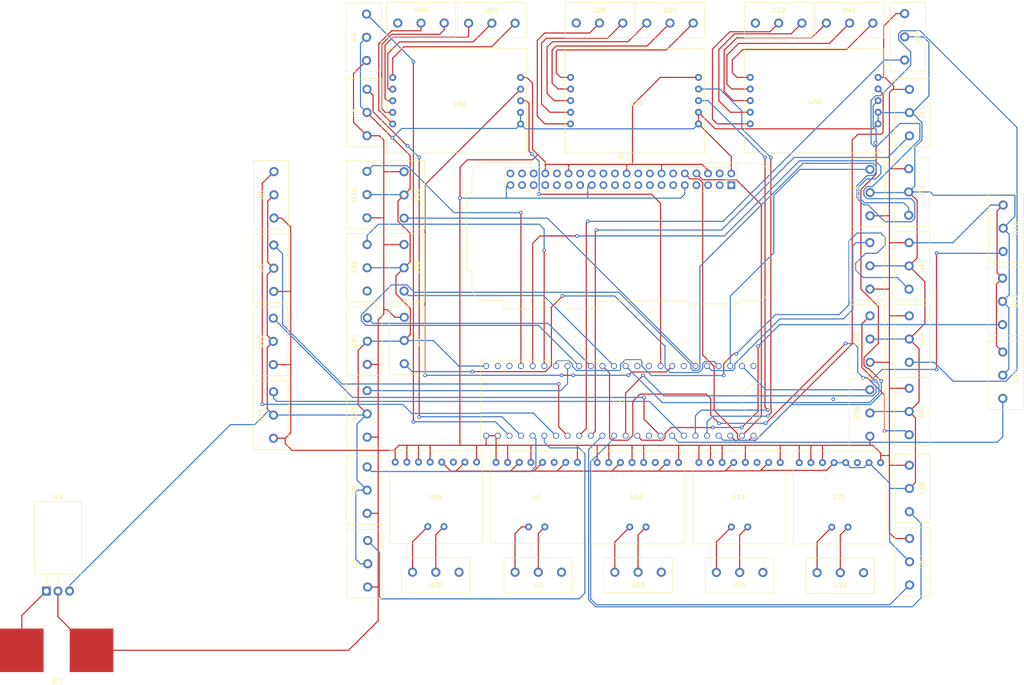
<source format=kicad_pcb>
(kicad_pcb (version 20171130) (host pcbnew "(5.1.6)-1")

  (general
    (thickness 1.6)
    (drawings 20)
    (tracks 928)
    (zones 0)
    (modules 53)
    (nets 117)
  )

  (page A4)
  (layers
    (0 F.Cu signal)
    (31 B.Cu signal)
    (32 B.Adhes user)
    (33 F.Adhes user)
    (34 B.Paste user)
    (35 F.Paste user)
    (36 B.SilkS user)
    (37 F.SilkS user)
    (38 B.Mask user)
    (39 F.Mask user)
    (40 Dwgs.User user)
    (41 Cmts.User user)
    (42 Eco1.User user)
    (43 Eco2.User user)
    (44 Edge.Cuts user)
    (45 Margin user)
    (46 B.CrtYd user)
    (47 F.CrtYd user)
    (48 B.Fab user)
    (49 F.Fab user)
  )

  (setup
    (last_trace_width 0.25)
    (trace_clearance 0.2)
    (zone_clearance 0.508)
    (zone_45_only no)
    (trace_min 0.2)
    (via_size 0.8)
    (via_drill 0.4)
    (via_min_size 0.4)
    (via_min_drill 0.3)
    (uvia_size 0.3)
    (uvia_drill 0.1)
    (uvias_allowed no)
    (uvia_min_size 0.2)
    (uvia_min_drill 0.1)
    (edge_width 0.05)
    (segment_width 0.2)
    (pcb_text_width 0.3)
    (pcb_text_size 1.5 1.5)
    (mod_edge_width 0.12)
    (mod_text_size 1 1)
    (mod_text_width 0.15)
    (pad_size 1.524 1.524)
    (pad_drill 0.762)
    (pad_to_mask_clearance 0.05)
    (aux_axis_origin 0 0)
    (visible_elements 7FFFFFFF)
    (pcbplotparams
      (layerselection 0x010fc_ffffffff)
      (usegerberextensions false)
      (usegerberattributes true)
      (usegerberadvancedattributes true)
      (creategerberjobfile true)
      (excludeedgelayer true)
      (linewidth 0.100000)
      (plotframeref false)
      (viasonmask false)
      (mode 1)
      (useauxorigin false)
      (hpglpennumber 1)
      (hpglpenspeed 20)
      (hpglpendiameter 15.000000)
      (psnegative false)
      (psa4output false)
      (plotreference true)
      (plotvalue true)
      (plotinvisibletext false)
      (padsonsilk false)
      (subtractmaskfromsilk false)
      (outputformat 1)
      (mirror false)
      (drillshape 1)
      (scaleselection 1)
      (outputdirectory ""))
  )

  (net 0 "")
  (net 1 "Net-(BT1-Pad1)")
  (net 2 GND1)
  (net 3 "Net-(J1-Pad3)")
  (net 4 "Net-(J1-Pad15)")
  (net 5 "Net-(J1-Pad16)")
  (net 6 "Net-(J1-Pad4)")
  (net 7 "Net-(J1-Pad5)")
  (net 8 +5V)
  (net 9 "Net-(J1-Pad1)")
  (net 10 "Net-(J1-Pad23)")
  (net 11 "Net-(J1-Pad24)")
  (net 12 "Net-(J1-Pad11)")
  (net 13 "Net-(J1-Pad12)")
  (net 14 "Net-(J1-Pad27)")
  (net 15 "Net-(J1-Pad28)")
  (net 16 "Net-(J1-Pad13)")
  (net 17 "Net-(J1-Pad10)")
  (net 18 "Net-(J1-Pad19)")
  (net 19 "Net-(J1-Pad37)")
  (net 20 "Net-(J1-Pad38)")
  (net 21 "Net-(J1-Pad33)")
  (net 22 "Net-(J1-Pad35)")
  (net 23 "Net-(J1-Pad36)")
  (net 24 "Net-(J1-Pad17)")
  (net 25 "Net-(J1-Pad18)")
  (net 26 "Net-(J1-Pad31)")
  (net 27 "Net-(J1-Pad32)")
  (net 28 "Net-(J1-Pad7)")
  (net 29 "Net-(J1-Pad8)")
  (net 30 "Net-(J1-Pad29)")
  (net 31 "Net-(J1-Pad21)")
  (net 32 "Net-(J1-Pad22)")
  (net 33 "Net-(J1-Pad26)")
  (net 34 "Net-(J1-Pad40)")
  (net 35 "Net-(U1-Pad3)")
  (net 36 "Net-(U1-Pad9)")
  (net 37 "Net-(U1-Pad10)")
  (net 38 "Net-(U2-Pad3)")
  (net 39 1)
  (net 40 2)
  (net 41 3)
  (net 42 4)
  (net 43 5)
  (net 44 6)
  (net 45 13)
  (net 46 15)
  (net 47 "Net-(U12-Pad10)")
  (net 48 "Net-(U12-Pad9)")
  (net 49 "Net-(U12-Pad3)")
  (net 50 "Net-(U13-Pad3)")
  (net 51 7)
  (net 52 8)
  (net 53 9)
  (net 54 10)
  (net 55 11)
  (net 56 12)
  (net 57 14)
  (net 58 "Net-(U21-Pad3)")
  (net 59 "Net-(U21-Pad9)")
  (net 60 "Net-(U21-Pad10)")
  (net 61 "Net-(U22-Pad3)")
  (net 62 "Net-(U23-Pad10)")
  (net 63 "Net-(U23-Pad9)")
  (net 64 "Net-(U23-Pad3)")
  (net 65 "Net-(U24-Pad3)")
  (net 66 "Net-(U25-Pad3)")
  (net 67 "Net-(U25-Pad9)")
  (net 68 "Net-(U25-Pad10)")
  (net 69 "Net-(U26-Pad3)")
  (net 70 19)
  (net 71 18)
  (net 72 17)
  (net 73 16)
  (net 74 "Net-(U27-Pad47)")
  (net 75 "Net-(U27-Pad33)")
  (net 76 "Net-(U27-Pad34)")
  (net 77 "Net-(U27-Pad35)")
  (net 78 "Net-(U27-Pad36)")
  (net 79 "Net-(U27-Pad37)")
  (net 80 "Net-(U27-Pad38)")
  (net 81 "Net-(U27-Pad39)")
  (net 82 21)
  (net 83 20)
  (net 84 "Net-(U27-Pad43)")
  (net 85 "Net-(U27-Pad13)")
  (net 86 "Net-(U27-Pad14)")
  (net 87 "Net-(U27-Pad15)")
  (net 88 "Net-(U27-Pad16)")
  (net 89 "Net-(U27-Pad17)")
  (net 90 "Net-(U27-Pad18)")
  (net 91 "Net-(U27-Pad19)")
  (net 92 "Net-(U27-Pad20)")
  (net 93 "Net-(U27-Pad21)")
  (net 94 "Net-(U27-Pad22)")
  (net 95 "Net-(U27-Pad23)")
  (net 96 "Net-(U27-Pad42)")
  (net 97 "Net-(U27-Pad41)")
  (net 98 "Net-(U28-Pad1)")
  (net 99 "Net-(U28-Pad2)")
  (net 100 "Net-(U28-Pad3)")
  (net 101 "Net-(U29-Pad2)")
  (net 102 "Net-(U29-Pad3)")
  (net 103 "Net-(U29-Pad1)")
  (net 104 "Net-(U32-Pad3)")
  (net 105 "Net-(U39-Pad1)")
  (net 106 "Net-(U39-Pad2)")
  (net 107 "Net-(U39-Pad3)")
  (net 108 "Net-(U40-Pad1)")
  (net 109 "Net-(U40-Pad3)")
  (net 110 "Net-(U40-Pad2)")
  (net 111 "Net-(U49-Pad1)")
  (net 112 "Net-(U49-Pad2)")
  (net 113 "Net-(U49-Pad3)")
  (net 114 "Net-(U50-Pad2)")
  (net 115 "Net-(U50-Pad3)")
  (net 116 "Net-(U50-Pad1)")

  (net_class Default "This is the default net class."
    (clearance 0.2)
    (trace_width 0.25)
    (via_dia 0.8)
    (via_drill 0.4)
    (uvia_dia 0.3)
    (uvia_drill 0.1)
    (add_net +5V)
    (add_net 1)
    (add_net 10)
    (add_net 11)
    (add_net 12)
    (add_net 13)
    (add_net 14)
    (add_net 15)
    (add_net 16)
    (add_net 17)
    (add_net 18)
    (add_net 19)
    (add_net 2)
    (add_net 20)
    (add_net 21)
    (add_net 3)
    (add_net 4)
    (add_net 5)
    (add_net 6)
    (add_net 7)
    (add_net 8)
    (add_net 9)
    (add_net GND1)
    (add_net "Net-(BT1-Pad1)")
    (add_net "Net-(J1-Pad1)")
    (add_net "Net-(J1-Pad10)")
    (add_net "Net-(J1-Pad11)")
    (add_net "Net-(J1-Pad12)")
    (add_net "Net-(J1-Pad13)")
    (add_net "Net-(J1-Pad15)")
    (add_net "Net-(J1-Pad16)")
    (add_net "Net-(J1-Pad17)")
    (add_net "Net-(J1-Pad18)")
    (add_net "Net-(J1-Pad19)")
    (add_net "Net-(J1-Pad21)")
    (add_net "Net-(J1-Pad22)")
    (add_net "Net-(J1-Pad23)")
    (add_net "Net-(J1-Pad24)")
    (add_net "Net-(J1-Pad26)")
    (add_net "Net-(J1-Pad27)")
    (add_net "Net-(J1-Pad28)")
    (add_net "Net-(J1-Pad29)")
    (add_net "Net-(J1-Pad3)")
    (add_net "Net-(J1-Pad31)")
    (add_net "Net-(J1-Pad32)")
    (add_net "Net-(J1-Pad33)")
    (add_net "Net-(J1-Pad35)")
    (add_net "Net-(J1-Pad36)")
    (add_net "Net-(J1-Pad37)")
    (add_net "Net-(J1-Pad38)")
    (add_net "Net-(J1-Pad4)")
    (add_net "Net-(J1-Pad40)")
    (add_net "Net-(J1-Pad5)")
    (add_net "Net-(J1-Pad7)")
    (add_net "Net-(J1-Pad8)")
    (add_net "Net-(U1-Pad10)")
    (add_net "Net-(U1-Pad3)")
    (add_net "Net-(U1-Pad9)")
    (add_net "Net-(U12-Pad10)")
    (add_net "Net-(U12-Pad3)")
    (add_net "Net-(U12-Pad9)")
    (add_net "Net-(U13-Pad3)")
    (add_net "Net-(U2-Pad3)")
    (add_net "Net-(U21-Pad10)")
    (add_net "Net-(U21-Pad3)")
    (add_net "Net-(U21-Pad9)")
    (add_net "Net-(U22-Pad3)")
    (add_net "Net-(U23-Pad10)")
    (add_net "Net-(U23-Pad3)")
    (add_net "Net-(U23-Pad9)")
    (add_net "Net-(U24-Pad3)")
    (add_net "Net-(U25-Pad10)")
    (add_net "Net-(U25-Pad3)")
    (add_net "Net-(U25-Pad9)")
    (add_net "Net-(U26-Pad3)")
    (add_net "Net-(U27-Pad13)")
    (add_net "Net-(U27-Pad14)")
    (add_net "Net-(U27-Pad15)")
    (add_net "Net-(U27-Pad16)")
    (add_net "Net-(U27-Pad17)")
    (add_net "Net-(U27-Pad18)")
    (add_net "Net-(U27-Pad19)")
    (add_net "Net-(U27-Pad20)")
    (add_net "Net-(U27-Pad21)")
    (add_net "Net-(U27-Pad22)")
    (add_net "Net-(U27-Pad23)")
    (add_net "Net-(U27-Pad33)")
    (add_net "Net-(U27-Pad34)")
    (add_net "Net-(U27-Pad35)")
    (add_net "Net-(U27-Pad36)")
    (add_net "Net-(U27-Pad37)")
    (add_net "Net-(U27-Pad38)")
    (add_net "Net-(U27-Pad39)")
    (add_net "Net-(U27-Pad41)")
    (add_net "Net-(U27-Pad42)")
    (add_net "Net-(U27-Pad43)")
    (add_net "Net-(U27-Pad47)")
    (add_net "Net-(U28-Pad1)")
    (add_net "Net-(U28-Pad2)")
    (add_net "Net-(U28-Pad3)")
    (add_net "Net-(U29-Pad1)")
    (add_net "Net-(U29-Pad2)")
    (add_net "Net-(U29-Pad3)")
    (add_net "Net-(U32-Pad3)")
    (add_net "Net-(U39-Pad1)")
    (add_net "Net-(U39-Pad2)")
    (add_net "Net-(U39-Pad3)")
    (add_net "Net-(U40-Pad1)")
    (add_net "Net-(U40-Pad2)")
    (add_net "Net-(U40-Pad3)")
    (add_net "Net-(U49-Pad1)")
    (add_net "Net-(U49-Pad2)")
    (add_net "Net-(U49-Pad3)")
    (add_net "Net-(U50-Pad1)")
    (add_net "Net-(U50-Pad2)")
    (add_net "Net-(U50-Pad3)")
  )

  (module Module:Raspberry_Pi_Zero_Socketed_THT_FaceDown_MountingHoles (layer F.Cu) (tedit 5C6350CC) (tstamp 5F8BB638)
    (at 178.05 87.325 270)
    (descr "Raspberry Pi Zero using through hole straight pin socket, 2x20, 2.54mm pitch, https://www.raspberrypi.org/documentation/hardware/raspberrypi/mechanical/rpi_MECH_Zero_1p2.pdf")
    (tags "raspberry pi zero through hole")
    (path /5F6FDEB6)
    (fp_text reference J1 (at -6.27 24.13) (layer F.SilkS)
      (effects (font (size 1 1) (thickness 0.15)))
    )
    (fp_text value Raspberry_Pi_2_3 (at 10.23 24.13 180) (layer F.Fab)
      (effects (font (size 1 1) (thickness 0.15)))
    )
    (fp_line (start 27.03 41.63) (end 25.23 41.63) (layer F.Fab) (width 0.1))
    (fp_line (start 27.03 49.63) (end 27.03 41.63) (layer F.Fab) (width 0.1))
    (fp_line (start 25.23 49.63) (end 27.03 49.63) (layer F.Fab) (width 0.1))
    (fp_line (start 25.23 -1.62) (end 25.23 -5.37) (layer F.Fab) (width 0.1))
    (fp_line (start 25.93 9.68) (end 25.93 -1.62) (layer F.Fab) (width 0.1))
    (fp_line (start 25.23 9.68) (end 25.93 9.68) (layer F.Fab) (width 0.1))
    (fp_line (start 25.23 -1.62) (end 25.93 -1.62) (layer F.Fab) (width 0.1))
    (fp_line (start 19.23 56.88) (end 25.48 56.88) (layer F.CrtYd) (width 0.05))
    (fp_line (start -5.02 56.88) (end 1.23 56.88) (layer F.CrtYd) (width 0.05))
    (fp_line (start 25.48 50.13) (end 25.48 56.88) (layer F.CrtYd) (width 0.05))
    (fp_line (start 25.48 37.53) (end 25.48 41.13) (layer F.CrtYd) (width 0.05))
    (fp_line (start 25.48 -2.12) (end 25.48 -8.62) (layer F.CrtYd) (width 0.05))
    (fp_line (start -5.02 -8.62) (end 25.48 -8.62) (layer F.CrtYd) (width 0.05))
    (fp_line (start 25.48 28.53) (end 25.48 10.18) (layer F.CrtYd) (width 0.05))
    (fp_line (start -5.02 56.88) (end -5.02 -8.62) (layer F.CrtYd) (width 0.05))
    (fp_line (start 19.23 58.33) (end 1.23 58.33) (layer F.CrtYd) (width 0.05))
    (fp_line (start 19.23 58.33) (end 19.23 56.88) (layer F.CrtYd) (width 0.05))
    (fp_line (start 1.23 58.33) (end 1.23 56.88) (layer F.CrtYd) (width 0.05))
    (fp_line (start 26.43 -2.12) (end 26.43 10.18) (layer F.CrtYd) (width 0.05))
    (fp_line (start 26.43 -2.12) (end 25.48 -2.12) (layer F.CrtYd) (width 0.05))
    (fp_line (start 26.43 10.18) (end 25.48 10.18) (layer F.CrtYd) (width 0.05))
    (fp_line (start 27.53 28.53) (end 25.48 28.53) (layer F.CrtYd) (width 0.05))
    (fp_line (start 27.53 37.53) (end 27.53 28.53) (layer F.CrtYd) (width 0.05))
    (fp_line (start 27.53 37.53) (end 25.48 37.53) (layer F.CrtYd) (width 0.05))
    (fp_line (start 27.53 50.13) (end 27.53 41.13) (layer F.CrtYd) (width 0.05))
    (fp_line (start 27.53 41.13) (end 25.48 41.13) (layer F.CrtYd) (width 0.05))
    (fp_line (start 27.53 50.13) (end 25.48 50.13) (layer F.CrtYd) (width 0.05))
    (fp_line (start -4.83 53.63) (end -4.83 -5.37) (layer F.SilkS) (width 0.12))
    (fp_line (start -1.77 -8.43) (end 22.23 -8.43) (layer F.SilkS) (width 0.12))
    (fp_line (start 25.29 53.63) (end 25.29 49.69) (layer F.SilkS) (width 0.12))
    (fp_line (start 18.79 56.69) (end 22.23 56.69) (layer F.SilkS) (width 0.12))
    (fp_line (start 1.27 -0.27) (end 1.27 49.53) (layer F.Fab) (width 0.1))
    (fp_line (start -3.81 -1.27) (end 0.27 -1.27) (layer F.Fab) (width 0.1))
    (fp_line (start 0.27 -1.27) (end 1.27 -0.27) (layer F.Fab) (width 0.1))
    (fp_line (start -3.87 49.59) (end 1.33 49.59) (layer F.SilkS) (width 0.12))
    (fp_line (start 1.33 1.27) (end 1.33 49.59) (layer F.SilkS) (width 0.12))
    (fp_line (start 1.33 -1.33) (end 1.33 0) (layer F.SilkS) (width 0.12))
    (fp_line (start 0 -1.33) (end 1.33 -1.33) (layer F.SilkS) (width 0.12))
    (fp_line (start -1.27 1.27) (end 1.33 1.27) (layer F.SilkS) (width 0.12))
    (fp_line (start -1.27 -1.33) (end -1.27 1.27) (layer F.SilkS) (width 0.12))
    (fp_line (start 1.76 50) (end -4.34 50) (layer F.CrtYd) (width 0.05))
    (fp_line (start -4.34 50) (end -4.34 -1.8) (layer F.CrtYd) (width 0.05))
    (fp_line (start -4.34 -1.8) (end 1.76 -1.8) (layer F.CrtYd) (width 0.05))
    (fp_line (start 1.76 -1.8) (end 1.76 50) (layer F.CrtYd) (width 0.05))
    (fp_line (start -3.87 -1.33) (end -1.27 -1.33) (layer F.SilkS) (width 0.12))
    (fp_line (start -3.87 -1.33) (end -3.87 49.59) (layer F.SilkS) (width 0.12))
    (fp_line (start 1.27 49.53) (end -3.81 49.53) (layer F.Fab) (width 0.1))
    (fp_line (start -3.81 49.53) (end -3.81 -1.27) (layer F.Fab) (width 0.1))
    (fp_line (start -1.77 56.63) (end 1.73 56.63) (layer F.Fab) (width 0.1))
    (fp_line (start -1.77 -8.37) (end 22.23 -8.37) (layer F.Fab) (width 0.1))
    (fp_line (start -4.77 53.63) (end -4.77 -5.37) (layer F.Fab) (width 0.1))
    (fp_line (start 27.03 29.03) (end 25.23 29.03) (layer F.Fab) (width 0.1))
    (fp_line (start 25.23 37.03) (end 27.03 37.03) (layer F.Fab) (width 0.1))
    (fp_line (start 27.03 37.03) (end 27.03 29.03) (layer F.Fab) (width 0.1))
    (fp_line (start 25.23 49.63) (end 25.23 53.63) (layer F.Fab) (width 0.1))
    (fp_line (start 25.23 41.63) (end 25.23 37.03) (layer F.Fab) (width 0.1))
    (fp_line (start 25.23 29.03) (end 25.23 9.68) (layer F.Fab) (width 0.1))
    (fp_line (start 1.73 56.63) (end 1.73 57.83) (layer F.Fab) (width 0.1))
    (fp_line (start 1.73 57.83) (end 18.73 57.83) (layer F.Fab) (width 0.1))
    (fp_line (start 18.73 56.63) (end 18.73 57.83) (layer F.Fab) (width 0.1))
    (fp_line (start 22.23 56.63) (end 18.73 56.63) (layer F.Fab) (width 0.1))
    (fp_line (start 1.67 56.69) (end 1.67 57.89) (layer F.SilkS) (width 0.12))
    (fp_line (start 1.67 57.89) (end 18.79 57.89) (layer F.SilkS) (width 0.12))
    (fp_line (start 18.79 57.89) (end 18.79 56.69) (layer F.SilkS) (width 0.12))
    (fp_line (start 1.67 56.69) (end -1.77 56.69) (layer F.SilkS) (width 0.12))
    (fp_line (start 25.29 49.69) (end 27.09 49.69) (layer F.SilkS) (width 0.12))
    (fp_line (start 27.09 49.69) (end 27.09 41.57) (layer F.SilkS) (width 0.12))
    (fp_line (start 27.09 41.57) (end 25.29 41.57) (layer F.SilkS) (width 0.12))
    (fp_line (start 25.29 37.09) (end 27.09 37.09) (layer F.SilkS) (width 0.12))
    (fp_line (start 27.09 28.97) (end 25.29 28.97) (layer F.SilkS) (width 0.12))
    (fp_line (start 27.09 37.09) (end 27.09 28.97) (layer F.SilkS) (width 0.12))
    (fp_line (start 25.29 41.57) (end 25.29 37.09) (layer F.SilkS) (width 0.12))
    (fp_line (start 25.29 28.97) (end 25.29 9.74) (layer F.SilkS) (width 0.12))
    (fp_line (start 25.29 9.74) (end 25.99 9.74) (layer F.SilkS) (width 0.12))
    (fp_line (start 25.99 9.74) (end 25.99 -1.68) (layer F.SilkS) (width 0.12))
    (fp_line (start 25.99 -1.68) (end 25.29 -1.68) (layer F.SilkS) (width 0.12))
    (fp_line (start 25.29 -1.68) (end 25.29 -5.37) (layer F.SilkS) (width 0.12))
    (fp_arc (start 22.23 -5.37) (end 22.23 -8.43) (angle 90) (layer F.SilkS) (width 0.12))
    (fp_arc (start 22.23 53.63) (end 25.23 53.63) (angle 90) (layer F.Fab) (width 0.1))
    (fp_arc (start -1.77 -5.37) (end -4.83 -5.37) (angle 90) (layer F.SilkS) (width 0.12))
    (fp_arc (start -1.77 53.63) (end -1.77 56.69) (angle 90) (layer F.SilkS) (width 0.12))
    (fp_arc (start 22.23 53.63) (end 25.29 53.63) (angle 90) (layer F.SilkS) (width 0.12))
    (fp_arc (start 22.23 -5.37) (end 22.23 -8.37) (angle 90) (layer F.Fab) (width 0.1))
    (fp_arc (start -1.77 -5.37) (end -4.77 -5.37) (angle 90) (layer F.Fab) (width 0.1))
    (fp_arc (start -1.77 53.63) (end -1.77 56.63) (angle 90) (layer F.Fab) (width 0.1))
    (fp_text user %R (at -1.27 24.13) (layer F.Fab)
      (effects (font (size 1 1) (thickness 0.15)))
    )
    (pad 6 thru_hole oval (at -2.54 5.08 270) (size 1.7 1.7) (drill 1) (layers *.Cu *.Mask)
      (net 2 GND1))
    (pad 3 thru_hole oval (at 0 2.54 270) (size 1.7 1.7) (drill 1) (layers *.Cu *.Mask)
      (net 3 "Net-(J1-Pad3)"))
    (pad 15 thru_hole oval (at 0 17.78 270) (size 1.7 1.7) (drill 1) (layers *.Cu *.Mask)
      (net 4 "Net-(J1-Pad15)"))
    (pad 16 thru_hole oval (at -2.54 17.78 270) (size 1.7 1.7) (drill 1) (layers *.Cu *.Mask)
      (net 5 "Net-(J1-Pad16)"))
    (pad 4 thru_hole oval (at -2.54 2.54 270) (size 1.7 1.7) (drill 1) (layers *.Cu *.Mask)
      (net 6 "Net-(J1-Pad4)"))
    (pad 5 thru_hole oval (at 0 5.08 270) (size 1.7 1.7) (drill 1) (layers *.Cu *.Mask)
      (net 7 "Net-(J1-Pad5)"))
    (pad 2 thru_hole oval (at -2.54 0 270) (size 1.7 1.7) (drill 1) (layers *.Cu *.Mask)
      (net 8 +5V))
    (pad 1 thru_hole rect (at 0 0 270) (size 1.7 1.7) (drill 1) (layers *.Cu *.Mask)
      (net 9 "Net-(J1-Pad1)"))
    (pad 23 thru_hole oval (at 0 27.94 270) (size 1.7 1.7) (drill 1) (layers *.Cu *.Mask)
      (net 10 "Net-(J1-Pad23)"))
    (pad 24 thru_hole oval (at -2.54 27.94 270) (size 1.7 1.7) (drill 1) (layers *.Cu *.Mask)
      (net 11 "Net-(J1-Pad24)"))
    (pad 11 thru_hole oval (at 0 12.7 270) (size 1.7 1.7) (drill 1) (layers *.Cu *.Mask)
      (net 12 "Net-(J1-Pad11)"))
    (pad 12 thru_hole oval (at -2.54 12.7 270) (size 1.7 1.7) (drill 1) (layers *.Cu *.Mask)
      (net 13 "Net-(J1-Pad12)"))
    (pad 27 thru_hole oval (at 0 33.02 270) (size 1.7 1.7) (drill 1) (layers *.Cu *.Mask)
      (net 14 "Net-(J1-Pad27)"))
    (pad 28 thru_hole oval (at -2.54 33.02 270) (size 1.7 1.7) (drill 1) (layers *.Cu *.Mask)
      (net 15 "Net-(J1-Pad28)"))
    (pad 13 thru_hole oval (at 0 15.24 270) (size 1.7 1.7) (drill 1) (layers *.Cu *.Mask)
      (net 16 "Net-(J1-Pad13)"))
    (pad 14 thru_hole oval (at -2.54 15.24 270) (size 1.7 1.7) (drill 1) (layers *.Cu *.Mask)
      (net 2 GND1))
    (pad 9 thru_hole oval (at 0 10.16 270) (size 1.7 1.7) (drill 1) (layers *.Cu *.Mask)
      (net 2 GND1))
    (pad 10 thru_hole oval (at -2.54 10.16 270) (size 1.7 1.7) (drill 1) (layers *.Cu *.Mask)
      (net 17 "Net-(J1-Pad10)"))
    (pad 19 thru_hole oval (at 0 22.86 270) (size 1.7 1.7) (drill 1) (layers *.Cu *.Mask)
      (net 18 "Net-(J1-Pad19)"))
    (pad 20 thru_hole oval (at -2.54 22.86 270) (size 1.7 1.7) (drill 1) (layers *.Cu *.Mask)
      (net 2 GND1))
    (pad 37 thru_hole oval (at 0 45.72 270) (size 1.7 1.7) (drill 1) (layers *.Cu *.Mask)
      (net 19 "Net-(J1-Pad37)"))
    (pad 38 thru_hole oval (at -2.54 45.72 270) (size 1.7 1.7) (drill 1) (layers *.Cu *.Mask)
      (net 20 "Net-(J1-Pad38)"))
    (pad 33 thru_hole oval (at 0 40.64 270) (size 1.7 1.7) (drill 1) (layers *.Cu *.Mask)
      (net 21 "Net-(J1-Pad33)"))
    (pad 34 thru_hole oval (at -2.54 40.64 270) (size 1.7 1.7) (drill 1) (layers *.Cu *.Mask)
      (net 2 GND1))
    (pad 35 thru_hole oval (at 0 43.18 270) (size 1.7 1.7) (drill 1) (layers *.Cu *.Mask)
      (net 22 "Net-(J1-Pad35)"))
    (pad 36 thru_hole oval (at -2.54 43.18 270) (size 1.7 1.7) (drill 1) (layers *.Cu *.Mask)
      (net 23 "Net-(J1-Pad36)"))
    (pad 17 thru_hole oval (at 0 20.32 270) (size 1.7 1.7) (drill 1) (layers *.Cu *.Mask)
      (net 24 "Net-(J1-Pad17)"))
    (pad 18 thru_hole oval (at -2.54 20.32 270) (size 1.7 1.7) (drill 1) (layers *.Cu *.Mask)
      (net 25 "Net-(J1-Pad18)"))
    (pad 31 thru_hole oval (at 0 38.1 270) (size 1.7 1.7) (drill 1) (layers *.Cu *.Mask)
      (net 26 "Net-(J1-Pad31)"))
    (pad 32 thru_hole oval (at -2.54 38.1 270) (size 1.7 1.7) (drill 1) (layers *.Cu *.Mask)
      (net 27 "Net-(J1-Pad32)"))
    (pad 7 thru_hole oval (at 0 7.62 270) (size 1.7 1.7) (drill 1) (layers *.Cu *.Mask)
      (net 28 "Net-(J1-Pad7)"))
    (pad 8 thru_hole oval (at -2.54 7.62 270) (size 1.7 1.7) (drill 1) (layers *.Cu *.Mask)
      (net 29 "Net-(J1-Pad8)"))
    (pad 29 thru_hole oval (at 0 35.56 270) (size 1.7 1.7) (drill 1) (layers *.Cu *.Mask)
      (net 30 "Net-(J1-Pad29)"))
    (pad 30 thru_hole oval (at -2.54 35.56 270) (size 1.7 1.7) (drill 1) (layers *.Cu *.Mask)
      (net 2 GND1))
    (pad 21 thru_hole oval (at 0 25.4 270) (size 1.7 1.7) (drill 1) (layers *.Cu *.Mask)
      (net 31 "Net-(J1-Pad21)"))
    (pad 22 thru_hole oval (at -2.54 25.4 270) (size 1.7 1.7) (drill 1) (layers *.Cu *.Mask)
      (net 32 "Net-(J1-Pad22)"))
    (pad 25 thru_hole oval (at 0 30.48 270) (size 1.7 1.7) (drill 1) (layers *.Cu *.Mask)
      (net 2 GND1))
    (pad 26 thru_hole oval (at -2.54 30.48 270) (size 1.7 1.7) (drill 1) (layers *.Cu *.Mask)
      (net 33 "Net-(J1-Pad26)"))
    (pad 39 thru_hole oval (at 0 48.26 270) (size 1.7 1.7) (drill 1) (layers *.Cu *.Mask)
      (net 2 GND1))
    (pad 40 thru_hole oval (at -2.54 48.26 270) (size 1.7 1.7) (drill 1) (layers *.Cu *.Mask)
      (net 34 "Net-(J1-Pad40)"))
    (pad "" np_thru_hole circle (at -1.27 -4.87) (size 2.75 2.75) (drill 2.75) (layers *.Cu *.Mask)
      (solder_mask_margin 1.625))
    (pad "" np_thru_hole circle (at 21.73 53.13) (size 2.75 2.75) (drill 2.75) (layers *.Cu *.Mask)
      (solder_mask_margin 1.625))
    (pad "" np_thru_hole circle (at 21.73 -4.87) (size 2.75 2.75) (drill 2.75) (layers *.Cu *.Mask)
      (solder_mask_margin 1.625))
    (pad "" np_thru_hole circle (at -1.27 53.13) (size 2.75 2.75) (drill 2.75) (layers *.Cu *.Mask)
      (solder_mask_margin 1.625))
    (model ${KISYS3DMOD}/Module.3dshapes/Raspberry_Pi_Zero_Socketed_THT_FaceDown_MountingHoles.wrl
      (at (xyz 0 0 0))
      (scale (xyz 1 1 1))
      (rotate (xyz 0 0 0))
    )
  )

  (module "Launchbox:Teensy 3.6" (layer F.Cu) (tedit 5F67B54F) (tstamp 5F8BB411)
    (at 153.7 134.5 180)
    (path /5F706ADE)
    (fp_text reference U27 (at 0.18 -0.21) (layer F.SilkS)
      (effects (font (size 1 1) (thickness 0.15)))
    )
    (fp_text value Teensy3.6 (at 0.18 -2.57) (layer F.Fab)
      (effects (font (size 1 1) (thickness 0.15)))
    )
    (fp_line (start -30.48 -8.89) (end 30.48 -8.89) (layer F.SilkS) (width 0.1016))
    (fp_line (start 30.48 8.89) (end 30.48 -8.89) (layer F.SilkS) (width 0.1016))
    (fp_line (start -30.48 8.89) (end 30.48 8.89) (layer F.SilkS) (width 0.1016))
    (fp_line (start -30.48 -8.89) (end -30.48 8.89) (layer F.SilkS) (width 0.1016))
    (fp_arc (start -30.48 0) (end -30.48 -3.81) (angle 180) (layer F.SilkS) (width 0.1016))
    (pad 32 thru_hole circle (at -29.21 -7.62 180) (size 1.3208 1.3208) (drill 0.9398) (layers *.Cu *.Mask)
      (net 17 "Net-(J1-Pad10)"))
    (pad 31 thru_hole circle (at -26.67 -7.62 180) (size 1.3208 1.3208) (drill 0.9398) (layers *.Cu *.Mask)
      (net 29 "Net-(J1-Pad8)"))
    (pad 30 thru_hole circle (at -24.13 -7.62 180) (size 1.3208 1.3208) (drill 0.9398) (layers *.Cu *.Mask)
      (net 70 19))
    (pad 29 thru_hole circle (at -21.59 -7.62 180) (size 1.3208 1.3208) (drill 0.9398) (layers *.Cu *.Mask)
      (net 71 18))
    (pad 28 thru_hole circle (at -19.05 -7.62 180) (size 1.3208 1.3208) (drill 0.9398) (layers *.Cu *.Mask)
      (net 72 17))
    (pad 27 thru_hole circle (at -16.51 -7.62 180) (size 1.3208 1.3208) (drill 0.9398) (layers *.Cu *.Mask)
      (net 73 16))
    (pad 26 thru_hole circle (at -13.97 -7.62 180) (size 1.3208 1.3208) (drill 0.9398) (layers *.Cu *.Mask)
      (net 46 15))
    (pad 25 thru_hole circle (at -11.43 -7.62 180) (size 1.3208 1.3208) (drill 0.9398) (layers *.Cu *.Mask)
      (net 57 14))
    (pad 24 thru_hole circle (at -8.89 -7.62 180) (size 1.3208 1.3208) (drill 0.9398) (layers *.Cu *.Mask)
      (net 45 13))
    (pad 47 thru_hole circle (at -6.35 -7.62 180) (size 1.3208 1.3208) (drill 0.9398) (layers *.Cu *.Mask)
      (net 74 "Net-(U27-Pad47)"))
    (pad 12 thru_hole circle (at -3.81 -7.62 180) (size 1.3208 1.3208) (drill 0.9398) (layers *.Cu *.Mask)
      (net 56 12))
    (pad 11 thru_hole circle (at -1.27 -7.62 180) (size 1.3208 1.3208) (drill 0.9398) (layers *.Cu *.Mask)
      (net 55 11))
    (pad 10 thru_hole circle (at 1.27 -7.62 180) (size 1.3208 1.3208) (drill 0.9398) (layers *.Cu *.Mask)
      (net 54 10))
    (pad 9 thru_hole circle (at 3.81 -7.62 180) (size 1.3208 1.3208) (drill 0.9398) (layers *.Cu *.Mask)
      (net 53 9))
    (pad 8 thru_hole circle (at 6.35 -7.62 180) (size 1.3208 1.3208) (drill 0.9398) (layers *.Cu *.Mask)
      (net 52 8))
    (pad 7 thru_hole circle (at 8.89 -7.62 180) (size 1.3208 1.3208) (drill 0.9398) (layers *.Cu *.Mask)
      (net 51 7))
    (pad 6 thru_hole circle (at 11.43 -7.62 180) (size 1.3208 1.3208) (drill 0.9398) (layers *.Cu *.Mask)
      (net 44 6))
    (pad 5 thru_hole circle (at 13.97 -7.62 180) (size 1.3208 1.3208) (drill 0.9398) (layers *.Cu *.Mask)
      (net 43 5))
    (pad 4 thru_hole circle (at 16.51 -7.62 180) (size 1.3208 1.3208) (drill 0.9398) (layers *.Cu *.Mask)
      (net 42 4))
    (pad 3 thru_hole circle (at 19.05 -7.62 180) (size 1.3208 1.3208) (drill 0.9398) (layers *.Cu *.Mask)
      (net 41 3))
    (pad 2 thru_hole circle (at 21.59 -7.62 180) (size 1.3208 1.3208) (drill 0.9398) (layers *.Cu *.Mask)
      (net 40 2))
    (pad 1 thru_hole circle (at 24.13 -7.62 180) (size 1.3208 1.3208) (drill 0.9398) (layers *.Cu *.Mask)
      (net 39 1))
    (pad 0 thru_hole circle (at 26.67 -7.62 180) (size 1.3208 1.3208) (drill 0.9398) (layers *.Cu *.Mask)
      (net 2 GND1))
    (pad 46 thru_hole circle (at 29.21 -7.62 180) (size 1.3208 1.3208) (drill 0.9398) (layers *.Cu *.Mask)
      (net 2 GND1))
    (pad 33 thru_hole circle (at -29.21 7.62 180) (size 1.3208 1.3208) (drill 0.9398) (layers *.Cu *.Mask)
      (net 75 "Net-(U27-Pad33)"))
    (pad 34 thru_hole circle (at -26.67 7.62 180) (size 1.3208 1.3208) (drill 0.9398) (layers *.Cu *.Mask)
      (net 76 "Net-(U27-Pad34)"))
    (pad 35 thru_hole circle (at -24.13 7.62 180) (size 1.3208 1.3208) (drill 0.9398) (layers *.Cu *.Mask)
      (net 77 "Net-(U27-Pad35)"))
    (pad 36 thru_hole circle (at -21.59 7.62 180) (size 1.3208 1.3208) (drill 0.9398) (layers *.Cu *.Mask)
      (net 78 "Net-(U27-Pad36)"))
    (pad 37 thru_hole circle (at -19.05 7.62 180) (size 1.3208 1.3208) (drill 0.9398) (layers *.Cu *.Mask)
      (net 79 "Net-(U27-Pad37)"))
    (pad 38 thru_hole circle (at -16.51 7.62 180) (size 1.3208 1.3208) (drill 0.9398) (layers *.Cu *.Mask)
      (net 80 "Net-(U27-Pad38)"))
    (pad 39 thru_hole circle (at -13.97 7.62 180) (size 1.3208 1.3208) (drill 0.9398) (layers *.Cu *.Mask)
      (net 81 "Net-(U27-Pad39)"))
    (pad 45 thru_hole circle (at -11.43 7.62 180) (size 1.3208 1.3208) (drill 0.9398) (layers *.Cu *.Mask)
      (net 82 21))
    (pad 44 thru_hole circle (at -8.89 7.62 180) (size 1.3208 1.3208) (drill 0.9398) (layers *.Cu *.Mask)
      (net 83 20))
    (pad 43 thru_hole circle (at -6.35 7.62 180) (size 1.3208 1.3208) (drill 0.9398) (layers *.Cu *.Mask)
      (net 84 "Net-(U27-Pad43)"))
    (pad 13 thru_hole circle (at -3.81 7.62 180) (size 1.3208 1.3208) (drill 0.9398) (layers *.Cu *.Mask)
      (net 85 "Net-(U27-Pad13)"))
    (pad 14 thru_hole circle (at -1.27 7.62 180) (size 1.3208 1.3208) (drill 0.9398) (layers *.Cu *.Mask)
      (net 86 "Net-(U27-Pad14)"))
    (pad 15 thru_hole circle (at 1.27 7.62 180) (size 1.3208 1.3208) (drill 0.9398) (layers *.Cu *.Mask)
      (net 87 "Net-(U27-Pad15)"))
    (pad 16 thru_hole circle (at 3.81 7.62 180) (size 1.3208 1.3208) (drill 0.9398) (layers *.Cu *.Mask)
      (net 88 "Net-(U27-Pad16)"))
    (pad 17 thru_hole circle (at 6.35 7.62 180) (size 1.3208 1.3208) (drill 0.9398) (layers *.Cu *.Mask)
      (net 89 "Net-(U27-Pad17)"))
    (pad 18 thru_hole circle (at 8.89 7.62 180) (size 1.3208 1.3208) (drill 0.9398) (layers *.Cu *.Mask)
      (net 90 "Net-(U27-Pad18)"))
    (pad 19 thru_hole circle (at 11.43 7.62 180) (size 1.3208 1.3208) (drill 0.9398) (layers *.Cu *.Mask)
      (net 91 "Net-(U27-Pad19)"))
    (pad 20 thru_hole circle (at 13.97 7.62 180) (size 1.3208 1.3208) (drill 0.9398) (layers *.Cu *.Mask)
      (net 92 "Net-(U27-Pad20)"))
    (pad 21 thru_hole circle (at 16.51 7.62 180) (size 1.3208 1.3208) (drill 0.9398) (layers *.Cu *.Mask)
      (net 93 "Net-(U27-Pad21)"))
    (pad 22 thru_hole circle (at 19.05 7.62 180) (size 1.3208 1.3208) (drill 0.9398) (layers *.Cu *.Mask)
      (net 94 "Net-(U27-Pad22)"))
    (pad 23 thru_hole circle (at 21.59 7.62 180) (size 1.3208 1.3208) (drill 0.9398) (layers *.Cu *.Mask)
      (net 95 "Net-(U27-Pad23)"))
    (pad 42 thru_hole circle (at 24.13 7.62 180) (size 1.3208 1.3208) (drill 0.9398) (layers *.Cu *.Mask)
      (net 96 "Net-(U27-Pad42)"))
    (pad 41 thru_hole circle (at 26.67 7.62 180) (size 1.3208 1.3208) (drill 0.9398) (layers *.Cu *.Mask)
      (net 97 "Net-(U27-Pad41)"))
    (pad 40 thru_hole circle (at 29.21 7.62 180) (size 1.3208 1.3208) (drill 0.9398) (layers *.Cu *.Mask)
      (net 8 +5V))
  )

  (module Launchbox:ScrewTerminals (layer F.Cu) (tedit 5F821150) (tstamp 5F82B5E5)
    (at 208.365 88.955 270)
    (path /5F73279F)
    (fp_text reference U48 (at 0.02 2.794 90) (layer F.SilkS)
      (effects (font (size 1 1) (thickness 0.15)))
    )
    (fp_text value SerialScrewTerminals (at 0 -2.032 90) (layer F.Fab)
      (effects (font (size 1 1) (thickness 0.15)))
    )
    (fp_line (start 7.493 4.5) (end 7.493 -3.2) (layer F.SilkS) (width 0.12))
    (fp_line (start -7.493 -3.2) (end 7.493 -3.2) (layer F.SilkS) (width 0.12))
    (fp_line (start -7.493 4.5) (end -7.493 -3.2) (layer F.SilkS) (width 0.12))
    (fp_line (start -7.493 4.5) (end 7.493 4.5) (layer F.SilkS) (width 0.12))
    (pad 3 thru_hole circle (at 5.08 0 270) (size 2 2) (drill 1.2) (layers *.Cu *.Mask)
      (net 2 GND1))
    (pad 2 thru_hole circle (at 0 0 270) (size 2 2) (drill 1.2) (layers *.Cu *.Mask)
      (net 8 +5V))
    (pad 1 thru_hole circle (at -5.08 0 270) (size 2 2) (drill 1.2) (layers *.Cu *.Mask)
      (net 77 "Net-(U27-Pad35)"))
  )

  (module Launchbox:ScrewTerminals (layer F.Cu) (tedit 5F821150) (tstamp 5F82AC7C)
    (at 216.89 105.005 90)
    (path /5F73099C)
    (fp_text reference U43 (at 0.02 2.794 90) (layer F.SilkS)
      (effects (font (size 1 1) (thickness 0.15)))
    )
    (fp_text value SerialScrewTerminals (at 0 -2.032 90) (layer F.Fab)
      (effects (font (size 1 1) (thickness 0.15)))
    )
    (fp_line (start -7.493 4.5) (end 7.493 4.5) (layer F.SilkS) (width 0.12))
    (fp_line (start -7.493 4.5) (end -7.493 -3.2) (layer F.SilkS) (width 0.12))
    (fp_line (start -7.493 -3.2) (end 7.493 -3.2) (layer F.SilkS) (width 0.12))
    (fp_line (start 7.493 4.5) (end 7.493 -3.2) (layer F.SilkS) (width 0.12))
    (pad 1 thru_hole circle (at -5.08 0 90) (size 2 2) (drill 1.2) (layers *.Cu *.Mask)
      (net 92 "Net-(U27-Pad20)"))
    (pad 2 thru_hole circle (at 0 0 90) (size 2 2) (drill 1.2) (layers *.Cu *.Mask)
      (net 8 +5V))
    (pad 3 thru_hole circle (at 5.08 0 90) (size 2 2) (drill 1.2) (layers *.Cu *.Mask)
      (net 2 GND1))
  )

  (module Launchbox:ScrewTerminals (layer F.Cu) (tedit 5F821150) (tstamp 5F82AC9A)
    (at 216.815 88.83 90)
    (path /5F72F5CF)
    (fp_text reference U42 (at 0.02 2.794 90) (layer F.SilkS)
      (effects (font (size 1 1) (thickness 0.15)))
    )
    (fp_text value SerialScrewTerminals (at 0 -2.032 90) (layer F.Fab)
      (effects (font (size 1 1) (thickness 0.15)))
    )
    (fp_line (start 7.493 4.5) (end 7.493 -3.2) (layer F.SilkS) (width 0.12))
    (fp_line (start -7.493 -3.2) (end 7.493 -3.2) (layer F.SilkS) (width 0.12))
    (fp_line (start -7.493 4.5) (end -7.493 -3.2) (layer F.SilkS) (width 0.12))
    (fp_line (start -7.493 4.5) (end 7.493 4.5) (layer F.SilkS) (width 0.12))
    (pad 3 thru_hole circle (at 5.08 0 90) (size 2 2) (drill 1.2) (layers *.Cu *.Mask)
      (net 2 GND1))
    (pad 2 thru_hole circle (at 0 0 90) (size 2 2) (drill 1.2) (layers *.Cu *.Mask)
      (net 8 +5V))
    (pad 1 thru_hole circle (at -5.08 0 90) (size 2 2) (drill 1.2) (layers *.Cu *.Mask)
      (net 94 "Net-(U27-Pad22)"))
  )

  (module Launchbox:Lipo_Battery_Connector (layer F.Cu) (tedit 5F641BA3) (tstamp 5F829491)
    (at 30.64 189.04)
    (path /5F7495D2)
    (fp_text reference BT1 (at 0.21 6.78) (layer F.SilkS)
      (effects (font (size 1 1) (thickness 0.15)))
    )
    (fp_text value Battery_Cell (at 0.08 -7.69) (layer F.Fab)
      (effects (font (size 1 1) (thickness 0.15)))
    )
    (pad 1 smd rect (at -7.62 0) (size 9.525 9.525) (layers F.Cu F.Paste F.Mask)
      (net 1 "Net-(BT1-Pad1)"))
    (pad 2 smd rect (at 7.62 0) (size 9.525 9.525) (layers F.Cu F.Paste F.Mask)
      (net 2 GND1))
  )

  (module Launchbox:MAX31850 (layer F.Cu) (tedit 5F7765C6) (tstamp 5F8B50FE)
    (at 135.535 155.575 180)
    (path /5F9D4EB1)
    (fp_text reference U1 (at -0.17 -0.04) (layer F.SilkS)
      (effects (font (size 1 1) (thickness 0.15)))
    )
    (fp_text value MAX31850 (at -0.11 -9.03) (layer F.Fab)
      (effects (font (size 1 1) (thickness 0.15)))
    )
    (fp_line (start 10.16 -10.16) (end 10.16 10.16) (layer F.SilkS) (width 0.1016))
    (fp_line (start 10.16 -10.16) (end -10.16 -10.16) (layer F.SilkS) (width 0.1016))
    (fp_line (start -10.16 10.16) (end 10.16 10.16) (layer F.SilkS) (width 0.1016))
    (fp_line (start -10.16 10.16) (end -10.16 -10.16) (layer F.SilkS) (width 0.1016))
    (pad 1 thru_hole circle (at -8.89 7.62 180) (size 1.524 1.524) (drill 0.762) (layers *.Cu *.Mask)
      (net 2 GND1))
    (pad 2 thru_hole circle (at -6.35 7.62 180) (size 1.524 1.524) (drill 0.762) (layers *.Cu *.Mask)
      (net 8 +5V))
    (pad 3 thru_hole circle (at -3.81 7.62 180) (size 1.524 1.524) (drill 0.762) (layers *.Cu *.Mask)
      (net 35 "Net-(U1-Pad3)"))
    (pad 4 thru_hole circle (at -1.27 7.62 180) (size 1.524 1.524) (drill 0.762) (layers *.Cu *.Mask)
      (net 8 +5V))
    (pad 5 thru_hole circle (at 1.27 7.62 180) (size 1.524 1.524) (drill 0.762) (layers *.Cu *.Mask)
      (net 2 GND1))
    (pad 6 thru_hole circle (at 3.81 7.62 180) (size 1.524 1.524) (drill 0.762) (layers *.Cu *.Mask)
      (net 8 +5V))
    (pad 7 thru_hole circle (at 6.35 7.62 180) (size 1.524 1.524) (drill 0.762) (layers *.Cu *.Mask)
      (net 2 GND1))
    (pad 8 thru_hole circle (at 8.89 7.62 180) (size 1.524 1.524) (drill 0.762) (layers *.Cu *.Mask)
      (net 2 GND1))
    (pad 9 thru_hole circle (at 1.778 -6.477 180) (size 1.524 1.524) (drill 0.762) (layers *.Cu *.Mask)
      (net 36 "Net-(U1-Pad9)"))
    (pad 10 thru_hole circle (at -1.778 -6.477 180) (size 1.524 1.524) (drill 0.762) (layers *.Cu *.Mask)
      (net 37 "Net-(U1-Pad10)"))
  )

  (module Launchbox:ScrewTerminals (layer F.Cu) (tedit 5F821150) (tstamp 5F8B512A)
    (at 135.875 171.975)
    (path /5F95FE72)
    (fp_text reference U2 (at 0.02 2.794) (layer F.SilkS)
      (effects (font (size 1 1) (thickness 0.15)))
    )
    (fp_text value SerialScrewTerminals (at 0 -2.032) (layer F.Fab)
      (effects (font (size 1 1) (thickness 0.15)))
    )
    (fp_line (start 7.493 4.5) (end 7.493 -3.2) (layer F.SilkS) (width 0.12))
    (fp_line (start -7.493 -3.2) (end 7.493 -3.2) (layer F.SilkS) (width 0.12))
    (fp_line (start -7.493 4.5) (end -7.493 -3.2) (layer F.SilkS) (width 0.12))
    (fp_line (start -7.493 4.5) (end 7.493 4.5) (layer F.SilkS) (width 0.12))
    (pad 3 thru_hole circle (at 5.08 0) (size 2 2) (drill 1.2) (layers *.Cu *.Mask)
      (net 38 "Net-(U2-Pad3)"))
    (pad 2 thru_hole circle (at 0 0) (size 2 2) (drill 1.2) (layers *.Cu *.Mask)
      (net 37 "Net-(U1-Pad10)"))
    (pad 1 thru_hole circle (at -5.08 0) (size 2 2) (drill 1.2) (layers *.Cu *.Mask)
      (net 36 "Net-(U1-Pad9)"))
  )

  (module Package_TO_SOT_THT:TO-220-3_Horizontal_TabDown (layer F.Cu) (tedit 5AC8BA0D) (tstamp 5F829554)
    (at 28.38 176.09)
    (descr "TO-220-3, Horizontal, RM 2.54mm, see https://www.vishay.com/docs/66542/to-220-1.pdf")
    (tags "TO-220-3 Horizontal RM 2.54mm")
    (path /5F74367E)
    (fp_text reference U3 (at 2.54 -20.58) (layer F.SilkS)
      (effects (font (size 1 1) (thickness 0.15)))
    )
    (fp_text value L7805 (at 2.54 2) (layer F.Fab)
      (effects (font (size 1 1) (thickness 0.15)))
    )
    (fp_circle (center 2.54 -16.66) (end 4.39 -16.66) (layer F.Fab) (width 0.1))
    (fp_line (start -2.46 -13.06) (end -2.46 -19.46) (layer F.Fab) (width 0.1))
    (fp_line (start -2.46 -19.46) (end 7.54 -19.46) (layer F.Fab) (width 0.1))
    (fp_line (start 7.54 -19.46) (end 7.54 -13.06) (layer F.Fab) (width 0.1))
    (fp_line (start 7.54 -13.06) (end -2.46 -13.06) (layer F.Fab) (width 0.1))
    (fp_line (start -2.46 -3.81) (end -2.46 -13.06) (layer F.Fab) (width 0.1))
    (fp_line (start -2.46 -13.06) (end 7.54 -13.06) (layer F.Fab) (width 0.1))
    (fp_line (start 7.54 -13.06) (end 7.54 -3.81) (layer F.Fab) (width 0.1))
    (fp_line (start 7.54 -3.81) (end -2.46 -3.81) (layer F.Fab) (width 0.1))
    (fp_line (start 0 -3.81) (end 0 0) (layer F.Fab) (width 0.1))
    (fp_line (start 2.54 -3.81) (end 2.54 0) (layer F.Fab) (width 0.1))
    (fp_line (start 5.08 -3.81) (end 5.08 0) (layer F.Fab) (width 0.1))
    (fp_line (start -2.58 -3.69) (end 7.66 -3.69) (layer F.SilkS) (width 0.12))
    (fp_line (start -2.58 -19.58) (end 7.66 -19.58) (layer F.SilkS) (width 0.12))
    (fp_line (start -2.58 -19.58) (end -2.58 -3.69) (layer F.SilkS) (width 0.12))
    (fp_line (start 7.66 -19.58) (end 7.66 -3.69) (layer F.SilkS) (width 0.12))
    (fp_line (start 0 -3.69) (end 0 -1.15) (layer F.SilkS) (width 0.12))
    (fp_line (start 2.54 -3.69) (end 2.54 -1.15) (layer F.SilkS) (width 0.12))
    (fp_line (start 5.08 -3.69) (end 5.08 -1.15) (layer F.SilkS) (width 0.12))
    (fp_line (start -2.71 -19.71) (end -2.71 1.25) (layer F.CrtYd) (width 0.05))
    (fp_line (start -2.71 1.25) (end 7.79 1.25) (layer F.CrtYd) (width 0.05))
    (fp_line (start 7.79 1.25) (end 7.79 -19.71) (layer F.CrtYd) (width 0.05))
    (fp_line (start 7.79 -19.71) (end -2.71 -19.71) (layer F.CrtYd) (width 0.05))
    (fp_text user %R (at 2.54 -20.58) (layer F.Fab)
      (effects (font (size 1 1) (thickness 0.15)))
    )
    (pad "" np_thru_hole oval (at 2.54 -16.66) (size 3.5 3.5) (drill 3.5) (layers *.Cu *.Mask))
    (pad 1 thru_hole rect (at 0 0) (size 1.905 2) (drill 1.1) (layers *.Cu *.Mask)
      (net 1 "Net-(BT1-Pad1)"))
    (pad 2 thru_hole oval (at 2.54 0) (size 1.905 2) (drill 1.1) (layers *.Cu *.Mask)
      (net 2 GND1))
    (pad 3 thru_hole oval (at 5.08 0) (size 1.905 2) (drill 1.1) (layers *.Cu *.Mask)
      (net 8 +5V))
    (model ${KISYS3DMOD}/Package_TO_SOT_THT.3dshapes/TO-220-3_Horizontal_TabDown.wrl
      (at (xyz 0 0 0))
      (scale (xyz 1 1 1))
      (rotate (xyz 0 0 0))
    )
  )

  (module Launchbox:ScrewTerminals (layer F.Cu) (tedit 5F821150) (tstamp 5F8B4493)
    (at 98.35 55 270)
    (path /5FB98236)
    (fp_text reference U4 (at 0.02 2.794 90) (layer F.SilkS)
      (effects (font (size 1 1) (thickness 0.15)))
    )
    (fp_text value SerialScrewTerminals (at 0 -2.032 90) (layer F.Fab)
      (effects (font (size 1 1) (thickness 0.15)))
    )
    (fp_line (start 7.493 4.5) (end 7.493 -3.2) (layer F.SilkS) (width 0.12))
    (fp_line (start -7.493 -3.2) (end 7.493 -3.2) (layer F.SilkS) (width 0.12))
    (fp_line (start -7.493 4.5) (end -7.493 -3.2) (layer F.SilkS) (width 0.12))
    (fp_line (start -7.493 4.5) (end 7.493 4.5) (layer F.SilkS) (width 0.12))
    (pad 3 thru_hole circle (at 5.08 0 270) (size 2 2) (drill 1.2) (layers *.Cu *.Mask)
      (net 2 GND1))
    (pad 2 thru_hole circle (at 0 0 270) (size 2 2) (drill 1.2) (layers *.Cu *.Mask)
      (net 8 +5V))
    (pad 1 thru_hole circle (at -5.08 0 270) (size 2 2) (drill 1.2) (layers *.Cu *.Mask)
      (net 39 1))
  )

  (module Launchbox:ScrewTerminals (layer F.Cu) (tedit 5F821150) (tstamp 5F82A97F)
    (at 98.45 71.45 270)
    (path /5FB98D32)
    (fp_text reference U5 (at 0.02 2.794 90) (layer F.SilkS)
      (effects (font (size 1 1) (thickness 0.15)))
    )
    (fp_text value SerialScrewTerminals (at 0 -2.032 90) (layer F.Fab)
      (effects (font (size 1 1) (thickness 0.15)))
    )
    (fp_line (start -7.493 4.5) (end 7.493 4.5) (layer F.SilkS) (width 0.12))
    (fp_line (start -7.493 4.5) (end -7.493 -3.2) (layer F.SilkS) (width 0.12))
    (fp_line (start -7.493 -3.2) (end 7.493 -3.2) (layer F.SilkS) (width 0.12))
    (fp_line (start 7.493 4.5) (end 7.493 -3.2) (layer F.SilkS) (width 0.12))
    (pad 1 thru_hole circle (at -5.08 0 270) (size 2 2) (drill 1.2) (layers *.Cu *.Mask)
      (net 40 2))
    (pad 2 thru_hole circle (at 0 0 270) (size 2 2) (drill 1.2) (layers *.Cu *.Mask)
      (net 8 +5V))
    (pad 3 thru_hole circle (at 5.08 0 270) (size 2 2) (drill 1.2) (layers *.Cu *.Mask)
      (net 2 GND1))
  )

  (module Launchbox:ScrewTerminals (layer F.Cu) (tedit 5F821150) (tstamp 5F82B45F)
    (at 98.475 154.025 270)
    (path /5FB9903B)
    (fp_text reference U6 (at 0.02 2.794 90) (layer F.SilkS)
      (effects (font (size 1 1) (thickness 0.15)))
    )
    (fp_text value SerialScrewTerminals (at 0 -2.032 90) (layer F.Fab)
      (effects (font (size 1 1) (thickness 0.15)))
    )
    (fp_line (start 7.493 4.5) (end 7.493 -3.2) (layer F.SilkS) (width 0.12))
    (fp_line (start -7.493 -3.2) (end 7.493 -3.2) (layer F.SilkS) (width 0.12))
    (fp_line (start -7.493 4.5) (end -7.493 -3.2) (layer F.SilkS) (width 0.12))
    (fp_line (start -7.493 4.5) (end 7.493 4.5) (layer F.SilkS) (width 0.12))
    (pad 3 thru_hole circle (at 5.08 0 270) (size 2 2) (drill 1.2) (layers *.Cu *.Mask)
      (net 2 GND1))
    (pad 2 thru_hole circle (at 0 0 270) (size 2 2) (drill 1.2) (layers *.Cu *.Mask)
      (net 8 +5V))
    (pad 1 thru_hole circle (at -5.08 0 270) (size 2 2) (drill 1.2) (layers *.Cu *.Mask)
      (net 41 3))
  )

  (module Launchbox:ScrewTerminals (layer F.Cu) (tedit 5F821150) (tstamp 5F82B4D7)
    (at 98.6 170.125 270)
    (path /5FB99510)
    (fp_text reference U7 (at 0.02 2.794 90) (layer F.SilkS)
      (effects (font (size 1 1) (thickness 0.15)))
    )
    (fp_text value SerialScrewTerminals (at 0 -2.032 90) (layer F.Fab)
      (effects (font (size 1 1) (thickness 0.15)))
    )
    (fp_line (start -7.493 4.5) (end 7.493 4.5) (layer F.SilkS) (width 0.12))
    (fp_line (start -7.493 4.5) (end -7.493 -3.2) (layer F.SilkS) (width 0.12))
    (fp_line (start -7.493 -3.2) (end 7.493 -3.2) (layer F.SilkS) (width 0.12))
    (fp_line (start 7.493 4.5) (end 7.493 -3.2) (layer F.SilkS) (width 0.12))
    (pad 1 thru_hole circle (at -5.08 0 270) (size 2 2) (drill 1.2) (layers *.Cu *.Mask)
      (net 42 4))
    (pad 2 thru_hole circle (at 0 0 270) (size 2 2) (drill 1.2) (layers *.Cu *.Mask)
      (net 8 +5V))
    (pad 3 thru_hole circle (at 5.08 0 270) (size 2 2) (drill 1.2) (layers *.Cu *.Mask)
      (net 2 GND1))
  )

  (module Launchbox:ScrewTerminals (layer F.Cu) (tedit 5F821150) (tstamp 5F8B4DA5)
    (at 78.125 89.45 270)
    (path /5FB99945)
    (fp_text reference U8 (at 0.02 2.794 90) (layer F.SilkS)
      (effects (font (size 1 1) (thickness 0.15)))
    )
    (fp_text value SerialScrewTerminals (at 0 -2.032 90) (layer F.Fab)
      (effects (font (size 1 1) (thickness 0.15)))
    )
    (fp_line (start 7.493 4.5) (end 7.493 -3.2) (layer F.SilkS) (width 0.12))
    (fp_line (start -7.493 -3.2) (end 7.493 -3.2) (layer F.SilkS) (width 0.12))
    (fp_line (start -7.493 4.5) (end -7.493 -3.2) (layer F.SilkS) (width 0.12))
    (fp_line (start -7.493 4.5) (end 7.493 4.5) (layer F.SilkS) (width 0.12))
    (pad 3 thru_hole circle (at 5.08 0 270) (size 2 2) (drill 1.2) (layers *.Cu *.Mask)
      (net 2 GND1))
    (pad 2 thru_hole circle (at 0 0 270) (size 2 2) (drill 1.2) (layers *.Cu *.Mask)
      (net 8 +5V))
    (pad 1 thru_hole circle (at -5.08 0 270) (size 2 2) (drill 1.2) (layers *.Cu *.Mask)
      (net 43 5))
  )

  (module Launchbox:ScrewTerminals (layer F.Cu) (tedit 5F821150) (tstamp 5F8B4DC3)
    (at 78.075 105.5 270)
    (path /5FB99BAE)
    (fp_text reference U9 (at 0.02 2.794 90) (layer F.SilkS)
      (effects (font (size 1 1) (thickness 0.15)))
    )
    (fp_text value SerialScrewTerminals (at 0 -2.032 90) (layer F.Fab)
      (effects (font (size 1 1) (thickness 0.15)))
    )
    (fp_line (start -7.493 4.5) (end 7.493 4.5) (layer F.SilkS) (width 0.12))
    (fp_line (start -7.493 4.5) (end -7.493 -3.2) (layer F.SilkS) (width 0.12))
    (fp_line (start -7.493 -3.2) (end 7.493 -3.2) (layer F.SilkS) (width 0.12))
    (fp_line (start 7.493 4.5) (end 7.493 -3.2) (layer F.SilkS) (width 0.12))
    (pad 1 thru_hole circle (at -5.08 0 270) (size 2 2) (drill 1.2) (layers *.Cu *.Mask)
      (net 44 6))
    (pad 2 thru_hole circle (at 0 0 270) (size 2 2) (drill 1.2) (layers *.Cu *.Mask)
      (net 8 +5V))
    (pad 3 thru_hole circle (at 5.08 0 270) (size 2 2) (drill 1.2) (layers *.Cu *.Mask)
      (net 2 GND1))
  )

  (module Launchbox:ScrewTerminals (layer F.Cu) (tedit 5F821150) (tstamp 5F8B4D87)
    (at 77.975 121.5 270)
    (path /6012E591)
    (fp_text reference U10 (at 0.02 2.794 90) (layer F.SilkS)
      (effects (font (size 1 1) (thickness 0.15)))
    )
    (fp_text value SerialScrewTerminals (at 0 -2.032 90) (layer F.Fab)
      (effects (font (size 1 1) (thickness 0.15)))
    )
    (fp_line (start 7.493 4.5) (end 7.493 -3.2) (layer F.SilkS) (width 0.12))
    (fp_line (start -7.493 -3.2) (end 7.493 -3.2) (layer F.SilkS) (width 0.12))
    (fp_line (start -7.493 4.5) (end -7.493 -3.2) (layer F.SilkS) (width 0.12))
    (fp_line (start -7.493 4.5) (end 7.493 4.5) (layer F.SilkS) (width 0.12))
    (pad 3 thru_hole circle (at 5.08 0 270) (size 2 2) (drill 1.2) (layers *.Cu *.Mask)
      (net 2 GND1))
    (pad 2 thru_hole circle (at 0 0 270) (size 2 2) (drill 1.2) (layers *.Cu *.Mask)
      (net 8 +5V))
    (pad 1 thru_hole circle (at -5.08 0 270) (size 2 2) (drill 1.2) (layers *.Cu *.Mask)
      (net 45 13))
  )

  (module Launchbox:ScrewTerminals (layer F.Cu) (tedit 5F821150) (tstamp 5F8B4DE1)
    (at 78.025 137.6 270)
    (path /6012F5CB)
    (fp_text reference U11 (at 0.02 2.794 90) (layer F.SilkS)
      (effects (font (size 1 1) (thickness 0.15)))
    )
    (fp_text value SerialScrewTerminals (at 0 -2.032 90) (layer F.Fab)
      (effects (font (size 1 1) (thickness 0.15)))
    )
    (fp_line (start 7.493 4.5) (end 7.493 -3.2) (layer F.SilkS) (width 0.12))
    (fp_line (start -7.493 -3.2) (end 7.493 -3.2) (layer F.SilkS) (width 0.12))
    (fp_line (start -7.493 4.5) (end -7.493 -3.2) (layer F.SilkS) (width 0.12))
    (fp_line (start -7.493 4.5) (end 7.493 4.5) (layer F.SilkS) (width 0.12))
    (pad 3 thru_hole circle (at 5.08 0 270) (size 2 2) (drill 1.2) (layers *.Cu *.Mask)
      (net 2 GND1))
    (pad 2 thru_hole circle (at 0 0 270) (size 2 2) (drill 1.2) (layers *.Cu *.Mask)
      (net 8 +5V))
    (pad 1 thru_hole circle (at -5.08 0 270) (size 2 2) (drill 1.2) (layers *.Cu *.Mask)
      (net 46 15))
  )

  (module Launchbox:MAX31850 (layer F.Cu) (tedit 5F7765C6) (tstamp 5F8B505C)
    (at 157.635 155.605 180)
    (path /5F9D3FA0)
    (fp_text reference U12 (at 0.23 0.06) (layer F.SilkS)
      (effects (font (size 1 1) (thickness 0.15)))
    )
    (fp_text value MAX31850 (at -0.04 -9.06) (layer F.Fab)
      (effects (font (size 1 1) (thickness 0.15)))
    )
    (fp_line (start -10.16 10.16) (end -10.16 -10.16) (layer F.SilkS) (width 0.1016))
    (fp_line (start -10.16 10.16) (end 10.16 10.16) (layer F.SilkS) (width 0.1016))
    (fp_line (start 10.16 -10.16) (end -10.16 -10.16) (layer F.SilkS) (width 0.1016))
    (fp_line (start 10.16 -10.16) (end 10.16 10.16) (layer F.SilkS) (width 0.1016))
    (pad 10 thru_hole circle (at -1.778 -6.477 180) (size 1.524 1.524) (drill 0.762) (layers *.Cu *.Mask)
      (net 47 "Net-(U12-Pad10)"))
    (pad 9 thru_hole circle (at 1.778 -6.477 180) (size 1.524 1.524) (drill 0.762) (layers *.Cu *.Mask)
      (net 48 "Net-(U12-Pad9)"))
    (pad 8 thru_hole circle (at 8.89 7.62 180) (size 1.524 1.524) (drill 0.762) (layers *.Cu *.Mask)
      (net 2 GND1))
    (pad 7 thru_hole circle (at 6.35 7.62 180) (size 1.524 1.524) (drill 0.762) (layers *.Cu *.Mask)
      (net 2 GND1))
    (pad 6 thru_hole circle (at 3.81 7.62 180) (size 1.524 1.524) (drill 0.762) (layers *.Cu *.Mask)
      (net 8 +5V))
    (pad 5 thru_hole circle (at 1.27 7.62 180) (size 1.524 1.524) (drill 0.762) (layers *.Cu *.Mask)
      (net 2 GND1))
    (pad 4 thru_hole circle (at -1.27 7.62 180) (size 1.524 1.524) (drill 0.762) (layers *.Cu *.Mask)
      (net 2 GND1))
    (pad 3 thru_hole circle (at -3.81 7.62 180) (size 1.524 1.524) (drill 0.762) (layers *.Cu *.Mask)
      (net 49 "Net-(U12-Pad3)"))
    (pad 2 thru_hole circle (at -6.35 7.62 180) (size 1.524 1.524) (drill 0.762) (layers *.Cu *.Mask)
      (net 8 +5V))
    (pad 1 thru_hole circle (at -8.89 7.62 180) (size 1.524 1.524) (drill 0.762) (layers *.Cu *.Mask)
      (net 2 GND1))
  )

  (module Launchbox:ScrewTerminals (layer F.Cu) (tedit 5F821150) (tstamp 5F8B5037)
    (at 157.675 171.975)
    (path /5FACEF68)
    (fp_text reference U13 (at 0.02 2.794) (layer F.SilkS)
      (effects (font (size 1 1) (thickness 0.15)))
    )
    (fp_text value SerialScrewTerminals (at 0 -2.032) (layer F.Fab)
      (effects (font (size 1 1) (thickness 0.15)))
    )
    (fp_line (start -7.493 4.5) (end 7.493 4.5) (layer F.SilkS) (width 0.12))
    (fp_line (start -7.493 4.5) (end -7.493 -3.2) (layer F.SilkS) (width 0.12))
    (fp_line (start -7.493 -3.2) (end 7.493 -3.2) (layer F.SilkS) (width 0.12))
    (fp_line (start 7.493 4.5) (end 7.493 -3.2) (layer F.SilkS) (width 0.12))
    (pad 1 thru_hole circle (at -5.08 0) (size 2 2) (drill 1.2) (layers *.Cu *.Mask)
      (net 48 "Net-(U12-Pad9)"))
    (pad 2 thru_hole circle (at 0 0) (size 2 2) (drill 1.2) (layers *.Cu *.Mask)
      (net 47 "Net-(U12-Pad10)"))
    (pad 3 thru_hole circle (at 5.08 0) (size 2 2) (drill 1.2) (layers *.Cu *.Mask)
      (net 50 "Net-(U13-Pad3)"))
  )

  (module Launchbox:ScrewTerminals (layer F.Cu) (tedit 5F821150) (tstamp 5F82AAB7)
    (at 215.925 54.9 90)
    (path /5FB99F4D)
    (fp_text reference U14 (at 0.02 2.794 90) (layer F.SilkS)
      (effects (font (size 1 1) (thickness 0.15)))
    )
    (fp_text value SerialScrewTerminals (at 0 -2.032 90) (layer F.Fab)
      (effects (font (size 1 1) (thickness 0.15)))
    )
    (fp_line (start 7.493 4.5) (end 7.493 -3.2) (layer F.SilkS) (width 0.12))
    (fp_line (start -7.493 -3.2) (end 7.493 -3.2) (layer F.SilkS) (width 0.12))
    (fp_line (start -7.493 4.5) (end -7.493 -3.2) (layer F.SilkS) (width 0.12))
    (fp_line (start -7.493 4.5) (end 7.493 4.5) (layer F.SilkS) (width 0.12))
    (pad 3 thru_hole circle (at 5.08 0 90) (size 2 2) (drill 1.2) (layers *.Cu *.Mask)
      (net 2 GND1))
    (pad 2 thru_hole circle (at 0 0 90) (size 2 2) (drill 1.2) (layers *.Cu *.Mask)
      (net 8 +5V))
    (pad 1 thru_hole circle (at -5.08 0 90) (size 2 2) (drill 1.2) (layers *.Cu *.Mask)
      (net 51 7))
  )

  (module Launchbox:ScrewTerminals (layer F.Cu) (tedit 5F821150) (tstamp 5F8BB83E)
    (at 216.975 71.475 90)
    (path /5FB9AC44)
    (fp_text reference U15 (at 0.02 2.794 90) (layer F.SilkS)
      (effects (font (size 1 1) (thickness 0.15)))
    )
    (fp_text value SerialScrewTerminals (at 0 -2.032 90) (layer F.Fab)
      (effects (font (size 1 1) (thickness 0.15)))
    )
    (fp_line (start -7.493 4.5) (end 7.493 4.5) (layer F.SilkS) (width 0.12))
    (fp_line (start -7.493 4.5) (end -7.493 -3.2) (layer F.SilkS) (width 0.12))
    (fp_line (start -7.493 -3.2) (end 7.493 -3.2) (layer F.SilkS) (width 0.12))
    (fp_line (start 7.493 4.5) (end 7.493 -3.2) (layer F.SilkS) (width 0.12))
    (pad 1 thru_hole circle (at -5.08 0 90) (size 2 2) (drill 1.2) (layers *.Cu *.Mask)
      (net 52 8))
    (pad 2 thru_hole circle (at 0 0 90) (size 2 2) (drill 1.2) (layers *.Cu *.Mask)
      (net 8 +5V))
    (pad 3 thru_hole circle (at 5.08 0 90) (size 2 2) (drill 1.2) (layers *.Cu *.Mask)
      (net 2 GND1))
  )

  (module Launchbox:ScrewTerminals (layer F.Cu) (tedit 5F821150) (tstamp 5F82B513)
    (at 216.96 153.66 90)
    (path /5FB9B00C)
    (fp_text reference U16 (at 0.02 2.794 90) (layer F.SilkS)
      (effects (font (size 1 1) (thickness 0.15)))
    )
    (fp_text value SerialScrewTerminals (at 0 -2.032 90) (layer F.Fab)
      (effects (font (size 1 1) (thickness 0.15)))
    )
    (fp_line (start -7.493 4.5) (end 7.493 4.5) (layer F.SilkS) (width 0.12))
    (fp_line (start -7.493 4.5) (end -7.493 -3.2) (layer F.SilkS) (width 0.12))
    (fp_line (start -7.493 -3.2) (end 7.493 -3.2) (layer F.SilkS) (width 0.12))
    (fp_line (start 7.493 4.5) (end 7.493 -3.2) (layer F.SilkS) (width 0.12))
    (pad 1 thru_hole circle (at -5.08 0 90) (size 2 2) (drill 1.2) (layers *.Cu *.Mask)
      (net 53 9))
    (pad 2 thru_hole circle (at 0 0 90) (size 2 2) (drill 1.2) (layers *.Cu *.Mask)
      (net 8 +5V))
    (pad 3 thru_hole circle (at 5.08 0 90) (size 2 2) (drill 1.2) (layers *.Cu *.Mask)
      (net 2 GND1))
  )

  (module Launchbox:ScrewTerminals (layer F.Cu) (tedit 5F821150) (tstamp 5F8BB937)
    (at 217 169.68 90)
    (path /5FB9B36C)
    (fp_text reference U17 (at 0.02 2.794 90) (layer F.SilkS)
      (effects (font (size 1 1) (thickness 0.15)))
    )
    (fp_text value SerialScrewTerminals (at 0 -2.032 90) (layer F.Fab)
      (effects (font (size 1 1) (thickness 0.15)))
    )
    (fp_line (start 7.493 4.5) (end 7.493 -3.2) (layer F.SilkS) (width 0.12))
    (fp_line (start -7.493 -3.2) (end 7.493 -3.2) (layer F.SilkS) (width 0.12))
    (fp_line (start -7.493 4.5) (end -7.493 -3.2) (layer F.SilkS) (width 0.12))
    (fp_line (start -7.493 4.5) (end 7.493 4.5) (layer F.SilkS) (width 0.12))
    (pad 3 thru_hole circle (at 5.08 0 90) (size 2 2) (drill 1.2) (layers *.Cu *.Mask)
      (net 2 GND1))
    (pad 2 thru_hole circle (at 0 0 90) (size 2 2) (drill 1.2) (layers *.Cu *.Mask)
      (net 8 +5V))
    (pad 1 thru_hole circle (at -5.08 0 90) (size 2 2) (drill 1.2) (layers *.Cu *.Mask)
      (net 54 10))
  )

  (module Launchbox:ScrewTerminals (layer F.Cu) (tedit 5F821150) (tstamp 5F8BB975)
    (at 237.45 96.76 90)
    (path /5FB9B73D)
    (fp_text reference U18 (at 0.02 2.794 90) (layer F.SilkS)
      (effects (font (size 1 1) (thickness 0.15)))
    )
    (fp_text value SerialScrewTerminals (at 0 -2.032 90) (layer F.Fab)
      (effects (font (size 1 1) (thickness 0.15)))
    )
    (fp_line (start -7.493 4.5) (end 7.493 4.5) (layer F.SilkS) (width 0.12))
    (fp_line (start -7.493 4.5) (end -7.493 -3.2) (layer F.SilkS) (width 0.12))
    (fp_line (start -7.493 -3.2) (end 7.493 -3.2) (layer F.SilkS) (width 0.12))
    (fp_line (start 7.493 4.5) (end 7.493 -3.2) (layer F.SilkS) (width 0.12))
    (pad 1 thru_hole circle (at -5.08 0 90) (size 2 2) (drill 1.2) (layers *.Cu *.Mask)
      (net 55 11))
    (pad 2 thru_hole circle (at 0 0 90) (size 2 2) (drill 1.2) (layers *.Cu *.Mask)
      (net 8 +5V))
    (pad 3 thru_hole circle (at 5.08 0 90) (size 2 2) (drill 1.2) (layers *.Cu *.Mask)
      (net 2 GND1))
  )

  (module Launchbox:ScrewTerminals (layer F.Cu) (tedit 5F821150) (tstamp 5F82B56D)
    (at 237.31 112.75 90)
    (path /5FB9BBFE)
    (fp_text reference U19 (at 0.02 2.794 90) (layer F.SilkS)
      (effects (font (size 1 1) (thickness 0.15)))
    )
    (fp_text value SerialScrewTerminals (at 0 -2.032 90) (layer F.Fab)
      (effects (font (size 1 1) (thickness 0.15)))
    )
    (fp_line (start 7.493 4.5) (end 7.493 -3.2) (layer F.SilkS) (width 0.12))
    (fp_line (start -7.493 -3.2) (end 7.493 -3.2) (layer F.SilkS) (width 0.12))
    (fp_line (start -7.493 4.5) (end -7.493 -3.2) (layer F.SilkS) (width 0.12))
    (fp_line (start -7.493 4.5) (end 7.493 4.5) (layer F.SilkS) (width 0.12))
    (pad 3 thru_hole circle (at 5.08 0 90) (size 2 2) (drill 1.2) (layers *.Cu *.Mask)
      (net 2 GND1))
    (pad 2 thru_hole circle (at 0 0 90) (size 2 2) (drill 1.2) (layers *.Cu *.Mask)
      (net 8 +5V))
    (pad 1 thru_hole circle (at -5.08 0 90) (size 2 2) (drill 1.2) (layers *.Cu *.Mask)
      (net 56 12))
  )

  (module Launchbox:ScrewTerminals (layer F.Cu) (tedit 5F821150) (tstamp 5F82B54F)
    (at 237.37 128.89 90)
    (path /6012EA79)
    (fp_text reference U20 (at 0.02 2.794 90) (layer F.SilkS)
      (effects (font (size 1 1) (thickness 0.15)))
    )
    (fp_text value SerialScrewTerminals (at 0 -2.032 90) (layer F.Fab)
      (effects (font (size 1 1) (thickness 0.15)))
    )
    (fp_line (start -7.493 4.5) (end 7.493 4.5) (layer F.SilkS) (width 0.12))
    (fp_line (start -7.493 4.5) (end -7.493 -3.2) (layer F.SilkS) (width 0.12))
    (fp_line (start -7.493 -3.2) (end 7.493 -3.2) (layer F.SilkS) (width 0.12))
    (fp_line (start 7.493 4.5) (end 7.493 -3.2) (layer F.SilkS) (width 0.12))
    (pad 1 thru_hole circle (at -5.08 0 90) (size 2 2) (drill 1.2) (layers *.Cu *.Mask)
      (net 57 14))
    (pad 2 thru_hole circle (at 0 0 90) (size 2 2) (drill 1.2) (layers *.Cu *.Mask)
      (net 8 +5V))
    (pad 3 thru_hole circle (at 5.08 0 90) (size 2 2) (drill 1.2) (layers *.Cu *.Mask)
      (net 2 GND1))
  )

  (module Launchbox:MAX31850 (layer F.Cu) (tedit 5F7765C6) (tstamp 5F8B4FBA)
    (at 201.785 155.635 180)
    (path /5F77E2F4)
    (fp_text reference U21 (at 0.19 0.15) (layer F.SilkS)
      (effects (font (size 1 1) (thickness 0.15)))
    )
    (fp_text value MAX31850 (at 0.05 -9.03) (layer F.Fab)
      (effects (font (size 1 1) (thickness 0.15)))
    )
    (fp_line (start 10.16 -10.16) (end 10.16 10.16) (layer F.SilkS) (width 0.1016))
    (fp_line (start 10.16 -10.16) (end -10.16 -10.16) (layer F.SilkS) (width 0.1016))
    (fp_line (start -10.16 10.16) (end 10.16 10.16) (layer F.SilkS) (width 0.1016))
    (fp_line (start -10.16 10.16) (end -10.16 -10.16) (layer F.SilkS) (width 0.1016))
    (pad 1 thru_hole circle (at -8.89 7.62 180) (size 1.524 1.524) (drill 0.762) (layers *.Cu *.Mask)
      (net 2 GND1))
    (pad 2 thru_hole circle (at -6.35 7.62 180) (size 1.524 1.524) (drill 0.762) (layers *.Cu *.Mask)
      (net 8 +5V))
    (pad 3 thru_hole circle (at -3.81 7.62 180) (size 1.524 1.524) (drill 0.762) (layers *.Cu *.Mask)
      (net 58 "Net-(U21-Pad3)"))
    (pad 4 thru_hole circle (at -1.27 7.62 180) (size 1.524 1.524) (drill 0.762) (layers *.Cu *.Mask)
      (net 8 +5V))
    (pad 5 thru_hole circle (at 1.27 7.62 180) (size 1.524 1.524) (drill 0.762) (layers *.Cu *.Mask)
      (net 8 +5V))
    (pad 6 thru_hole circle (at 3.81 7.62 180) (size 1.524 1.524) (drill 0.762) (layers *.Cu *.Mask)
      (net 2 GND1))
    (pad 7 thru_hole circle (at 6.35 7.62 180) (size 1.524 1.524) (drill 0.762) (layers *.Cu *.Mask)
      (net 2 GND1))
    (pad 8 thru_hole circle (at 8.89 7.62 180) (size 1.524 1.524) (drill 0.762) (layers *.Cu *.Mask)
      (net 2 GND1))
    (pad 9 thru_hole circle (at 1.778 -6.477 180) (size 1.524 1.524) (drill 0.762) (layers *.Cu *.Mask)
      (net 59 "Net-(U21-Pad9)"))
    (pad 10 thru_hole circle (at -1.778 -6.477 180) (size 1.524 1.524) (drill 0.762) (layers *.Cu *.Mask)
      (net 60 "Net-(U21-Pad10)"))
  )

  (module Launchbox:ScrewTerminals (layer F.Cu) (tedit 5F821150) (tstamp 5F8B5019)
    (at 201.875 172.075)
    (path /5FAF117C)
    (fp_text reference U22 (at 0.02 2.794 180) (layer F.SilkS)
      (effects (font (size 1 1) (thickness 0.15)))
    )
    (fp_text value SerialScrewTerminals (at 0 -2.032) (layer F.Fab)
      (effects (font (size 1 1) (thickness 0.15)))
    )
    (fp_line (start -7.493 4.5) (end 7.493 4.5) (layer F.SilkS) (width 0.12))
    (fp_line (start -7.493 4.5) (end -7.493 -3.2) (layer F.SilkS) (width 0.12))
    (fp_line (start -7.493 -3.2) (end 7.493 -3.2) (layer F.SilkS) (width 0.12))
    (fp_line (start 7.493 4.5) (end 7.493 -3.2) (layer F.SilkS) (width 0.12))
    (pad 1 thru_hole circle (at -5.08 0) (size 2 2) (drill 1.2) (layers *.Cu *.Mask)
      (net 59 "Net-(U21-Pad9)"))
    (pad 2 thru_hole circle (at 0 0) (size 2 2) (drill 1.2) (layers *.Cu *.Mask)
      (net 60 "Net-(U21-Pad10)"))
    (pad 3 thru_hole circle (at 5.08 0) (size 2 2) (drill 1.2) (layers *.Cu *.Mask)
      (net 61 "Net-(U22-Pad3)"))
  )

  (module Launchbox:MAX31850 (layer F.Cu) (tedit 5F7765C6) (tstamp 5F8B4FED)
    (at 179.855 155.595 180)
    (path /5F774E0B)
    (fp_text reference U23 (at 0.29 -0.02) (layer F.SilkS)
      (effects (font (size 1 1) (thickness 0.15)))
    )
    (fp_text value MAX31850 (at 0.09 -9.07) (layer F.Fab)
      (effects (font (size 1 1) (thickness 0.15)))
    )
    (fp_line (start -10.16 10.16) (end -10.16 -10.16) (layer F.SilkS) (width 0.1016))
    (fp_line (start -10.16 10.16) (end 10.16 10.16) (layer F.SilkS) (width 0.1016))
    (fp_line (start 10.16 -10.16) (end -10.16 -10.16) (layer F.SilkS) (width 0.1016))
    (fp_line (start 10.16 -10.16) (end 10.16 10.16) (layer F.SilkS) (width 0.1016))
    (pad 10 thru_hole circle (at -1.778 -6.477 180) (size 1.524 1.524) (drill 0.762) (layers *.Cu *.Mask)
      (net 62 "Net-(U23-Pad10)"))
    (pad 9 thru_hole circle (at 1.778 -6.477 180) (size 1.524 1.524) (drill 0.762) (layers *.Cu *.Mask)
      (net 63 "Net-(U23-Pad9)"))
    (pad 8 thru_hole circle (at 8.89 7.62 180) (size 1.524 1.524) (drill 0.762) (layers *.Cu *.Mask)
      (net 2 GND1))
    (pad 7 thru_hole circle (at 6.35 7.62 180) (size 1.524 1.524) (drill 0.762) (layers *.Cu *.Mask)
      (net 2 GND1))
    (pad 6 thru_hole circle (at 3.81 7.62 180) (size 1.524 1.524) (drill 0.762) (layers *.Cu *.Mask)
      (net 2 GND1))
    (pad 5 thru_hole circle (at 1.27 7.62 180) (size 1.524 1.524) (drill 0.762) (layers *.Cu *.Mask)
      (net 8 +5V))
    (pad 4 thru_hole circle (at -1.27 7.62 180) (size 1.524 1.524) (drill 0.762) (layers *.Cu *.Mask)
      (net 2 GND1))
    (pad 3 thru_hole circle (at -3.81 7.62 180) (size 1.524 1.524) (drill 0.762) (layers *.Cu *.Mask)
      (net 64 "Net-(U23-Pad3)"))
    (pad 2 thru_hole circle (at -6.35 7.62 180) (size 1.524 1.524) (drill 0.762) (layers *.Cu *.Mask)
      (net 8 +5V))
    (pad 1 thru_hole circle (at -8.89 7.62 180) (size 1.524 1.524) (drill 0.762) (layers *.Cu *.Mask)
      (net 2 GND1))
  )

  (module Launchbox:ScrewTerminals (layer F.Cu) (tedit 5F821150) (tstamp 5F8B5088)
    (at 179.875 172.025)
    (path /5FB151EA)
    (fp_text reference U24 (at 0.02 2.794) (layer F.SilkS)
      (effects (font (size 1 1) (thickness 0.15)))
    )
    (fp_text value SerialScrewTerminals (at 0 -2.032) (layer F.Fab)
      (effects (font (size 1 1) (thickness 0.15)))
    )
    (fp_line (start -7.493 4.5) (end 7.493 4.5) (layer F.SilkS) (width 0.12))
    (fp_line (start -7.493 4.5) (end -7.493 -3.2) (layer F.SilkS) (width 0.12))
    (fp_line (start -7.493 -3.2) (end 7.493 -3.2) (layer F.SilkS) (width 0.12))
    (fp_line (start 7.493 4.5) (end 7.493 -3.2) (layer F.SilkS) (width 0.12))
    (pad 1 thru_hole circle (at -5.08 0) (size 2 2) (drill 1.2) (layers *.Cu *.Mask)
      (net 63 "Net-(U23-Pad9)"))
    (pad 2 thru_hole circle (at 0 0) (size 2 2) (drill 1.2) (layers *.Cu *.Mask)
      (net 62 "Net-(U23-Pad10)"))
    (pad 3 thru_hole circle (at 5.08 0) (size 2 2) (drill 1.2) (layers *.Cu *.Mask)
      (net 65 "Net-(U24-Pad3)"))
  )

  (module Launchbox:MAX31850 (layer F.Cu) (tedit 5F7765C6) (tstamp 5F8B50CB)
    (at 113.505 155.515 180)
    (path /5F7714BF)
    (fp_text reference U25 (at 0.16 -0.1) (layer F.SilkS)
      (effects (font (size 1 1) (thickness 0.15)))
    )
    (fp_text value MAX31850 (at -0.12 -9.1) (layer F.Fab)
      (effects (font (size 1 1) (thickness 0.15)))
    )
    (fp_line (start 10.16 -10.16) (end 10.16 10.16) (layer F.SilkS) (width 0.1016))
    (fp_line (start 10.16 -10.16) (end -10.16 -10.16) (layer F.SilkS) (width 0.1016))
    (fp_line (start -10.16 10.16) (end 10.16 10.16) (layer F.SilkS) (width 0.1016))
    (fp_line (start -10.16 10.16) (end -10.16 -10.16) (layer F.SilkS) (width 0.1016))
    (pad 1 thru_hole circle (at -8.89 7.62 180) (size 1.524 1.524) (drill 0.762) (layers *.Cu *.Mask)
      (net 2 GND1))
    (pad 2 thru_hole circle (at -6.35 7.62 180) (size 1.524 1.524) (drill 0.762) (layers *.Cu *.Mask)
      (net 8 +5V))
    (pad 3 thru_hole circle (at -3.81 7.62 180) (size 1.524 1.524) (drill 0.762) (layers *.Cu *.Mask)
      (net 66 "Net-(U25-Pad3)"))
    (pad 4 thru_hole circle (at -1.27 7.62 180) (size 1.524 1.524) (drill 0.762) (layers *.Cu *.Mask)
      (net 8 +5V))
    (pad 5 thru_hole circle (at 1.27 7.62 180) (size 1.524 1.524) (drill 0.762) (layers *.Cu *.Mask)
      (net 2 GND1))
    (pad 6 thru_hole circle (at 3.81 7.62 180) (size 1.524 1.524) (drill 0.762) (layers *.Cu *.Mask)
      (net 2 GND1))
    (pad 7 thru_hole circle (at 6.35 7.62 180) (size 1.524 1.524) (drill 0.762) (layers *.Cu *.Mask)
      (net 2 GND1))
    (pad 8 thru_hole circle (at 8.89 7.62 180) (size 1.524 1.524) (drill 0.762) (layers *.Cu *.Mask)
      (net 2 GND1))
    (pad 9 thru_hole circle (at 1.778 -6.477 180) (size 1.524 1.524) (drill 0.762) (layers *.Cu *.Mask)
      (net 67 "Net-(U25-Pad9)"))
    (pad 10 thru_hole circle (at -1.778 -6.477 180) (size 1.524 1.524) (drill 0.762) (layers *.Cu *.Mask)
      (net 68 "Net-(U25-Pad10)"))
  )

  (module Launchbox:ScrewTerminals (layer F.Cu) (tedit 5F821150) (tstamp 5F8B50A6)
    (at 113.475 171.975)
    (path /5FB3A606)
    (fp_text reference U26 (at 0.02 2.794) (layer F.SilkS)
      (effects (font (size 1 1) (thickness 0.15)))
    )
    (fp_text value SerialScrewTerminals (at 0 -2.032) (layer F.Fab)
      (effects (font (size 1 1) (thickness 0.15)))
    )
    (fp_line (start -7.493 4.5) (end 7.493 4.5) (layer F.SilkS) (width 0.12))
    (fp_line (start -7.493 4.5) (end -7.493 -3.2) (layer F.SilkS) (width 0.12))
    (fp_line (start -7.493 -3.2) (end 7.493 -3.2) (layer F.SilkS) (width 0.12))
    (fp_line (start 7.493 4.5) (end 7.493 -3.2) (layer F.SilkS) (width 0.12))
    (pad 1 thru_hole circle (at -5.08 0) (size 2 2) (drill 1.2) (layers *.Cu *.Mask)
      (net 67 "Net-(U25-Pad9)"))
    (pad 2 thru_hole circle (at 0 0) (size 2 2) (drill 1.2) (layers *.Cu *.Mask)
      (net 68 "Net-(U25-Pad10)"))
    (pad 3 thru_hole circle (at 5.08 0) (size 2 2) (drill 1.2) (layers *.Cu *.Mask)
      (net 69 "Net-(U26-Pad3)"))
  )

  (module Launchbox:ScrewTerminals (layer F.Cu) (tedit 5F821150) (tstamp 5F82BAD1)
    (at 149.25 51.89 180)
    (path /607C97C0)
    (fp_text reference U28 (at 0.02 2.794) (layer F.SilkS)
      (effects (font (size 1 1) (thickness 0.15)))
    )
    (fp_text value SerialScrewTerminals (at 0 -2.032) (layer F.Fab)
      (effects (font (size 1 1) (thickness 0.15)))
    )
    (fp_line (start -7.493 4.5) (end 7.493 4.5) (layer F.SilkS) (width 0.12))
    (fp_line (start -7.493 4.5) (end -7.493 -3.2) (layer F.SilkS) (width 0.12))
    (fp_line (start -7.493 -3.2) (end 7.493 -3.2) (layer F.SilkS) (width 0.12))
    (fp_line (start 7.493 4.5) (end 7.493 -3.2) (layer F.SilkS) (width 0.12))
    (pad 1 thru_hole circle (at -5.08 0 180) (size 2 2) (drill 1.2) (layers *.Cu *.Mask)
      (net 98 "Net-(U28-Pad1)"))
    (pad 2 thru_hole circle (at 0 0 180) (size 2 2) (drill 1.2) (layers *.Cu *.Mask)
      (net 99 "Net-(U28-Pad2)"))
    (pad 3 thru_hole circle (at 5.08 0 180) (size 2 2) (drill 1.2) (layers *.Cu *.Mask)
      (net 100 "Net-(U28-Pad3)"))
  )

  (module Launchbox:LoadCellAmp (layer F.Cu) (tedit 5F7779A7) (tstamp 5F82ADC4)
    (at 156.91 68.85)
    (path /603F9866)
    (fp_text reference U29 (at 0.29 0.66) (layer F.SilkS)
      (effects (font (size 1 1) (thickness 0.15)))
    )
    (fp_text value LoadCellAmp (at -0.13 -10.2) (layer F.Fab)
      (effects (font (size 1 1) (thickness 0.15)))
    )
    (fp_line (start 15.24 -11.43) (end 15.24 11.43) (layer F.SilkS) (width 0.12))
    (fp_line (start 15.24 11.43) (end -15.24 11.43) (layer F.SilkS) (width 0.12))
    (fp_line (start -15.24 -11.43) (end -15.24 11.43) (layer F.SilkS) (width 0.12))
    (fp_line (start -15.24 -11.43) (end 15.24 -11.43) (layer F.SilkS) (width 0.12))
    (pad 2 thru_hole circle (at -13.97 -2.54) (size 1.524 1.524) (drill 0.762) (layers *.Cu *.Mask)
      (net 101 "Net-(U29-Pad2)"))
    (pad 3 thru_hole circle (at -13.97 0) (size 1.524 1.524) (drill 0.762) (layers *.Cu *.Mask)
      (net 102 "Net-(U29-Pad3)"))
    (pad 4 thru_hole circle (at -13.97 2.54) (size 1.524 1.524) (drill 0.762) (layers *.Cu *.Mask)
      (net 98 "Net-(U28-Pad1)"))
    (pad 5 thru_hole circle (at -13.98 5.08) (size 1.524 1.524) (drill 0.762) (layers *.Cu *.Mask)
      (net 99 "Net-(U28-Pad2)"))
    (pad 1 thru_hole circle (at -13.97 -5.08) (size 1.524 1.524) (drill 0.762) (layers *.Cu *.Mask)
      (net 103 "Net-(U29-Pad1)"))
    (pad 6 thru_hole circle (at 13.97 -5.08) (size 1.524 1.524) (drill 0.762) (layers *.Cu *.Mask)
      (net 2 GND1))
    (pad 7 thru_hole circle (at 13.97 -2.54) (size 1.524 1.524) (drill 0.762) (layers *.Cu *.Mask)
      (net 72 17))
    (pad 8 thru_hole circle (at 13.97 0) (size 1.524 1.524) (drill 0.762) (layers *.Cu *.Mask)
      (net 73 16))
    (pad 9 thru_hole circle (at 13.97 2.54) (size 1.524 1.524) (drill 0.762) (layers *.Cu *.Mask)
      (net 8 +5V))
    (pad 10 thru_hole circle (at 13.97 5.08) (size 1.524 1.524) (drill 0.762) (layers *.Cu *.Mask)
      (net 8 +5V))
  )

  (module Launchbox:ScrewTerminals (layer F.Cu) (tedit 5F821150) (tstamp 5F82ADF0)
    (at 164.65 51.89 180)
    (path /607CA4FC)
    (fp_text reference U30 (at 0.02 2.794) (layer F.SilkS)
      (effects (font (size 1 1) (thickness 0.15)))
    )
    (fp_text value SerialScrewTerminals (at 0 -2.032) (layer F.Fab)
      (effects (font (size 1 1) (thickness 0.15)))
    )
    (fp_line (start 7.493 4.5) (end 7.493 -3.2) (layer F.SilkS) (width 0.12))
    (fp_line (start -7.493 -3.2) (end 7.493 -3.2) (layer F.SilkS) (width 0.12))
    (fp_line (start -7.493 4.5) (end -7.493 -3.2) (layer F.SilkS) (width 0.12))
    (fp_line (start -7.493 4.5) (end 7.493 4.5) (layer F.SilkS) (width 0.12))
    (pad 3 thru_hole circle (at 5.08 0 180) (size 2 2) (drill 1.2) (layers *.Cu *.Mask)
      (net 102 "Net-(U29-Pad3)"))
    (pad 2 thru_hole circle (at 0 0 180) (size 2 2) (drill 1.2) (layers *.Cu *.Mask)
      (net 101 "Net-(U29-Pad2)"))
    (pad 1 thru_hole circle (at -5.08 0 180) (size 2 2) (drill 1.2) (layers *.Cu *.Mask)
      (net 103 "Net-(U29-Pad1)"))
  )

  (module Launchbox:ScrewTerminals (layer F.Cu) (tedit 5F821150) (tstamp 5F8B5618)
    (at 98.45 89.4 270)
    (path /5F72AE79)
    (fp_text reference U31 (at 0.02 2.794 90) (layer F.SilkS)
      (effects (font (size 1 1) (thickness 0.15)))
    )
    (fp_text value SerialScrewTerminals (at 0 -2.032 90) (layer F.Fab)
      (effects (font (size 1 1) (thickness 0.15)))
    )
    (fp_line (start -7.493 4.5) (end 7.493 4.5) (layer F.SilkS) (width 0.12))
    (fp_line (start -7.493 4.5) (end -7.493 -3.2) (layer F.SilkS) (width 0.12))
    (fp_line (start -7.493 -3.2) (end 7.493 -3.2) (layer F.SilkS) (width 0.12))
    (fp_line (start 7.493 4.5) (end 7.493 -3.2) (layer F.SilkS) (width 0.12))
    (pad 1 thru_hole circle (at -5.08 0 270) (size 2 2) (drill 1.2) (layers *.Cu *.Mask)
      (net 95 "Net-(U27-Pad23)"))
    (pad 2 thru_hole circle (at 0 0 270) (size 2 2) (drill 1.2) (layers *.Cu *.Mask)
      (net 8 +5V))
    (pad 3 thru_hole circle (at 5.08 0 270) (size 2 2) (drill 1.2) (layers *.Cu *.Mask)
      (net 2 GND1))
  )

  (module Launchbox:ScrewTerminals (layer F.Cu) (tedit 5F821150) (tstamp 5F82AE4A)
    (at 98.475 105.4 270)
    (path /5F72C160)
    (fp_text reference U32 (at 0.02 2.794 90) (layer F.SilkS)
      (effects (font (size 1 1) (thickness 0.15)))
    )
    (fp_text value SerialScrewTerminals (at 0 -2.032 90) (layer F.Fab)
      (effects (font (size 1 1) (thickness 0.15)))
    )
    (fp_line (start 7.493 4.5) (end 7.493 -3.2) (layer F.SilkS) (width 0.12))
    (fp_line (start -7.493 -3.2) (end 7.493 -3.2) (layer F.SilkS) (width 0.12))
    (fp_line (start -7.493 4.5) (end -7.493 -3.2) (layer F.SilkS) (width 0.12))
    (fp_line (start -7.493 4.5) (end 7.493 4.5) (layer F.SilkS) (width 0.12))
    (pad 3 thru_hole circle (at 5.08 0 270) (size 2 2) (drill 1.2) (layers *.Cu *.Mask)
      (net 104 "Net-(U32-Pad3)"))
    (pad 2 thru_hole circle (at 0 0 270) (size 2 2) (drill 1.2) (layers *.Cu *.Mask)
      (net 8 +5V))
    (pad 1 thru_hole circle (at -5.08 0 270) (size 2 2) (drill 1.2) (layers *.Cu *.Mask)
      (net 93 "Net-(U27-Pad21)"))
  )

  (module Launchbox:ScrewTerminals (layer F.Cu) (tedit 5F821150) (tstamp 5F82B63F)
    (at 98.475 137.35 270)
    (path /5F72CC69)
    (fp_text reference U33 (at 0.02 2.794 90) (layer F.SilkS)
      (effects (font (size 1 1) (thickness 0.15)))
    )
    (fp_text value SerialScrewTerminals (at 0 -2.032 90) (layer F.Fab)
      (effects (font (size 1 1) (thickness 0.15)))
    )
    (fp_line (start -7.493 4.5) (end 7.493 4.5) (layer F.SilkS) (width 0.12))
    (fp_line (start -7.493 4.5) (end -7.493 -3.2) (layer F.SilkS) (width 0.12))
    (fp_line (start -7.493 -3.2) (end 7.493 -3.2) (layer F.SilkS) (width 0.12))
    (fp_line (start 7.493 4.5) (end 7.493 -3.2) (layer F.SilkS) (width 0.12))
    (pad 1 thru_hole circle (at -5.08 0 270) (size 2 2) (drill 1.2) (layers *.Cu *.Mask)
      (net 91 "Net-(U27-Pad19)"))
    (pad 2 thru_hole circle (at 0 0 270) (size 2 2) (drill 1.2) (layers *.Cu *.Mask)
      (net 8 +5V))
    (pad 3 thru_hole circle (at 5.08 0 270) (size 2 2) (drill 1.2) (layers *.Cu *.Mask)
      (net 2 GND1))
  )

  (module Launchbox:ScrewTerminals (layer F.Cu) (tedit 5F821150) (tstamp 5F82AE68)
    (at 98.525 121.45 270)
    (path /5F72F00F)
    (fp_text reference U34 (at 0.02 2.794 90) (layer F.SilkS)
      (effects (font (size 1 1) (thickness 0.15)))
    )
    (fp_text value SerialScrewTerminals (at 0 -2.032 90) (layer F.Fab)
      (effects (font (size 1 1) (thickness 0.15)))
    )
    (fp_line (start 7.493 4.5) (end 7.493 -3.2) (layer F.SilkS) (width 0.12))
    (fp_line (start -7.493 -3.2) (end 7.493 -3.2) (layer F.SilkS) (width 0.12))
    (fp_line (start -7.493 4.5) (end -7.493 -3.2) (layer F.SilkS) (width 0.12))
    (fp_line (start -7.493 4.5) (end 7.493 4.5) (layer F.SilkS) (width 0.12))
    (pad 3 thru_hole circle (at 5.08 0 270) (size 2 2) (drill 1.2) (layers *.Cu *.Mask)
      (net 2 GND1))
    (pad 2 thru_hole circle (at 0 0 270) (size 2 2) (drill 1.2) (layers *.Cu *.Mask)
      (net 8 +5V))
    (pad 1 thru_hole circle (at -5.08 0 270) (size 2 2) (drill 1.2) (layers *.Cu *.Mask)
      (net 89 "Net-(U27-Pad17)"))
  )

  (module Launchbox:ScrewTerminals (layer F.Cu) (tedit 5F821150) (tstamp 5F8B5193)
    (at 106.55 105.4 90)
    (path /5F72F371)
    (fp_text reference U35 (at 0.02 2.794 90) (layer F.SilkS)
      (effects (font (size 1 1) (thickness 0.15)))
    )
    (fp_text value SerialScrewTerminals (at 0 -2.032 90) (layer F.Fab)
      (effects (font (size 1 1) (thickness 0.15)))
    )
    (fp_line (start -7.493 4.5) (end 7.493 4.5) (layer F.SilkS) (width 0.12))
    (fp_line (start -7.493 4.5) (end -7.493 -3.2) (layer F.SilkS) (width 0.12))
    (fp_line (start -7.493 -3.2) (end 7.493 -3.2) (layer F.SilkS) (width 0.12))
    (fp_line (start 7.493 4.5) (end 7.493 -3.2) (layer F.SilkS) (width 0.12))
    (pad 1 thru_hole circle (at -5.08 0 90) (size 2 2) (drill 1.2) (layers *.Cu *.Mask)
      (net 87 "Net-(U27-Pad15)"))
    (pad 2 thru_hole circle (at 0 0 90) (size 2 2) (drill 1.2) (layers *.Cu *.Mask)
      (net 8 +5V))
    (pad 3 thru_hole circle (at 5.08 0 90) (size 2 2) (drill 1.2) (layers *.Cu *.Mask)
      (net 2 GND1))
  )

  (module Launchbox:ScrewTerminals (layer F.Cu) (tedit 5F821150) (tstamp 5F82AE0E)
    (at 106.55 89.475 90)
    (path /5F73199C)
    (fp_text reference U36 (at 0.02 2.794 90) (layer F.SilkS)
      (effects (font (size 1 1) (thickness 0.15)))
    )
    (fp_text value SerialScrewTerminals (at 0 -2.032 90) (layer F.Fab)
      (effects (font (size 1 1) (thickness 0.15)))
    )
    (fp_line (start 7.493 4.5) (end 7.493 -3.2) (layer F.SilkS) (width 0.12))
    (fp_line (start -7.493 -3.2) (end 7.493 -3.2) (layer F.SilkS) (width 0.12))
    (fp_line (start -7.493 4.5) (end -7.493 -3.2) (layer F.SilkS) (width 0.12))
    (fp_line (start -7.493 4.5) (end 7.493 4.5) (layer F.SilkS) (width 0.12))
    (pad 3 thru_hole circle (at 5.08 0 90) (size 2 2) (drill 1.2) (layers *.Cu *.Mask)
      (net 2 GND1))
    (pad 2 thru_hole circle (at 0 0 90) (size 2 2) (drill 1.2) (layers *.Cu *.Mask)
      (net 8 +5V))
    (pad 1 thru_hole circle (at -5.08 0 90) (size 2 2) (drill 1.2) (layers *.Cu *.Mask)
      (net 80 "Net-(U27-Pad38)"))
  )

  (module Launchbox:ScrewTerminals (layer F.Cu) (tedit 5F821150) (tstamp 5F82B67B)
    (at 106.6 121.3 90)
    (path /5F731CD2)
    (fp_text reference U37 (at 0.02 2.794 90) (layer F.SilkS)
      (effects (font (size 1 1) (thickness 0.15)))
    )
    (fp_text value SerialScrewTerminals (at 0 -2.032 90) (layer F.Fab)
      (effects (font (size 1 1) (thickness 0.15)))
    )
    (fp_line (start 7.493 4.5) (end 7.493 -3.2) (layer F.SilkS) (width 0.12))
    (fp_line (start -7.493 -3.2) (end 7.493 -3.2) (layer F.SilkS) (width 0.12))
    (fp_line (start -7.493 4.5) (end -7.493 -3.2) (layer F.SilkS) (width 0.12))
    (fp_line (start -7.493 4.5) (end 7.493 4.5) (layer F.SilkS) (width 0.12))
    (pad 3 thru_hole circle (at 5.08 0 90) (size 2 2) (drill 1.2) (layers *.Cu *.Mask)
      (net 2 GND1))
    (pad 2 thru_hole circle (at 0 0 90) (size 2 2) (drill 1.2) (layers *.Cu *.Mask)
      (net 8 +5V))
    (pad 1 thru_hole circle (at -5.08 0 90) (size 2 2) (drill 1.2) (layers *.Cu *.Mask)
      (net 78 "Net-(U27-Pad36)"))
  )

  (module Launchbox:ScrewTerminals (layer F.Cu) (tedit 5F821150) (tstamp 5F82AE86)
    (at 208.34 137.155 270)
    (path /5F7320DD)
    (fp_text reference U38 (at 0.02 2.794 90) (layer F.SilkS)
      (effects (font (size 1 1) (thickness 0.15)))
    )
    (fp_text value SerialScrewTerminals (at 0 -2.032 90) (layer F.Fab)
      (effects (font (size 1 1) (thickness 0.15)))
    )
    (fp_line (start 7.493 4.5) (end 7.493 -3.2) (layer F.SilkS) (width 0.12))
    (fp_line (start -7.493 -3.2) (end 7.493 -3.2) (layer F.SilkS) (width 0.12))
    (fp_line (start -7.493 4.5) (end -7.493 -3.2) (layer F.SilkS) (width 0.12))
    (fp_line (start -7.493 4.5) (end 7.493 4.5) (layer F.SilkS) (width 0.12))
    (pad 3 thru_hole circle (at 5.08 0 270) (size 2 2) (drill 1.2) (layers *.Cu *.Mask)
      (net 2 GND1))
    (pad 2 thru_hole circle (at 0 0 270) (size 2 2) (drill 1.2) (layers *.Cu *.Mask)
      (net 8 +5V))
    (pad 1 thru_hole circle (at -5.08 0 270) (size 2 2) (drill 1.2) (layers *.Cu *.Mask)
      (net 76 "Net-(U27-Pad34)"))
  )

  (module Launchbox:ScrewTerminals (layer F.Cu) (tedit 5F821150) (tstamp 5F82B5C7)
    (at 188.4 51.9 180)
    (path /5F79C81F)
    (fp_text reference U39 (at 0.02 2.794) (layer F.SilkS)
      (effects (font (size 1 1) (thickness 0.15)))
    )
    (fp_text value SerialScrewTerminals (at 0 -2.032) (layer F.Fab)
      (effects (font (size 1 1) (thickness 0.15)))
    )
    (fp_line (start -7.493 4.5) (end 7.493 4.5) (layer F.SilkS) (width 0.12))
    (fp_line (start -7.493 4.5) (end -7.493 -3.2) (layer F.SilkS) (width 0.12))
    (fp_line (start -7.493 -3.2) (end 7.493 -3.2) (layer F.SilkS) (width 0.12))
    (fp_line (start 7.493 4.5) (end 7.493 -3.2) (layer F.SilkS) (width 0.12))
    (pad 1 thru_hole circle (at -5.08 0 180) (size 2 2) (drill 1.2) (layers *.Cu *.Mask)
      (net 105 "Net-(U39-Pad1)"))
    (pad 2 thru_hole circle (at 0 0 180) (size 2 2) (drill 1.2) (layers *.Cu *.Mask)
      (net 106 "Net-(U39-Pad2)"))
    (pad 3 thru_hole circle (at 5.08 0 180) (size 2 2) (drill 1.2) (layers *.Cu *.Mask)
      (net 107 "Net-(U39-Pad3)"))
  )

  (module Launchbox:LoadCellAmp (layer F.Cu) (tedit 5F7779A7) (tstamp 5F82ABF6)
    (at 196.16 68.85)
    (path /603FE7C3)
    (fp_text reference U40 (at 0.25 0.21) (layer F.SilkS)
      (effects (font (size 1 1) (thickness 0.15)))
    )
    (fp_text value LoadCellAmp (at -0.08 -10) (layer F.Fab)
      (effects (font (size 1 1) (thickness 0.15)))
    )
    (fp_line (start -15.24 -11.43) (end 15.24 -11.43) (layer F.SilkS) (width 0.12))
    (fp_line (start -15.24 -11.43) (end -15.24 11.43) (layer F.SilkS) (width 0.12))
    (fp_line (start 15.24 11.43) (end -15.24 11.43) (layer F.SilkS) (width 0.12))
    (fp_line (start 15.24 -11.43) (end 15.24 11.43) (layer F.SilkS) (width 0.12))
    (pad 10 thru_hole circle (at 13.97 5.08) (size 1.524 1.524) (drill 0.762) (layers *.Cu *.Mask)
      (net 8 +5V))
    (pad 9 thru_hole circle (at 13.97 2.54) (size 1.524 1.524) (drill 0.762) (layers *.Cu *.Mask)
      (net 8 +5V))
    (pad 8 thru_hole circle (at 13.97 0) (size 1.524 1.524) (drill 0.762) (layers *.Cu *.Mask)
      (net 71 18))
    (pad 7 thru_hole circle (at 13.97 -2.54) (size 1.524 1.524) (drill 0.762) (layers *.Cu *.Mask)
      (net 70 19))
    (pad 6 thru_hole circle (at 13.97 -5.08) (size 1.524 1.524) (drill 0.762) (layers *.Cu *.Mask)
      (net 2 GND1))
    (pad 1 thru_hole circle (at -13.97 -5.08) (size 1.524 1.524) (drill 0.762) (layers *.Cu *.Mask)
      (net 108 "Net-(U40-Pad1)"))
    (pad 5 thru_hole circle (at -13.98 5.08) (size 1.524 1.524) (drill 0.762) (layers *.Cu *.Mask)
      (net 106 "Net-(U39-Pad2)"))
    (pad 4 thru_hole circle (at -13.97 2.54) (size 1.524 1.524) (drill 0.762) (layers *.Cu *.Mask)
      (net 105 "Net-(U39-Pad1)"))
    (pad 3 thru_hole circle (at -13.97 0) (size 1.524 1.524) (drill 0.762) (layers *.Cu *.Mask)
      (net 109 "Net-(U40-Pad3)"))
    (pad 2 thru_hole circle (at -13.97 -2.54) (size 1.524 1.524) (drill 0.762) (layers *.Cu *.Mask)
      (net 110 "Net-(U40-Pad2)"))
  )

  (module Launchbox:ScrewTerminals (layer F.Cu) (tedit 5F821150) (tstamp 5F82B5A9)
    (at 203.9 51.9 180)
    (path /5F79F223)
    (fp_text reference U41 (at 0.02 2.794) (layer F.SilkS)
      (effects (font (size 1 1) (thickness 0.15)))
    )
    (fp_text value SerialScrewTerminals (at 0 -2.032) (layer F.Fab)
      (effects (font (size 1 1) (thickness 0.15)))
    )
    (fp_line (start 7.493 4.5) (end 7.493 -3.2) (layer F.SilkS) (width 0.12))
    (fp_line (start -7.493 -3.2) (end 7.493 -3.2) (layer F.SilkS) (width 0.12))
    (fp_line (start -7.493 4.5) (end -7.493 -3.2) (layer F.SilkS) (width 0.12))
    (fp_line (start -7.493 4.5) (end 7.493 4.5) (layer F.SilkS) (width 0.12))
    (pad 3 thru_hole circle (at 5.08 0 180) (size 2 2) (drill 1.2) (layers *.Cu *.Mask)
      (net 109 "Net-(U40-Pad3)"))
    (pad 2 thru_hole circle (at 0 0 180) (size 2 2) (drill 1.2) (layers *.Cu *.Mask)
      (net 110 "Net-(U40-Pad2)"))
    (pad 1 thru_hole circle (at -5.08 0 180) (size 2 2) (drill 1.2) (layers *.Cu *.Mask)
      (net 108 "Net-(U40-Pad1)"))
  )

  (module Launchbox:ScrewTerminals (layer F.Cu) (tedit 5F821150) (tstamp 5F82AC5E)
    (at 216.94 120.98 90)
    (path /5F730CC9)
    (fp_text reference U44 (at 0.02 2.794 90) (layer F.SilkS)
      (effects (font (size 1 1) (thickness 0.15)))
    )
    (fp_text value SerialScrewTerminals (at 0 -2.032 90) (layer F.Fab)
      (effects (font (size 1 1) (thickness 0.15)))
    )
    (fp_line (start 7.493 4.5) (end 7.493 -3.2) (layer F.SilkS) (width 0.12))
    (fp_line (start -7.493 -3.2) (end 7.493 -3.2) (layer F.SilkS) (width 0.12))
    (fp_line (start -7.493 4.5) (end -7.493 -3.2) (layer F.SilkS) (width 0.12))
    (fp_line (start -7.493 4.5) (end 7.493 4.5) (layer F.SilkS) (width 0.12))
    (pad 3 thru_hole circle (at 5.08 0 90) (size 2 2) (drill 1.2) (layers *.Cu *.Mask)
      (net 2 GND1))
    (pad 2 thru_hole circle (at 0 0 90) (size 2 2) (drill 1.2) (layers *.Cu *.Mask)
      (net 8 +5V))
    (pad 1 thru_hole circle (at -5.08 0 90) (size 2 2) (drill 1.2) (layers *.Cu *.Mask)
      (net 90 "Net-(U27-Pad18)"))
  )

  (module Launchbox:ScrewTerminals (layer F.Cu) (tedit 5F821150) (tstamp 5F82AC40)
    (at 216.915 136.83 90)
    (path /5F731089)
    (fp_text reference U45 (at 0.02 2.794 90) (layer F.SilkS)
      (effects (font (size 1 1) (thickness 0.15)))
    )
    (fp_text value SerialScrewTerminals (at 0 -2.032 90) (layer F.Fab)
      (effects (font (size 1 1) (thickness 0.15)))
    )
    (fp_line (start -7.493 4.5) (end 7.493 4.5) (layer F.SilkS) (width 0.12))
    (fp_line (start -7.493 4.5) (end -7.493 -3.2) (layer F.SilkS) (width 0.12))
    (fp_line (start -7.493 -3.2) (end 7.493 -3.2) (layer F.SilkS) (width 0.12))
    (fp_line (start 7.493 4.5) (end 7.493 -3.2) (layer F.SilkS) (width 0.12))
    (pad 1 thru_hole circle (at -5.08 0 90) (size 2 2) (drill 1.2) (layers *.Cu *.Mask)
      (net 88 "Net-(U27-Pad16)"))
    (pad 2 thru_hole circle (at 0 0 90) (size 2 2) (drill 1.2) (layers *.Cu *.Mask)
      (net 8 +5V))
    (pad 3 thru_hole circle (at 5.08 0 90) (size 2 2) (drill 1.2) (layers *.Cu *.Mask)
      (net 2 GND1))
  )

  (module Launchbox:ScrewTerminals (layer F.Cu) (tedit 5F821150) (tstamp 5F82B58B)
    (at 208.365 120.98 270)
    (path /5F731526)
    (fp_text reference U46 (at 0.02 2.794 90) (layer F.SilkS)
      (effects (font (size 1 1) (thickness 0.15)))
    )
    (fp_text value SerialScrewTerminals (at 0 -2.032 90) (layer F.Fab)
      (effects (font (size 1 1) (thickness 0.15)))
    )
    (fp_line (start -7.493 4.5) (end 7.493 4.5) (layer F.SilkS) (width 0.12))
    (fp_line (start -7.493 4.5) (end -7.493 -3.2) (layer F.SilkS) (width 0.12))
    (fp_line (start -7.493 -3.2) (end 7.493 -3.2) (layer F.SilkS) (width 0.12))
    (fp_line (start 7.493 4.5) (end 7.493 -3.2) (layer F.SilkS) (width 0.12))
    (pad 1 thru_hole circle (at -5.08 0 270) (size 2 2) (drill 1.2) (layers *.Cu *.Mask)
      (net 86 "Net-(U27-Pad14)"))
    (pad 2 thru_hole circle (at 0 0 270) (size 2 2) (drill 1.2) (layers *.Cu *.Mask)
      (net 8 +5V))
    (pad 3 thru_hole circle (at 5.08 0 270) (size 2 2) (drill 1.2) (layers *.Cu *.Mask)
      (net 2 GND1))
  )

  (module Launchbox:ScrewTerminals (layer F.Cu) (tedit 5F821150) (tstamp 5F82B603)
    (at 208.34 104.98 270)
    (path /5F732403)
    (fp_text reference U47 (at 0.02 2.794 90) (layer F.SilkS)
      (effects (font (size 1 1) (thickness 0.15)))
    )
    (fp_text value SerialScrewTerminals (at 0 -2.032 90) (layer F.Fab)
      (effects (font (size 1 1) (thickness 0.15)))
    )
    (fp_line (start -7.493 4.5) (end 7.493 4.5) (layer F.SilkS) (width 0.12))
    (fp_line (start -7.493 4.5) (end -7.493 -3.2) (layer F.SilkS) (width 0.12))
    (fp_line (start -7.493 -3.2) (end 7.493 -3.2) (layer F.SilkS) (width 0.12))
    (fp_line (start 7.493 4.5) (end 7.493 -3.2) (layer F.SilkS) (width 0.12))
    (pad 1 thru_hole circle (at -5.08 0 270) (size 2 2) (drill 1.2) (layers *.Cu *.Mask)
      (net 79 "Net-(U27-Pad37)"))
    (pad 2 thru_hole circle (at 0 0 270) (size 2 2) (drill 1.2) (layers *.Cu *.Mask)
      (net 8 +5V))
    (pad 3 thru_hole circle (at 5.08 0 270) (size 2 2) (drill 1.2) (layers *.Cu *.Mask)
      (net 2 GND1))
  )

  (module Launchbox:ScrewTerminals (layer F.Cu) (tedit 5F821150) (tstamp 5F82B621)
    (at 110.25 51.89 180)
    (path /5F90B27B)
    (fp_text reference U49 (at 0.02 2.794) (layer F.SilkS)
      (effects (font (size 1 1) (thickness 0.15)))
    )
    (fp_text value SerialScrewTerminals (at 0 -2.032) (layer F.Fab)
      (effects (font (size 1 1) (thickness 0.15)))
    )
    (fp_line (start -7.493 4.5) (end 7.493 4.5) (layer F.SilkS) (width 0.12))
    (fp_line (start -7.493 4.5) (end -7.493 -3.2) (layer F.SilkS) (width 0.12))
    (fp_line (start -7.493 -3.2) (end 7.493 -3.2) (layer F.SilkS) (width 0.12))
    (fp_line (start 7.493 4.5) (end 7.493 -3.2) (layer F.SilkS) (width 0.12))
    (pad 1 thru_hole circle (at -5.08 0 180) (size 2 2) (drill 1.2) (layers *.Cu *.Mask)
      (net 111 "Net-(U49-Pad1)"))
    (pad 2 thru_hole circle (at 0 0 180) (size 2 2) (drill 1.2) (layers *.Cu *.Mask)
      (net 112 "Net-(U49-Pad2)"))
    (pad 3 thru_hole circle (at 5.08 0 180) (size 2 2) (drill 1.2) (layers *.Cu *.Mask)
      (net 113 "Net-(U49-Pad3)"))
  )

  (module Launchbox:LoadCellAmp (layer F.Cu) (tedit 5F7779A7) (tstamp 5F82ACFB)
    (at 118.04 68.88)
    (path /603FECDF)
    (fp_text reference U50 (at 0.54 0.73) (layer F.SilkS)
      (effects (font (size 1 1) (thickness 0.15)))
    )
    (fp_text value LoadCellAmp (at -0.08 -10.34) (layer F.Fab)
      (effects (font (size 1 1) (thickness 0.15)))
    )
    (fp_line (start 15.24 -11.43) (end 15.24 11.43) (layer F.SilkS) (width 0.12))
    (fp_line (start 15.24 11.43) (end -15.24 11.43) (layer F.SilkS) (width 0.12))
    (fp_line (start -15.24 -11.43) (end -15.24 11.43) (layer F.SilkS) (width 0.12))
    (fp_line (start -15.24 -11.43) (end 15.24 -11.43) (layer F.SilkS) (width 0.12))
    (pad 2 thru_hole circle (at -13.97 -2.54) (size 1.524 1.524) (drill 0.762) (layers *.Cu *.Mask)
      (net 114 "Net-(U50-Pad2)"))
    (pad 3 thru_hole circle (at -13.97 0) (size 1.524 1.524) (drill 0.762) (layers *.Cu *.Mask)
      (net 115 "Net-(U50-Pad3)"))
    (pad 4 thru_hole circle (at -13.97 2.54) (size 1.524 1.524) (drill 0.762) (layers *.Cu *.Mask)
      (net 111 "Net-(U49-Pad1)"))
    (pad 5 thru_hole circle (at -13.98 5.08) (size 1.524 1.524) (drill 0.762) (layers *.Cu *.Mask)
      (net 112 "Net-(U49-Pad2)"))
    (pad 1 thru_hole circle (at -13.97 -5.08) (size 1.524 1.524) (drill 0.762) (layers *.Cu *.Mask)
      (net 116 "Net-(U50-Pad1)"))
    (pad 6 thru_hole circle (at 13.97 -5.08) (size 1.524 1.524) (drill 0.762) (layers *.Cu *.Mask)
      (net 2 GND1))
    (pad 7 thru_hole circle (at 13.97 -2.54) (size 1.524 1.524) (drill 0.762) (layers *.Cu *.Mask)
      (net 82 21))
    (pad 8 thru_hole circle (at 13.97 0) (size 1.524 1.524) (drill 0.762) (layers *.Cu *.Mask)
      (net 83 20))
    (pad 9 thru_hole circle (at 13.97 2.54) (size 1.524 1.524) (drill 0.762) (layers *.Cu *.Mask)
      (net 8 +5V))
    (pad 10 thru_hole circle (at 13.97 5.08) (size 1.524 1.524) (drill 0.762) (layers *.Cu *.Mask)
      (net 8 +5V))
  )

  (module Launchbox:ScrewTerminals (layer F.Cu) (tedit 5F821150) (tstamp 5F82AD63)
    (at 125.73 51.93 180)
    (path /5F90BDB0)
    (fp_text reference U51 (at 0.02 2.794) (layer F.SilkS)
      (effects (font (size 1 1) (thickness 0.15)))
    )
    (fp_text value SerialScrewTerminals (at 0 -2.032) (layer F.Fab)
      (effects (font (size 1 1) (thickness 0.15)))
    )
    (fp_line (start 7.493 4.5) (end 7.493 -3.2) (layer F.SilkS) (width 0.12))
    (fp_line (start -7.493 -3.2) (end 7.493 -3.2) (layer F.SilkS) (width 0.12))
    (fp_line (start -7.493 4.5) (end -7.493 -3.2) (layer F.SilkS) (width 0.12))
    (fp_line (start -7.493 4.5) (end 7.493 4.5) (layer F.SilkS) (width 0.12))
    (pad 3 thru_hole circle (at 5.08 0 180) (size 2 2) (drill 1.2) (layers *.Cu *.Mask)
      (net 115 "Net-(U50-Pad3)"))
    (pad 2 thru_hole circle (at 0 0 180) (size 2 2) (drill 1.2) (layers *.Cu *.Mask)
      (net 114 "Net-(U50-Pad2)"))
    (pad 1 thru_hole circle (at -5.08 0 180) (size 2 2) (drill 1.2) (layers *.Cu *.Mask)
      (net 116 "Net-(U50-Pad1)"))
  )

  (gr_line (start 222.03 136.28) (end 222.03 89.57) (layer Dwgs.User) (width 0.15))
  (gr_line (start 233.58 136.16) (end 222.03 136.28) (layer Dwgs.User) (width 0.15))
  (gr_line (start 233.46 89.45) (end 233.58 136.16) (layer Dwgs.User) (width 0.15))
  (gr_line (start 222.03 89.33) (end 233.46 89.45) (layer Dwgs.User) (width 0.15))
  (gr_line (start 82.26 144.55) (end 82.62 81.75) (layer Dwgs.User) (width 0.15))
  (gr_line (start 92.13 144.55) (end 82.26 144.55) (layer Dwgs.User) (width 0.15))
  (gr_line (start 92.61 81.69) (end 92.13 144.55) (layer Dwgs.User) (width 0.15))
  (gr_line (start 82.62 81.67) (end 92.61 81.69) (layer Dwgs.User) (width 0.15))
  (gr_line (start 118.5 124.34) (end 188.44 124.46) (layer Dwgs.User) (width 0.15))
  (gr_line (start 118.86 116.27) (end 188.56 116.63) (layer Dwgs.User) (width 0.15))
  (gr_line (start 103.33 143.72) (end 103.33 131.08) (layer Dwgs.User) (width 0.15))
  (gr_line (start 118.98 143.72) (end 103.33 143.72) (layer Dwgs.User) (width 0.15))
  (gr_line (start 118.98 82.19) (end 118.98 143.72) (layer Dwgs.User) (width 0.15))
  (gr_line (start 112.6 82.43) (end 118.98 82.19) (layer Dwgs.User) (width 0.15))
  (gr_line (start 112.84 130.94) (end 112.6 82.43) (layer Dwgs.User) (width 0.15))
  (gr_line (start 103.69 130.94) (end 112.84 130.94) (layer Dwgs.User) (width 0.15))
  (gr_line (start 188.1 144.07) (end 189.3 82.97) (layer Dwgs.User) (width 0.15))
  (gr_line (start 202.45 144.07) (end 188.1 144.07) (layer Dwgs.User) (width 0.15))
  (gr_line (start 201.84 83.07) (end 202.45 144.07) (layer Dwgs.User) (width 0.15))
  (gr_line (start 189.6 83.17) (end 201.84 83.07) (layer Dwgs.User) (width 0.15))

  (via (at 200.34 134.13) (size 0.8) (drill 0.4) (layers F.Cu B.Cu) (net 0))
  (segment (start 23.02 181.45) (end 28.38 176.09) (width 0.25) (layer F.Cu) (net 1))
  (segment (start 23.02 189.04) (end 23.02 181.45) (width 0.25) (layer F.Cu) (net 1))
  (segment (start 122.395 147.895) (end 122.395 144.215) (width 0.25) (layer F.Cu) (net 2))
  (segment (start 104.615 145.035) (end 105.435 144.215) (width 0.25) (layer F.Cu) (net 2))
  (segment (start 107.155 144.245) (end 107.185 144.215) (width 0.25) (layer F.Cu) (net 2))
  (segment (start 107.155 147.895) (end 107.155 144.245) (width 0.25) (layer F.Cu) (net 2))
  (segment (start 105.435 144.215) (end 107.185 144.215) (width 0.25) (layer F.Cu) (net 2))
  (segment (start 109.695 144.285) (end 109.765 144.215) (width 0.25) (layer F.Cu) (net 2))
  (segment (start 109.695 147.895) (end 109.695 144.285) (width 0.25) (layer F.Cu) (net 2))
  (segment (start 107.185 144.215) (end 109.765 144.215) (width 0.25) (layer F.Cu) (net 2))
  (segment (start 112.235 144.305) (end 112.145 144.215) (width 0.25) (layer F.Cu) (net 2))
  (segment (start 112.235 147.895) (end 112.235 144.305) (width 0.25) (layer F.Cu) (net 2))
  (segment (start 109.765 144.215) (end 112.145 144.215) (width 0.25) (layer F.Cu) (net 2))
  (segment (start 126.645 142.505) (end 127.03 142.12) (width 0.25) (layer F.Cu) (net 2))
  (segment (start 126.645 147.955) (end 126.645 142.505) (width 0.25) (layer F.Cu) (net 2))
  (segment (start 122.117 144.215) (end 122.395 144.215) (width 0.25) (layer F.Cu) (net 2))
  (segment (start 208.985 144.215) (end 210.675 145.905) (width 0.25) (layer F.Cu) (net 2))
  (segment (start 124.49 144.128) (end 124.403 144.215) (width 0.25) (layer F.Cu) (net 2))
  (segment (start 124.49 142.12) (end 124.49 144.128) (width 0.25) (layer F.Cu) (net 2))
  (segment (start 122.117 144.215) (end 124.403 144.215) (width 0.25) (layer F.Cu) (net 2))
  (segment (start 129.185 147.955) (end 129.185 144.259) (width 0.25) (layer F.Cu) (net 2))
  (segment (start 129.185 144.259) (end 129.229 144.215) (width 0.25) (layer F.Cu) (net 2))
  (segment (start 124.403 144.215) (end 129.229 144.215) (width 0.25) (layer F.Cu) (net 2))
  (segment (start 134.265 144.259) (end 134.309 144.215) (width 0.25) (layer F.Cu) (net 2))
  (segment (start 134.265 147.955) (end 134.265 144.259) (width 0.25) (layer F.Cu) (net 2))
  (segment (start 129.229 144.215) (end 134.309 144.215) (width 0.25) (layer F.Cu) (net 2))
  (segment (start 144.425 144.259) (end 144.469 144.215) (width 0.25) (layer F.Cu) (net 2))
  (segment (start 144.425 147.955) (end 144.425 144.259) (width 0.25) (layer F.Cu) (net 2))
  (segment (start 134.309 144.215) (end 144.469 144.215) (width 0.25) (layer F.Cu) (net 2))
  (segment (start 148.745 147.985) (end 148.745 144.313) (width 0.25) (layer F.Cu) (net 2))
  (segment (start 148.745 144.313) (end 148.647 144.215) (width 0.25) (layer F.Cu) (net 2))
  (segment (start 144.469 144.215) (end 148.647 144.215) (width 0.25) (layer F.Cu) (net 2))
  (segment (start 151.285 144.427) (end 151.073 144.215) (width 0.25) (layer F.Cu) (net 2))
  (segment (start 151.285 147.985) (end 151.285 144.427) (width 0.25) (layer F.Cu) (net 2))
  (segment (start 148.647 144.215) (end 151.073 144.215) (width 0.25) (layer F.Cu) (net 2))
  (segment (start 156.365 144.313) (end 156.267 144.215) (width 0.25) (layer F.Cu) (net 2))
  (segment (start 156.365 147.985) (end 156.365 144.313) (width 0.25) (layer F.Cu) (net 2))
  (segment (start 151.073 144.215) (end 156.267 144.215) (width 0.25) (layer F.Cu) (net 2))
  (segment (start 158.905 144.257) (end 158.947 144.215) (width 0.25) (layer F.Cu) (net 2))
  (segment (start 158.905 147.985) (end 158.905 144.257) (width 0.25) (layer F.Cu) (net 2))
  (segment (start 156.267 144.215) (end 158.947 144.215) (width 0.25) (layer F.Cu) (net 2))
  (segment (start 166.525 147.985) (end 166.525 144.257) (width 0.25) (layer F.Cu) (net 2))
  (segment (start 166.525 144.257) (end 166.567 144.215) (width 0.25) (layer F.Cu) (net 2))
  (segment (start 158.947 144.215) (end 166.567 144.215) (width 0.25) (layer F.Cu) (net 2))
  (segment (start 170.965 144.295) (end 170.885 144.215) (width 0.25) (layer F.Cu) (net 2))
  (segment (start 170.965 147.975) (end 170.965 144.295) (width 0.25) (layer F.Cu) (net 2))
  (segment (start 166.567 144.215) (end 170.885 144.215) (width 0.25) (layer F.Cu) (net 2))
  (segment (start 173.505 144.295) (end 173.425 144.215) (width 0.25) (layer F.Cu) (net 2))
  (segment (start 173.505 147.975) (end 173.505 144.295) (width 0.25) (layer F.Cu) (net 2))
  (segment (start 170.885 144.215) (end 173.425 144.215) (width 0.25) (layer F.Cu) (net 2))
  (segment (start 176.045 144.249) (end 176.079 144.215) (width 0.25) (layer F.Cu) (net 2))
  (segment (start 176.045 147.975) (end 176.045 144.249) (width 0.25) (layer F.Cu) (net 2))
  (segment (start 173.425 144.215) (end 176.079 144.215) (width 0.25) (layer F.Cu) (net 2))
  (segment (start 181.125 144.389) (end 181.299 144.215) (width 0.25) (layer F.Cu) (net 2))
  (segment (start 181.125 147.975) (end 181.125 144.389) (width 0.25) (layer F.Cu) (net 2))
  (segment (start 176.079 144.215) (end 181.299 144.215) (width 0.25) (layer F.Cu) (net 2))
  (segment (start 188.745 144.249) (end 188.779 144.215) (width 0.25) (layer F.Cu) (net 2))
  (segment (start 188.745 147.975) (end 188.745 144.249) (width 0.25) (layer F.Cu) (net 2))
  (segment (start 181.299 144.215) (end 188.779 144.215) (width 0.25) (layer F.Cu) (net 2))
  (segment (start 192.895 144.267) (end 192.843 144.215) (width 0.25) (layer F.Cu) (net 2))
  (segment (start 192.895 148.015) (end 192.895 144.267) (width 0.25) (layer F.Cu) (net 2))
  (segment (start 188.779 144.215) (end 192.843 144.215) (width 0.25) (layer F.Cu) (net 2))
  (segment (start 195.435 144.303) (end 195.523 144.215) (width 0.25) (layer F.Cu) (net 2))
  (segment (start 195.435 148.015) (end 195.435 144.303) (width 0.25) (layer F.Cu) (net 2))
  (segment (start 192.843 144.215) (end 195.523 144.215) (width 0.25) (layer F.Cu) (net 2))
  (segment (start 197.975 144.267) (end 197.923 144.215) (width 0.25) (layer F.Cu) (net 2))
  (segment (start 197.975 148.015) (end 197.975 144.267) (width 0.25) (layer F.Cu) (net 2))
  (segment (start 195.523 144.215) (end 197.923 144.215) (width 0.25) (layer F.Cu) (net 2))
  (segment (start 213.259 66.395) (end 212.598 67.056) (width 0.25) (layer F.Cu) (net 2))
  (segment (start 213.513 65.685) (end 213.513 66.395) (width 0.25) (layer F.Cu) (net 2))
  (segment (start 211.598 63.77) (end 213.513 65.685) (width 0.25) (layer F.Cu) (net 2))
  (segment (start 213.513 66.395) (end 213.259 66.395) (width 0.25) (layer F.Cu) (net 2))
  (segment (start 216.975 66.395) (end 213.513 66.395) (width 0.25) (layer F.Cu) (net 2))
  (segment (start 210.675 146.449) (end 210.675 148.015) (width 0.25) (layer F.Cu) (net 2))
  (segment (start 210.675 145.905) (end 210.675 146.449) (width 0.25) (layer F.Cu) (net 2))
  (segment (start 212.668 83.75) (end 212.598 83.82) (width 0.25) (layer F.Cu) (net 2))
  (segment (start 216.815 83.75) (end 212.668 83.75) (width 0.25) (layer F.Cu) (net 2))
  (segment (start 212.598 67.056) (end 212.598 83.82) (width 0.25) (layer F.Cu) (net 2))
  (segment (start 212.543 94.035) (end 212.598 93.98) (width 0.25) (layer F.Cu) (net 2))
  (segment (start 208.365 94.035) (end 212.543 94.035) (width 0.25) (layer F.Cu) (net 2))
  (segment (start 212.598 83.82) (end 212.598 93.98) (width 0.25) (layer F.Cu) (net 2))
  (segment (start 212.749 99.925) (end 212.598 100.076) (width 0.25) (layer F.Cu) (net 2))
  (segment (start 216.89 99.925) (end 212.749 99.925) (width 0.25) (layer F.Cu) (net 2))
  (segment (start 212.598 93.98) (end 212.598 100.076) (width 0.25) (layer F.Cu) (net 2))
  (segment (start 212.52 110.06) (end 212.598 109.982) (width 0.25) (layer F.Cu) (net 2))
  (segment (start 208.34 110.06) (end 212.52 110.06) (width 0.25) (layer F.Cu) (net 2))
  (segment (start 212.598 100.076) (end 212.598 109.982) (width 0.25) (layer F.Cu) (net 2))
  (segment (start 212.674 115.9) (end 212.598 115.824) (width 0.25) (layer F.Cu) (net 2))
  (segment (start 216.94 115.9) (end 212.674 115.9) (width 0.25) (layer F.Cu) (net 2))
  (segment (start 212.598 109.982) (end 212.598 115.824) (width 0.25) (layer F.Cu) (net 2))
  (segment (start 212.42 126.06) (end 212.598 126.238) (width 0.25) (layer F.Cu) (net 2))
  (segment (start 208.365 126.06) (end 212.42 126.06) (width 0.25) (layer F.Cu) (net 2))
  (segment (start 212.598 115.824) (end 212.598 126.238) (width 0.25) (layer F.Cu) (net 2))
  (segment (start 212.674 131.75) (end 212.598 131.826) (width 0.25) (layer F.Cu) (net 2))
  (segment (start 216.915 131.75) (end 212.674 131.75) (width 0.25) (layer F.Cu) (net 2))
  (segment (start 212.598 126.238) (end 212.598 131.826) (width 0.25) (layer F.Cu) (net 2))
  (segment (start 208.34 144.212) (end 208.337 144.215) (width 0.25) (layer F.Cu) (net 2))
  (segment (start 208.34 142.235) (end 208.34 144.212) (width 0.25) (layer F.Cu) (net 2))
  (segment (start 208.337 144.215) (end 208.985 144.215) (width 0.25) (layer F.Cu) (net 2))
  (segment (start 197.923 144.215) (end 208.337 144.215) (width 0.25) (layer F.Cu) (net 2))
  (segment (start 213.876 164.6) (end 217 164.6) (width 0.25) (layer F.Cu) (net 2))
  (segment (start 212.598 163.322) (end 213.876 164.6) (width 0.25) (layer F.Cu) (net 2))
  (segment (start 212.608 148.58) (end 212.598 148.59) (width 0.25) (layer F.Cu) (net 2))
  (segment (start 216.96 148.58) (end 212.608 148.58) (width 0.25) (layer F.Cu) (net 2))
  (segment (start 212.598 148.59) (end 212.598 163.322) (width 0.25) (layer F.Cu) (net 2))
  (segment (start 212.489 146.449) (end 212.598 146.558) (width 0.25) (layer F.Cu) (net 2))
  (segment (start 210.675 146.449) (end 212.489 146.449) (width 0.25) (layer F.Cu) (net 2))
  (segment (start 212.598 146.558) (end 212.598 148.59) (width 0.25) (layer F.Cu) (net 2))
  (segment (start 212.598 131.826) (end 212.598 146.558) (width 0.25) (layer F.Cu) (net 2))
  (segment (start 215.925 49.82) (end 214.086 49.82) (width 0.25) (layer F.Cu) (net 2))
  (segment (start 211.344 52.562) (end 211.344 63.77) (width 0.25) (layer F.Cu) (net 2))
  (segment (start 214.086 49.82) (end 211.344 52.562) (width 0.25) (layer F.Cu) (net 2))
  (segment (start 211.344 63.77) (end 211.598 63.77) (width 0.25) (layer F.Cu) (net 2))
  (segment (start 210.13 63.77) (end 211.344 63.77) (width 0.25) (layer F.Cu) (net 2))
  (segment (start 98.6 175.205) (end 100.893 175.205) (width 0.25) (layer F.Cu) (net 2))
  (segment (start 100.893 116.776998) (end 102.108 115.561998) (width 0.25) (layer F.Cu) (net 2))
  (segment (start 101.168 76.53) (end 98.45 76.53) (width 0.25) (layer F.Cu) (net 2))
  (segment (start 102.108 77.47) (end 101.168 76.53) (width 0.25) (layer F.Cu) (net 2))
  (segment (start 102.175 84.395) (end 102.108 84.328) (width 0.25) (layer F.Cu) (net 2))
  (segment (start 102.108 84.328) (end 102.108 77.47) (width 0.25) (layer F.Cu) (net 2))
  (segment (start 106.55 84.395) (end 102.175 84.395) (width 0.25) (layer F.Cu) (net 2))
  (segment (start 102.1 94.48) (end 102.108 94.488) (width 0.25) (layer F.Cu) (net 2))
  (segment (start 98.45 94.48) (end 102.1 94.48) (width 0.25) (layer F.Cu) (net 2))
  (segment (start 102.108 94.488) (end 102.108 84.328) (width 0.25) (layer F.Cu) (net 2))
  (segment (start 102.118 100.32) (end 102.108 100.33) (width 0.25) (layer F.Cu) (net 2))
  (segment (start 106.55 100.32) (end 102.118 100.32) (width 0.25) (layer F.Cu) (net 2))
  (segment (start 102.108 100.33) (end 102.108 94.488) (width 0.25) (layer F.Cu) (net 2))
  (segment (start 106.6 116.22) (end 104.536 116.22) (width 0.25) (layer F.Cu) (net 2))
  (segment (start 102.87 114.554) (end 102.108 114.554) (width 0.25) (layer F.Cu) (net 2))
  (segment (start 104.536 116.22) (end 102.87 114.554) (width 0.25) (layer F.Cu) (net 2))
  (segment (start 102.108 114.554) (end 102.108 100.33) (width 0.25) (layer F.Cu) (net 2))
  (segment (start 102.108 115.561998) (end 102.108 114.554) (width 0.25) (layer F.Cu) (net 2))
  (segment (start 100.876 126.53) (end 100.893 126.547) (width 0.25) (layer F.Cu) (net 2))
  (segment (start 98.525 126.53) (end 100.876 126.53) (width 0.25) (layer F.Cu) (net 2))
  (segment (start 100.893 126.547) (end 100.893 116.776998) (width 0.25) (layer F.Cu) (net 2))
  (segment (start 100.884 142.43) (end 100.893 142.439) (width 0.25) (layer F.Cu) (net 2))
  (segment (start 98.475 142.43) (end 100.884 142.43) (width 0.25) (layer F.Cu) (net 2))
  (segment (start 100.893 142.439) (end 100.893 126.547) (width 0.25) (layer F.Cu) (net 2))
  (segment (start 100.893 145.343) (end 100.893 142.439) (width 0.25) (layer F.Cu) (net 2))
  (segment (start 100.915 145.321) (end 100.893 145.343) (width 0.25) (layer F.Cu) (net 2))
  (segment (start 104.615 147.895) (end 104.615 145.321) (width 0.25) (layer F.Cu) (net 2))
  (segment (start 104.615 145.321) (end 104.615 145.035) (width 0.25) (layer F.Cu) (net 2))
  (segment (start 100.847 159.105) (end 100.893 159.059) (width 0.25) (layer F.Cu) (net 2))
  (segment (start 98.475 159.105) (end 100.847 159.105) (width 0.25) (layer F.Cu) (net 2))
  (segment (start 100.893 159.059) (end 100.893 145.343) (width 0.25) (layer F.Cu) (net 2))
  (segment (start 98.35 60.08) (end 95.504 62.926) (width 0.25) (layer F.Cu) (net 2))
  (segment (start 95.504 73.584) (end 98.45 76.53) (width 0.25) (layer F.Cu) (net 2))
  (segment (start 95.504 62.926) (end 95.504 73.584) (width 0.25) (layer F.Cu) (net 2))
  (segment (start 132.01 63.8) (end 133.396 63.8) (width 0.25) (layer F.Cu) (net 2))
  (segment (start 133.396 63.8) (end 134.62 65.024) (width 0.25) (layer F.Cu) (net 2))
  (segment (start 134.62 65.024) (end 134.62 79.502) (width 0.25) (layer F.Cu) (net 2))
  (segment (start 137.41 82.292) (end 137.41 82.8) (width 0.25) (layer F.Cu) (net 2))
  (segment (start 137.41 82.8) (end 137.41 84.785) (width 0.25) (layer F.Cu) (net 2))
  (segment (start 172.97 84.07) (end 172.97 84.785) (width 0.25) (layer F.Cu) (net 2))
  (segment (start 171.7 82.8) (end 172.97 84.07) (width 0.25) (layer F.Cu) (net 2))
  (segment (start 142.49 84.785) (end 142.49 82.8) (width 0.25) (layer F.Cu) (net 2))
  (segment (start 137.41 82.8) (end 142.49 82.8) (width 0.25) (layer F.Cu) (net 2))
  (segment (start 155.19 84.785) (end 155.19 82.8) (width 0.25) (layer F.Cu) (net 2))
  (segment (start 142.49 82.8) (end 155.19 82.8) (width 0.25) (layer F.Cu) (net 2))
  (segment (start 162.81 84.785) (end 162.81 82.8) (width 0.25) (layer F.Cu) (net 2))
  (segment (start 162.81 82.8) (end 171.7 82.8) (width 0.25) (layer F.Cu) (net 2))
  (segment (start 112.145 144.215) (end 116.643 144.215) (width 0.25) (layer F.Cu) (net 2))
  (segment (start 134.62 81.788) (end 135.763 80.645) (width 0.25) (layer F.Cu) (net 2))
  (segment (start 120.396 81.788) (end 134.62 81.788) (width 0.25) (layer F.Cu) (net 2))
  (segment (start 135.763 80.645) (end 137.41 82.292) (width 0.25) (layer F.Cu) (net 2))
  (segment (start 134.62 79.502) (end 135.763 80.645) (width 0.25) (layer F.Cu) (net 2))
  (segment (start 38.26 189.04) (end 94.424 189.04) (width 0.25) (layer F.Cu) (net 2))
  (segment (start 100.893 182.571) (end 100.893 174.951) (width 0.25) (layer F.Cu) (net 2))
  (segment (start 94.424 189.04) (end 100.893 182.571) (width 0.25) (layer F.Cu) (net 2))
  (segment (start 100.893 174.951) (end 100.893 159.059) (width 0.25) (layer F.Cu) (net 2))
  (segment (start 100.893 175.205) (end 100.893 174.951) (width 0.25) (layer F.Cu) (net 2))
  (segment (start 78.125 94.53) (end 79.798 94.53) (width 0.25) (layer F.Cu) (net 2))
  (segment (start 79.798 94.53) (end 81.788 96.52) (width 0.25) (layer F.Cu) (net 2))
  (segment (start 80.586 142.68) (end 78.025 142.68) (width 0.25) (layer F.Cu) (net 2))
  (segment (start 81.788 141.478) (end 80.586 142.68) (width 0.25) (layer F.Cu) (net 2))
  (segment (start 81.7 126.58) (end 81.788 126.492) (width 0.25) (layer F.Cu) (net 2))
  (segment (start 77.975 126.58) (end 81.7 126.58) (width 0.25) (layer F.Cu) (net 2))
  (segment (start 81.788 126.492) (end 81.788 141.478) (width 0.25) (layer F.Cu) (net 2))
  (segment (start 81.698 110.58) (end 81.788 110.49) (width 0.25) (layer F.Cu) (net 2))
  (segment (start 78.075 110.58) (end 81.698 110.58) (width 0.25) (layer F.Cu) (net 2))
  (segment (start 81.788 110.49) (end 81.788 126.492) (width 0.25) (layer F.Cu) (net 2))
  (segment (start 81.788 96.52) (end 81.788 110.49) (width 0.25) (layer F.Cu) (net 2))
  (segment (start 80.586 142.68) (end 80.586 143.832) (width 0.25) (layer F.Cu) (net 2))
  (segment (start 82.075 145.321) (end 101.059 145.321) (width 0.25) (layer F.Cu) (net 2))
  (segment (start 80.586 143.832) (end 82.075 145.321) (width 0.25) (layer F.Cu) (net 2))
  (segment (start 101.059 145.321) (end 100.915 145.321) (width 0.25) (layer F.Cu) (net 2))
  (segment (start 104.615 145.321) (end 101.059 145.321) (width 0.25) (layer F.Cu) (net 2))
  (segment (start 30.92 181.7) (end 38.26 189.04) (width 0.25) (layer F.Cu) (net 2))
  (segment (start 30.92 176.09) (end 30.92 181.7) (width 0.25) (layer F.Cu) (net 2))
  (segment (start 170.88 63.77) (end 162.544 63.77) (width 0.25) (layer F.Cu) (net 2))
  (segment (start 156.46 69.854) (end 156.46 82.8) (width 0.25) (layer F.Cu) (net 2))
  (segment (start 162.544 63.77) (end 156.46 69.854) (width 0.25) (layer F.Cu) (net 2))
  (segment (start 156.46 82.8) (end 162.81 82.8) (width 0.25) (layer F.Cu) (net 2))
  (segment (start 155.19 82.8) (end 156.46 82.8) (width 0.25) (layer F.Cu) (net 2))
  (segment (start 236.124999 106.484999) (end 237.31 107.67) (width 0.25) (layer F.Cu) (net 2))
  (segment (start 236.124999 93.005001) (end 236.124999 106.484999) (width 0.25) (layer F.Cu) (net 2))
  (segment (start 237.45 91.68) (end 236.124999 93.005001) (width 0.25) (layer F.Cu) (net 2))
  (segment (start 235.984999 122.424999) (end 237.37 123.81) (width 0.25) (layer F.Cu) (net 2))
  (segment (start 235.984999 108.995001) (end 235.984999 122.424999) (width 0.25) (layer F.Cu) (net 2))
  (segment (start 237.31 107.67) (end 235.984999 108.995001) (width 0.25) (layer F.Cu) (net 2))
  (segment (start 124.49 142.12) (end 127.03 142.12) (width 0.25) (layer F.Cu) (net 2))
  (segment (start 216.89 99.925) (end 226.465 99.925) (width 0.25) (layer B.Cu) (net 2))
  (segment (start 234.71 91.68) (end 237.45 91.68) (width 0.25) (layer B.Cu) (net 2))
  (segment (start 226.465 99.925) (end 234.71 91.68) (width 0.25) (layer B.Cu) (net 2))
  (segment (start 167.89 87.325) (end 167.89 89.285) (width 0.25) (layer B.Cu) (net 2))
  (segment (start 167.89 89.285) (end 167.005 90.17) (width 0.25) (layer B.Cu) (net 2))
  (via (at 118.745 90.17) (size 0.8) (drill 0.4) (layers F.Cu B.Cu) (net 2))
  (segment (start 129.79 87.325) (end 129.21 87.325) (width 0.25) (layer B.Cu) (net 2))
  (segment (start 129.21 87.325) (end 128.905 87.63) (width 0.25) (layer B.Cu) (net 2))
  (segment (start 128.905 90.17) (end 118.745 90.17) (width 0.25) (layer B.Cu) (net 2))
  (segment (start 128.905 87.63) (end 128.905 90.17) (width 0.25) (layer B.Cu) (net 2))
  (segment (start 147.57 87.325) (end 146.99 87.325) (width 0.25) (layer B.Cu) (net 2))
  (segment (start 146.685 87.63) (end 146.685 90.17) (width 0.25) (layer B.Cu) (net 2))
  (segment (start 146.99 87.325) (end 146.685 87.63) (width 0.25) (layer B.Cu) (net 2))
  (segment (start 146.685 90.17) (end 128.905 90.17) (width 0.25) (layer B.Cu) (net 2))
  (segment (start 167.005 90.17) (end 146.685 90.17) (width 0.25) (layer B.Cu) (net 2))
  (segment (start 118.782 83.402) (end 118.782 90.133) (width 0.25) (layer F.Cu) (net 2))
  (segment (start 118.782 90.133) (end 118.745 90.17) (width 0.25) (layer F.Cu) (net 2))
  (segment (start 118.782 83.402) (end 120.396 81.788) (width 0.25) (layer F.Cu) (net 2))
  (segment (start 118.745 144.205) (end 118.755 144.215) (width 0.25) (layer F.Cu) (net 2))
  (segment (start 118.745 90.17) (end 118.745 144.205) (width 0.25) (layer F.Cu) (net 2))
  (segment (start 116.643 144.215) (end 118.755 144.215) (width 0.25) (layer F.Cu) (net 2))
  (segment (start 118.755 144.215) (end 122.117 144.215) (width 0.25) (layer F.Cu) (net 2))
  (segment (start 114.775 147.895) (end 116.74 149.86) (width 0.25) (layer F.Cu) (net 8))
  (segment (start 117.89 149.86) (end 119.855 147.895) (width 0.25) (layer F.Cu) (net 8))
  (segment (start 116.74 149.86) (end 117.89 149.86) (width 0.25) (layer F.Cu) (net 8))
  (segment (start 129.82 149.86) (end 131.725 147.955) (width 0.25) (layer F.Cu) (net 8))
  (segment (start 117.89 149.86) (end 129.82 149.86) (width 0.25) (layer F.Cu) (net 8))
  (segment (start 134.9 149.86) (end 136.805 147.955) (width 0.25) (layer F.Cu) (net 8))
  (segment (start 141.885 147.955) (end 139.98 149.86) (width 0.25) (layer F.Cu) (net 8))
  (segment (start 129.82 149.86) (end 134.6 149.86) (width 0.25) (layer F.Cu) (net 8))
  (segment (start 134.6 149.86) (end 134.9 149.86) (width 0.25) (layer F.Cu) (net 8))
  (segment (start 151.95 149.86) (end 139.87 149.86) (width 0.25) (layer F.Cu) (net 8))
  (segment (start 153.825 147.985) (end 151.95 149.86) (width 0.25) (layer F.Cu) (net 8))
  (segment (start 139.98 149.86) (end 139.87 149.86) (width 0.25) (layer F.Cu) (net 8))
  (segment (start 139.87 149.86) (end 134.6 149.86) (width 0.25) (layer F.Cu) (net 8))
  (segment (start 163.985 147.985) (end 162.11 149.86) (width 0.25) (layer F.Cu) (net 8))
  (segment (start 176.7 149.86) (end 161.86 149.86) (width 0.25) (layer F.Cu) (net 8))
  (segment (start 162.11 149.86) (end 161.86 149.86) (width 0.25) (layer F.Cu) (net 8))
  (segment (start 161.86 149.86) (end 151.95 149.86) (width 0.25) (layer F.Cu) (net 8))
  (segment (start 184.375 149.805) (end 176.755 149.805) (width 0.25) (layer F.Cu) (net 8))
  (segment (start 178.585 147.975) (end 176.755 149.805) (width 0.25) (layer F.Cu) (net 8))
  (segment (start 176.755 149.805) (end 176.7 149.86) (width 0.25) (layer F.Cu) (net 8))
  (segment (start 200.515 148.015) (end 198.83 149.7) (width 0.25) (layer F.Cu) (net 8))
  (segment (start 186.205 147.975) (end 184.48 149.7) (width 0.25) (layer F.Cu) (net 8))
  (segment (start 184.48 149.7) (end 184.375 149.805) (width 0.25) (layer F.Cu) (net 8))
  (segment (start 198.83 149.7) (end 184.48 149.7) (width 0.25) (layer F.Cu) (net 8))
  (segment (start 178.05 81.1) (end 170.88 73.93) (width 0.25) (layer F.Cu) (net 8))
  (segment (start 178.05 84.785) (end 178.05 81.1) (width 0.25) (layer F.Cu) (net 8))
  (segment (start 98.475 105.4) (end 106.55 105.4) (width 0.25) (layer B.Cu) (net 8))
  (segment (start 106.45 121.45) (end 106.6 121.3) (width 0.25) (layer B.Cu) (net 8))
  (segment (start 106.475 89.4) (end 106.55 89.475) (width 0.25) (layer B.Cu) (net 8))
  (segment (start 98.225 137.6) (end 98.475 137.35) (width 0.25) (layer B.Cu) (net 8))
  (segment (start 78.025 137.6) (end 98.225 137.6) (width 0.25) (layer B.Cu) (net 8))
  (segment (start 102.4 121.45) (end 106.45 121.45) (width 0.25) (layer B.Cu) (net 8))
  (segment (start 98.525 121.45) (end 102.4 121.45) (width 0.25) (layer B.Cu) (net 8))
  (segment (start 102.4 89.43) (end 102.37 89.4) (width 0.25) (layer B.Cu) (net 8))
  (segment (start 102.37 89.4) (end 106.475 89.4) (width 0.25) (layer B.Cu) (net 8))
  (segment (start 98.45 89.4) (end 102.37 89.4) (width 0.25) (layer B.Cu) (net 8))
  (segment (start 33.46 174.84) (end 68.6 139.7) (width 0.25) (layer B.Cu) (net 8))
  (segment (start 33.46 176.09) (end 33.46 174.84) (width 0.25) (layer B.Cu) (net 8))
  (segment (start 73.914 139.7) (end 77.0195 136.5945) (width 0.25) (layer B.Cu) (net 8))
  (segment (start 68.6 139.7) (end 73.914 139.7) (width 0.25) (layer B.Cu) (net 8))
  (segment (start 77.0195 136.5945) (end 78.025 137.6) (width 0.25) (layer B.Cu) (net 8))
  (segment (start 97.024999 70.024999) (end 98.45 71.45) (width 0.25) (layer B.Cu) (net 8))
  (segment (start 97.024999 56.325001) (end 97.024999 70.024999) (width 0.25) (layer B.Cu) (net 8))
  (segment (start 98.35 55) (end 97.024999 56.325001) (width 0.25) (layer B.Cu) (net 8))
  (segment (start 216.865 104.98) (end 216.89 105.005) (width 0.25) (layer B.Cu) (net 8))
  (segment (start 208.34 104.98) (end 216.865 104.98) (width 0.25) (layer B.Cu) (net 8))
  (segment (start 210.215 71.475) (end 210.13 71.39) (width 0.25) (layer B.Cu) (net 8))
  (segment (start 216.975 71.475) (end 210.215 71.475) (width 0.25) (layer B.Cu) (net 8))
  (segment (start 210.13 73.93) (end 210.13 71.39) (width 0.25) (layer B.Cu) (net 8))
  (segment (start 212.653 165.333) (end 217 169.68) (width 0.25) (layer B.Cu) (net 8))
  (segment (start 212.842 153.66) (end 212.653 153.471) (width 0.25) (layer B.Cu) (net 8))
  (segment (start 216.96 153.66) (end 212.842 153.66) (width 0.25) (layer B.Cu) (net 8))
  (segment (start 212.653 153.471) (end 212.653 165.333) (width 0.25) (layer B.Cu) (net 8))
  (segment (start 208.365 120.98) (end 216.94 120.98) (width 0.25) (layer B.Cu) (net 8))
  (segment (start 174.507001 75.017001) (end 170.88 71.39) (width 0.25) (layer F.Cu) (net 8))
  (segment (start 209.042999 75.017001) (end 174.507001 75.017001) (width 0.25) (layer F.Cu) (net 8))
  (segment (start 210.13 73.93) (end 209.042999 75.017001) (width 0.25) (layer F.Cu) (net 8))
  (segment (start 170.88 73.93) (end 170.88 71.39) (width 0.25) (layer F.Cu) (net 8))
  (segment (start 215.925 54.9) (end 220 54.9) (width 0.25) (layer B.Cu) (net 8))
  (segment (start 220 54.9) (end 221.234 56.134) (width 0.25) (layer B.Cu) (net 8))
  (segment (start 221.234 56.134) (end 221.234 67.818) (width 0.25) (layer B.Cu) (net 8))
  (segment (start 217.577 71.475) (end 216.975 71.475) (width 0.25) (layer B.Cu) (net 8))
  (segment (start 221.234 67.818) (end 217.577 71.475) (width 0.25) (layer B.Cu) (net 8))
  (segment (start 124.49 126.88) (end 118.498 126.88) (width 0.25) (layer B.Cu) (net 8))
  (segment (start 112.918 121.3) (end 106.6 121.3) (width 0.25) (layer B.Cu) (net 8))
  (segment (start 118.498 126.88) (end 112.918 121.3) (width 0.25) (layer B.Cu) (net 8))
  (segment (start 98.6 170.125) (end 96.973 170.125) (width 0.25) (layer B.Cu) (net 8))
  (segment (start 96.973 170.125) (end 96.012 169.164) (width 0.25) (layer B.Cu) (net 8))
  (segment (start 96.012 169.164) (end 96.012 154.432) (width 0.25) (layer B.Cu) (net 8))
  (segment (start 96.419 154.025) (end 98.475 154.025) (width 0.25) (layer B.Cu) (net 8))
  (segment (start 96.012 154.432) (end 96.419 154.025) (width 0.25) (layer B.Cu) (net 8))
  (segment (start 132.01 73.96) (end 132.01 71.42) (width 0.25) (layer B.Cu) (net 8))
  (segment (start 169.792999 75.017001) (end 170.88 73.93) (width 0.25) (layer B.Cu) (net 8))
  (segment (start 133.067001 75.017001) (end 169.792999 75.017001) (width 0.25) (layer B.Cu) (net 8))
  (segment (start 132.01 73.96) (end 133.067001 75.017001) (width 0.25) (layer B.Cu) (net 8))
  (segment (start 212.653 152.533) (end 208.135 148.015) (width 0.25) (layer B.Cu) (net 8))
  (segment (start 212.653 153.471) (end 212.653 152.533) (width 0.25) (layer B.Cu) (net 8))
  (segment (start 204.142001 149.102001) (end 203.055 148.015) (width 0.25) (layer B.Cu) (net 8))
  (segment (start 207.047999 149.102001) (end 204.142001 149.102001) (width 0.25) (layer B.Cu) (net 8))
  (segment (start 208.135 148.015) (end 207.047999 149.102001) (width 0.25) (layer B.Cu) (net 8))
  (segment (start 203.055 148.015) (end 200.515 148.015) (width 0.25) (layer B.Cu) (net 8))
  (segment (start 238.695001 127.564999) (end 238.695001 114.135001) (width 0.25) (layer B.Cu) (net 8))
  (segment (start 238.695001 114.135001) (end 237.31 112.75) (width 0.25) (layer B.Cu) (net 8))
  (segment (start 237.37 128.89) (end 238.695001 127.564999) (width 0.25) (layer B.Cu) (net 8))
  (segment (start 238.775001 111.284999) (end 238.775001 98.085001) (width 0.25) (layer B.Cu) (net 8))
  (segment (start 238.775001 98.085001) (end 237.45 96.76) (width 0.25) (layer B.Cu) (net 8))
  (segment (start 237.31 112.75) (end 238.775001 111.284999) (width 0.25) (layer B.Cu) (net 8))
  (segment (start 217.525 71.475) (end 216.975 71.475) (width 0.25) (layer B.Cu) (net 8))
  (segment (start 219.71 73.66) (end 217.525 71.475) (width 0.25) (layer B.Cu) (net 8))
  (segment (start 218.140001 79.039999) (end 219.71 77.47) (width 0.25) (layer B.Cu) (net 8))
  (segment (start 218.140001 87.504999) (end 218.140001 79.039999) (width 0.25) (layer B.Cu) (net 8))
  (segment (start 219.71 77.47) (end 219.71 73.66) (width 0.25) (layer B.Cu) (net 8))
  (segment (start 216.815 88.83) (end 218.140001 87.504999) (width 0.25) (layer B.Cu) (net 8))
  (segment (start 216.69 88.955) (end 216.815 88.83) (width 0.25) (layer B.Cu) (net 8))
  (segment (start 208.365 88.955) (end 216.69 88.955) (width 0.25) (layer B.Cu) (net 8))
  (segment (start 98.525 121.45) (end 96.52 123.455) (width 0.25) (layer F.Cu) (net 8))
  (segment (start 96.52 135.395) (end 98.475 137.35) (width 0.25) (layer F.Cu) (net 8))
  (segment (start 96.52 123.455) (end 96.52 135.395) (width 0.25) (layer F.Cu) (net 8))
  (segment (start 208.665 136.83) (end 208.34 137.155) (width 0.25) (layer B.Cu) (net 8))
  (segment (start 216.915 136.83) (end 208.665 136.83) (width 0.25) (layer B.Cu) (net 8))
  (segment (start 222.25 89.535) (end 221.545 88.83) (width 0.25) (layer B.Cu) (net 8))
  (segment (start 240.03 89.535) (end 222.25 89.535) (width 0.25) (layer B.Cu) (net 8))
  (segment (start 221.545 88.83) (end 216.815 88.83) (width 0.25) (layer B.Cu) (net 8))
  (segment (start 240.03 94.18) (end 240.03 89.535) (width 0.25) (layer B.Cu) (net 8))
  (segment (start 237.45 96.76) (end 240.03 94.18) (width 0.25) (layer B.Cu) (net 8))
  (segment (start 216.915 136.83) (end 219.075 134.67) (width 0.25) (layer F.Cu) (net 8))
  (segment (start 219.075 123.115) (end 216.94 120.98) (width 0.25) (layer F.Cu) (net 8))
  (segment (start 219.075 134.67) (end 219.075 123.115) (width 0.25) (layer F.Cu) (net 8))
  (segment (start 216.89 105.005) (end 220.345 108.46) (width 0.25) (layer F.Cu) (net 8))
  (segment (start 220.345 117.575) (end 216.94 120.98) (width 0.25) (layer F.Cu) (net 8))
  (segment (start 220.345 108.46) (end 220.345 117.575) (width 0.25) (layer F.Cu) (net 8))
  (segment (start 218.66001 103.23499) (end 216.89 105.005) (width 0.25) (layer F.Cu) (net 8))
  (segment (start 218.66001 90.67501) (end 218.66001 103.23499) (width 0.25) (layer F.Cu) (net 8))
  (segment (start 216.815 88.83) (end 218.66001 90.67501) (width 0.25) (layer F.Cu) (net 8))
  (segment (start 218.285001 152.334999) (end 216.96 153.66) (width 0.25) (layer F.Cu) (net 8))
  (segment (start 218.285001 138.200001) (end 218.285001 152.334999) (width 0.25) (layer F.Cu) (net 8))
  (segment (start 216.915 136.83) (end 218.285001 138.200001) (width 0.25) (layer F.Cu) (net 8))
  (segment (start 76.649999 122.825001) (end 77.975 121.5) (width 0.25) (layer F.Cu) (net 8))
  (segment (start 76.649999 136.224999) (end 76.649999 122.825001) (width 0.25) (layer F.Cu) (net 8))
  (segment (start 78.025 137.6) (end 76.649999 136.224999) (width 0.25) (layer F.Cu) (net 8))
  (segment (start 76.649999 106.925001) (end 78.075 105.5) (width 0.25) (layer F.Cu) (net 8))
  (segment (start 76.649999 120.174999) (end 76.649999 106.925001) (width 0.25) (layer F.Cu) (net 8))
  (segment (start 77.975 121.5) (end 76.649999 120.174999) (width 0.25) (layer F.Cu) (net 8))
  (segment (start 76.749999 90.825001) (end 78.125 89.45) (width 0.25) (layer F.Cu) (net 8))
  (segment (start 76.749999 104.174999) (end 76.749999 90.825001) (width 0.25) (layer F.Cu) (net 8))
  (segment (start 78.075 105.5) (end 76.749999 104.174999) (width 0.25) (layer F.Cu) (net 8))
  (segment (start 107.925001 119.974999) (end 107.925001 114.275001) (width 0.25) (layer F.Cu) (net 8))
  (segment (start 106.6 121.3) (end 107.925001 119.974999) (width 0.25) (layer F.Cu) (net 8))
  (segment (start 107.925001 114.275001) (end 104.775 111.125) (width 0.25) (layer F.Cu) (net 8))
  (segment (start 104.775 107.175) (end 106.55 105.4) (width 0.25) (layer F.Cu) (net 8))
  (segment (start 104.775 111.125) (end 104.775 107.175) (width 0.25) (layer F.Cu) (net 8))
  (segment (start 105.224999 90.800001) (end 106.55 89.475) (width 0.25) (layer F.Cu) (net 8))
  (segment (start 107.875001 97.841003) (end 105.224999 95.191001) (width 0.25) (layer F.Cu) (net 8))
  (segment (start 105.224999 95.191001) (end 105.224999 90.800001) (width 0.25) (layer F.Cu) (net 8))
  (segment (start 107.875001 104.074999) (end 107.875001 97.841003) (width 0.25) (layer F.Cu) (net 8))
  (segment (start 106.55 105.4) (end 107.875001 104.074999) (width 0.25) (layer F.Cu) (net 8))
  (segment (start 107.875001 88.149999) (end 106.55 89.475) (width 0.25) (layer F.Cu) (net 8))
  (segment (start 107.875001 80.875001) (end 107.875001 88.149999) (width 0.25) (layer F.Cu) (net 8))
  (segment (start 132.01 73.96) (end 131.04 74.93) (width 0.25) (layer B.Cu) (net 8))
  (via (at 103.9875 76.9875) (size 0.8) (drill 0.4) (layers F.Cu B.Cu) (net 8))
  (segment (start 106.045 74.93) (end 103.9875 76.9875) (width 0.25) (layer B.Cu) (net 8))
  (segment (start 131.04 74.93) (end 106.045 74.93) (width 0.25) (layer B.Cu) (net 8))
  (segment (start 103.9875 76.9875) (end 107.875001 80.875001) (width 0.25) (layer F.Cu) (net 8))
  (segment (start 98.45 71.45) (end 103.9875 76.9875) (width 0.25) (layer F.Cu) (net 8))
  (segment (start 98.475 154.025) (end 96.266 151.816) (width 0.25) (layer B.Cu) (net 8))
  (segment (start 96.266 151.816) (end 96.266 139.559) (width 0.25) (layer B.Cu) (net 8))
  (segment (start 96.266 139.559) (end 98.475 137.35) (width 0.25) (layer B.Cu) (net 8))
  (segment (start 181.924599 143.105401) (end 182.91 142.12) (width 0.25) (layer F.Cu) (net 17))
  (segment (start 179.384599 142.592993) (end 179.897007 143.105401) (width 0.25) (layer F.Cu) (net 17))
  (segment (start 179.897007 143.105401) (end 181.924599 143.105401) (width 0.25) (layer F.Cu) (net 17))
  (segment (start 179.384599 141.647007) (end 179.384599 142.592993) (width 0.25) (layer F.Cu) (net 17))
  (segment (start 174.304599 136.567007) (end 179.384599 141.647007) (width 0.25) (layer F.Cu) (net 17))
  (segment (start 174.304599 126.976205) (end 174.304599 136.567007) (width 0.25) (layer F.Cu) (net 17))
  (segment (start 171.794999 124.466605) (end 174.304599 126.976205) (width 0.25) (layer F.Cu) (net 17))
  (segment (start 171.794999 86.786409) (end 171.794999 124.466605) (width 0.25) (layer F.Cu) (net 17))
  (segment (start 170.968591 85.960001) (end 171.794999 86.786409) (width 0.25) (layer F.Cu) (net 17))
  (segment (start 169.065001 85.960001) (end 170.968591 85.960001) (width 0.25) (layer F.Cu) (net 17))
  (segment (start 167.89 84.785) (end 169.065001 85.960001) (width 0.25) (layer F.Cu) (net 17))
  (segment (start 184.620001 137.869999) (end 180.37 142.12) (width 0.25) (layer F.Cu) (net 29))
  (segment (start 184.620001 91.609999) (end 184.620001 137.869999) (width 0.25) (layer F.Cu) (net 29))
  (segment (start 179.160001 86.149999) (end 184.620001 91.609999) (width 0.25) (layer F.Cu) (net 29))
  (segment (start 171.794999 86.149999) (end 179.160001 86.149999) (width 0.25) (layer F.Cu) (net 29))
  (segment (start 170.43 84.785) (end 171.794999 86.149999) (width 0.25) (layer F.Cu) (net 29))
  (segment (start 130.795 171.975) (end 130.795 163.505) (width 0.25) (layer F.Cu) (net 36))
  (segment (start 132.248 162.052) (end 133.757 162.052) (width 0.25) (layer F.Cu) (net 36))
  (segment (start 130.795 163.505) (end 132.248 162.052) (width 0.25) (layer F.Cu) (net 36))
  (segment (start 135.875 163.49) (end 137.313 162.052) (width 0.25) (layer F.Cu) (net 37))
  (segment (start 135.875 171.975) (end 135.875 163.49) (width 0.25) (layer F.Cu) (net 37))
  (via (at 108.585 60.325) (size 0.8) (drill 0.4) (layers F.Cu B.Cu) (net 39))
  (segment (start 108.585 60.155) (end 108.585 60.325) (width 0.25) (layer B.Cu) (net 39))
  (segment (start 98.35 49.92) (end 108.585 60.155) (width 0.25) (layer B.Cu) (net 39))
  (via (at 108.585 139.065) (size 0.8) (drill 0.4) (layers F.Cu B.Cu) (net 39))
  (segment (start 108.585 60.325) (end 108.585 139.065) (width 0.25) (layer F.Cu) (net 39))
  (segment (start 126.515 139.065) (end 129.57 142.12) (width 0.25) (layer B.Cu) (net 39))
  (segment (start 108.585 139.065) (end 126.515 139.065) (width 0.25) (layer B.Cu) (net 39))
  (via (at 107.315 78.74) (size 0.8) (drill 0.4) (layers F.Cu B.Cu) (net 40))
  (segment (start 107.231238 78.74) (end 107.315 78.74) (width 0.25) (layer F.Cu) (net 40))
  (segment (start 99.775001 71.283763) (end 107.231238 78.74) (width 0.25) (layer F.Cu) (net 40))
  (segment (start 99.775001 67.695001) (end 99.775001 71.283763) (width 0.25) (layer F.Cu) (net 40))
  (segment (start 98.45 66.37) (end 99.775001 67.695001) (width 0.25) (layer F.Cu) (net 40))
  (via (at 109.855 81.28) (size 0.8) (drill 0.4) (layers F.Cu B.Cu) (net 40))
  (segment (start 107.315 78.74) (end 109.855 81.28) (width 0.25) (layer B.Cu) (net 40))
  (via (at 109.855 137.975) (size 0.8) (drill 0.4) (layers F.Cu B.Cu) (net 40))
  (segment (start 109.855 81.28) (end 109.855 137.975) (width 0.25) (layer F.Cu) (net 40))
  (segment (start 127.965 137.975) (end 132.11 142.12) (width 0.25) (layer B.Cu) (net 40))
  (segment (start 109.855 137.975) (end 127.965 137.975) (width 0.25) (layer B.Cu) (net 40))
  (segment (start 135.352001 142.822001) (end 134.65 142.12) (width 0.25) (layer B.Cu) (net 41))
  (segment (start 135.352001 148.842759) (end 135.352001 142.822001) (width 0.25) (layer B.Cu) (net 41))
  (segment (start 99.474999 149.944999) (end 134.249761 149.944999) (width 0.25) (layer B.Cu) (net 41))
  (segment (start 134.249761 149.944999) (end 135.352001 148.842759) (width 0.25) (layer B.Cu) (net 41))
  (segment (start 98.475 148.945) (end 99.474999 149.944999) (width 0.25) (layer B.Cu) (net 41))
  (segment (start 137.19 143.54) (end 137.19 142.12) (width 0.25) (layer B.Cu) (net 42))
  (segment (start 146.05 176.53) (end 146.05 146.05) (width 0.25) (layer B.Cu) (net 42))
  (segment (start 138.43 144.78) (end 137.19 143.54) (width 0.25) (layer B.Cu) (net 42))
  (segment (start 144.78 144.78) (end 138.43 144.78) (width 0.25) (layer B.Cu) (net 42))
  (segment (start 146.05 146.05) (end 144.78 144.78) (width 0.25) (layer B.Cu) (net 42))
  (segment (start 144.78 177.8) (end 146.05 176.53) (width 0.25) (layer B.Cu) (net 42))
  (segment (start 101.6 177.8) (end 144.78 177.8) (width 0.25) (layer B.Cu) (net 42))
  (segment (start 98.6 165.045) (end 101.195 167.64) (width 0.25) (layer B.Cu) (net 42))
  (segment (start 101.195 177.395) (end 101.6 177.8) (width 0.25) (layer B.Cu) (net 42))
  (segment (start 101.195 177.395) (end 101.195 167.64) (width 0.25) (layer B.Cu) (net 42))
  (via (at 75.565 135.255) (size 0.8) (drill 0.4) (layers F.Cu B.Cu) (net 43))
  (segment (start 75.565 86.93) (end 75.565 135.255) (width 0.25) (layer F.Cu) (net 43))
  (segment (start 78.125 84.37) (end 75.565 86.93) (width 0.25) (layer F.Cu) (net 43))
  (segment (start 106.241998 135.255) (end 75.565 135.255) (width 0.25) (layer B.Cu) (net 43))
  (segment (start 123.19 137.25) (end 108.236998 137.25) (width 0.25) (layer B.Cu) (net 43))
  (segment (start 123.28 137.16) (end 123.19 137.25) (width 0.25) (layer B.Cu) (net 43))
  (segment (start 134.77 137.16) (end 123.28 137.16) (width 0.25) (layer B.Cu) (net 43))
  (segment (start 108.236998 137.25) (end 106.241998 135.255) (width 0.25) (layer B.Cu) (net 43))
  (segment (start 139.73 142.12) (end 134.77 137.16) (width 0.25) (layer B.Cu) (net 43))
  (segment (start 78.075 100.42) (end 80.01 102.355) (width 0.25) (layer B.Cu) (net 44))
  (segment (start 80.01 117.81859) (end 93.00141 130.81) (width 0.25) (layer B.Cu) (net 44))
  (segment (start 80.01 102.355) (end 80.01 117.81859) (width 0.25) (layer B.Cu) (net 44))
  (via (at 140.335 130.81) (size 0.8) (drill 0.4) (layers F.Cu B.Cu) (net 44))
  (segment (start 93.00141 130.81) (end 140.335 130.81) (width 0.25) (layer B.Cu) (net 44))
  (segment (start 140.335 140.185) (end 142.27 142.12) (width 0.25) (layer F.Cu) (net 44))
  (segment (start 140.335 130.81) (end 140.335 140.185) (width 0.25) (layer F.Cu) (net 44))
  (segment (start 158.985001 138.515001) (end 162.59 142.12) (width 0.25) (layer F.Cu) (net 45))
  (segment (start 158.985001 133.749999) (end 158.985001 133.749999) (width 0.25) (layer F.Cu) (net 45))
  (segment (start 158.985001 133.749999) (end 158.985001 138.515001) (width 0.25) (layer F.Cu) (net 45) (tstamp 5FBEC66A))
  (via (at 158.985001 133.749999) (size 0.8) (drill 0.4) (layers F.Cu B.Cu) (net 45))
  (segment (start 80.01 118.455) (end 77.975 116.42) (width 0.25) (layer B.Cu) (net 45))
  (segment (start 95.304999 133.749999) (end 80.01 118.455) (width 0.25) (layer B.Cu) (net 45))
  (segment (start 158.985001 133.749999) (end 95.304999 133.749999) (width 0.25) (layer B.Cu) (net 45))
  (segment (start 160.17 134.62) (end 167.67 142.12) (width 0.25) (layer B.Cu) (net 46))
  (segment (start 78.74 134.62) (end 160.17 134.62) (width 0.25) (layer B.Cu) (net 46))
  (segment (start 78.025 133.905) (end 78.74 134.62) (width 0.25) (layer B.Cu) (net 46))
  (segment (start 78.025 132.52) (end 78.025 133.905) (width 0.25) (layer B.Cu) (net 46))
  (segment (start 157.675 163.82) (end 159.413 162.082) (width 0.25) (layer F.Cu) (net 47))
  (segment (start 157.675 171.975) (end 157.675 163.82) (width 0.25) (layer F.Cu) (net 47))
  (segment (start 152.595 165.344) (end 155.857 162.082) (width 0.25) (layer F.Cu) (net 48))
  (segment (start 152.595 171.975) (end 152.595 165.344) (width 0.25) (layer F.Cu) (net 48))
  (segment (start 215.925 59.98) (end 212.311238 59.98) (width 0.25) (layer B.Cu) (net 51))
  (segment (start 146.364599 140.565401) (end 144.81 142.12) (width 0.25) (layer F.Cu) (net 51))
  (segment (start 146.364599 126.050401) (end 146.364599 140.565401) (width 0.25) (layer F.Cu) (net 51))
  (via (at 146.685 95.25) (size 0.8) (drill 0.4) (layers F.Cu B.Cu) (net 51))
  (segment (start 146.364599 95.570401) (end 146.685 95.25) (width 0.25) (layer F.Cu) (net 51))
  (segment (start 146.364599 126.050401) (end 146.364599 95.570401) (width 0.25) (layer F.Cu) (net 51))
  (segment (start 211.511002 59.98) (end 212.311238 59.98) (width 0.25) (layer B.Cu) (net 51))
  (segment (start 176.241002 95.25) (end 211.511002 59.98) (width 0.25) (layer B.Cu) (net 51))
  (segment (start 146.685 95.25) (end 176.241002 95.25) (width 0.25) (layer B.Cu) (net 51))
  (segment (start 148.335401 141.134599) (end 148.335401 125.349599) (width 0.25) (layer F.Cu) (net 52))
  (segment (start 147.35 142.12) (end 148.335401 141.134599) (width 0.25) (layer F.Cu) (net 52))
  (via (at 148.59 97.155) (size 0.8) (drill 0.4) (layers F.Cu B.Cu) (net 52))
  (segment (start 148.335401 97.409599) (end 148.59 97.155) (width 0.25) (layer F.Cu) (net 52))
  (segment (start 148.335401 125.349599) (end 148.335401 97.409599) (width 0.25) (layer F.Cu) (net 52))
  (segment (start 212.25 81.28) (end 216.975 76.555) (width 0.25) (layer B.Cu) (net 52))
  (segment (start 191.77 81.28) (end 212.25 81.28) (width 0.25) (layer B.Cu) (net 52))
  (segment (start 175.895 97.155) (end 191.77 81.28) (width 0.25) (layer B.Cu) (net 52))
  (segment (start 148.59 97.155) (end 175.895 97.155) (width 0.25) (layer B.Cu) (net 52))
  (segment (start 216.96 158.74) (end 219.51 161.29) (width 0.25) (layer B.Cu) (net 53))
  (segment (start 219.51 161.29) (end 219.51 177.6) (width 0.25) (layer B.Cu) (net 53))
  (segment (start 146.86999 145.14001) (end 149.89 142.12) (width 0.25) (layer B.Cu) (net 53))
  (segment (start 146.86999 177.9864) (end 146.86999 145.14001) (width 0.25) (layer B.Cu) (net 53))
  (segment (start 148.403599 179.520009) (end 146.86999 177.9864) (width 0.25) (layer B.Cu) (net 53))
  (segment (start 217.589991 179.520009) (end 148.403599 179.520009) (width 0.25) (layer B.Cu) (net 53))
  (segment (start 219.51 177.6) (end 217.589991 179.520009) (width 0.25) (layer B.Cu) (net 53))
  (segment (start 217 174.76) (end 212.69 179.07) (width 0.25) (layer B.Cu) (net 54))
  (segment (start 212.69 179.07) (end 148.59 179.07) (width 0.25) (layer B.Cu) (net 54))
  (segment (start 148.59 179.07) (end 147.32 177.8) (width 0.25) (layer B.Cu) (net 54))
  (segment (start 152.43 142.691238) (end 152.43 142.12) (width 0.25) (layer B.Cu) (net 54))
  (segment (start 147.32 147.801238) (end 152.43 142.691238) (width 0.25) (layer B.Cu) (net 54))
  (segment (start 147.32 177.8) (end 147.32 147.801238) (width 0.25) (layer B.Cu) (net 54))
  (segment (start 154.97 142.12) (end 154.97 132.745) (width 0.25) (layer F.Cu) (net 55))
  (via (at 158.75 128.905) (size 0.8) (drill 0.4) (layers F.Cu B.Cu) (net 55))
  (segment (start 158.75 128.965) (end 158.75 128.905) (width 0.25) (layer F.Cu) (net 55))
  (segment (start 154.97 132.745) (end 158.75 128.965) (width 0.25) (layer F.Cu) (net 55))
  (via (at 222.885 127.635) (size 0.8) (drill 0.4) (layers F.Cu B.Cu) (net 55))
  (segment (start 211.016998 127.635) (end 222.885 127.635) (width 0.25) (layer B.Cu) (net 55))
  (segment (start 208.824999 130.598997) (end 208.824999 129.826999) (width 0.25) (layer B.Cu) (net 55))
  (segment (start 209.665001 131.438999) (end 208.824999 130.598997) (width 0.25) (layer B.Cu) (net 55))
  (segment (start 209.665001 132.711001) (end 209.665001 131.438999) (width 0.25) (layer B.Cu) (net 55))
  (segment (start 208.824999 129.826999) (end 211.016998 127.635) (width 0.25) (layer B.Cu) (net 55))
  (segment (start 208.976001 133.400001) (end 209.665001 132.711001) (width 0.25) (layer B.Cu) (net 55))
  (segment (start 163.245001 133.400001) (end 208.976001 133.400001) (width 0.25) (layer B.Cu) (net 55))
  (segment (start 158.75 128.905) (end 163.245001 133.400001) (width 0.25) (layer B.Cu) (net 55))
  (via (at 222.885 102.235) (size 0.8) (drill 0.4) (layers F.Cu B.Cu) (net 55))
  (segment (start 222.885 127.635) (end 222.885 102.235) (width 0.25) (layer F.Cu) (net 55))
  (segment (start 237.055 102.235) (end 237.45 101.84) (width 0.25) (layer B.Cu) (net 55))
  (segment (start 222.885 102.235) (end 237.055 102.235) (width 0.25) (layer B.Cu) (net 55))
  (segment (start 188.620001 117.83) (end 183.895001 122.555) (width 0.25) (layer B.Cu) (net 56))
  (via (at 183.895001 122.555) (size 0.8) (drill 0.4) (layers F.Cu B.Cu) (net 56))
  (segment (start 237.31 117.83) (end 188.620001 117.83) (width 0.25) (layer B.Cu) (net 56))
  (via (at 180.34 140.335) (size 0.8) (drill 0.4) (layers F.Cu B.Cu) (net 56))
  (segment (start 183.895401 136.779599) (end 180.34 140.335) (width 0.25) (layer F.Cu) (net 56))
  (segment (start 183.895401 122.5554) (end 183.895401 136.779599) (width 0.25) (layer F.Cu) (net 56))
  (segment (start 183.895001 122.555) (end 183.895401 122.5554) (width 0.25) (layer F.Cu) (net 56))
  (via (at 173.99 140.335) (size 0.8) (drill 0.4) (layers F.Cu B.Cu) (net 56))
  (segment (start 180.34 140.335) (end 173.99 140.335) (width 0.25) (layer B.Cu) (net 56))
  (segment (start 158.495401 143.105401) (end 157.51 142.12) (width 0.25) (layer F.Cu) (net 56))
  (segment (start 163.575401 142.592993) (end 163.062993 143.105401) (width 0.25) (layer F.Cu) (net 56))
  (segment (start 163.062993 143.105401) (end 158.495401 143.105401) (width 0.25) (layer F.Cu) (net 56))
  (segment (start 163.575401 141.647007) (end 163.575401 142.592993) (width 0.25) (layer F.Cu) (net 56))
  (segment (start 164.887408 140.335) (end 163.575401 141.647007) (width 0.25) (layer F.Cu) (net 56))
  (segment (start 173.99 140.335) (end 164.887408 140.335) (width 0.25) (layer F.Cu) (net 56))
  (segment (start 236.169999 143.560001) (end 237.37 142.36) (width 0.25) (layer B.Cu) (net 57))
  (segment (start 166.570001 143.560001) (end 236.169999 143.560001) (width 0.25) (layer B.Cu) (net 57))
  (segment (start 237.37 142.36) (end 237.37 133.97) (width 0.25) (layer B.Cu) (net 57))
  (segment (start 165.13 142.12) (end 166.570001 143.560001) (width 0.25) (layer B.Cu) (net 57))
  (segment (start 196.795 165.324) (end 200.007 162.112) (width 0.25) (layer F.Cu) (net 59))
  (segment (start 196.795 172.075) (end 196.795 165.324) (width 0.25) (layer F.Cu) (net 59))
  (segment (start 201.875 163.8) (end 203.563 162.112) (width 0.25) (layer F.Cu) (net 60))
  (segment (start 201.875 172.075) (end 201.875 163.8) (width 0.25) (layer F.Cu) (net 60))
  (segment (start 179.875 163.83) (end 181.633 162.072) (width 0.25) (layer F.Cu) (net 62))
  (segment (start 179.875 172.025) (end 179.875 163.83) (width 0.25) (layer F.Cu) (net 62))
  (segment (start 174.795 165.354) (end 178.077 162.072) (width 0.25) (layer F.Cu) (net 63))
  (segment (start 174.795 172.025) (end 174.795 165.354) (width 0.25) (layer F.Cu) (net 63))
  (segment (start 108.395 165.324) (end 111.727 161.992) (width 0.25) (layer F.Cu) (net 67))
  (segment (start 108.395 171.975) (end 108.395 165.324) (width 0.25) (layer F.Cu) (net 67))
  (segment (start 113.475 163.8) (end 115.283 161.992) (width 0.25) (layer F.Cu) (net 68))
  (segment (start 113.475 171.975) (end 113.475 163.8) (width 0.25) (layer F.Cu) (net 68))
  (segment (start 211.217001 67.397001) (end 210.13 66.31) (width 0.25) (layer F.Cu) (net 70))
  (segment (start 211.217001 74.451761) (end 211.217001 67.397001) (width 0.25) (layer F.Cu) (net 70))
  (segment (start 204.47 119.559632) (end 204.47 78.74) (width 0.25) (layer F.Cu) (net 70))
  (segment (start 179.26541 143.55541) (end 182.932984 143.55541) (width 0.25) (layer F.Cu) (net 70))
  (segment (start 177.83 142.12) (end 179.26541 143.55541) (width 0.25) (layer F.Cu) (net 70))
  (segment (start 211.217001 74.451761) (end 211.217001 75.802999) (width 0.25) (layer F.Cu) (net 70))
  (segment (start 211.217001 75.802999) (end 210.82 76.2) (width 0.25) (layer F.Cu) (net 70))
  (segment (start 210.82 76.2) (end 205.74 76.2) (width 0.25) (layer F.Cu) (net 70))
  (segment (start 205.74 76.2) (end 204.47 77.47) (width 0.25) (layer F.Cu) (net 70))
  (segment (start 204.47 77.47) (end 204.47 78.74) (width 0.25) (layer F.Cu) (net 70))
  (segment (start 204.47 122.018394) (end 182.978394 143.51) (width 0.25) (layer F.Cu) (net 70))
  (segment (start 204.47 119.559632) (end 204.47 122.018394) (width 0.25) (layer F.Cu) (net 70))
  (segment (start 209.042999 69.937001) (end 209.042999 74.451761) (width 0.25) (layer B.Cu) (net 71))
  (segment (start 209.042999 74.451761) (end 209.690001 75.098763) (width 0.25) (layer B.Cu) (net 71))
  (segment (start 210.13 68.85) (end 209.042999 69.937001) (width 0.25) (layer B.Cu) (net 71))
  (via (at 209.55 78.105) (size 0.8) (drill 0.4) (layers F.Cu B.Cu) (net 71))
  (segment (start 209.690001 77.964999) (end 209.55 78.105) (width 0.25) (layer B.Cu) (net 71))
  (segment (start 209.690001 75.098763) (end 209.690001 77.964999) (width 0.25) (layer B.Cu) (net 71))
  (segment (start 209.690001 78.245001) (end 209.690001 84.949999) (width 0.25) (layer F.Cu) (net 71))
  (segment (start 209.55 78.105) (end 209.690001 78.245001) (width 0.25) (layer F.Cu) (net 71))
  (segment (start 209.690001 84.949999) (end 206.375 88.265) (width 0.25) (layer F.Cu) (net 71))
  (segment (start 206.375 110.056002) (end 210.185 113.866002) (width 0.25) (layer F.Cu) (net 71))
  (segment (start 206.375 88.265) (end 206.375 110.056002) (width 0.25) (layer F.Cu) (net 71))
  (segment (start 210.185 113.866002) (end 210.185 121.92) (width 0.25) (layer F.Cu) (net 71))
  (segment (start 207.039999 125.065001) (end 207.039999 126.696001) (width 0.25) (layer F.Cu) (net 71))
  (segment (start 210.185 121.92) (end 207.039999 125.065001) (width 0.25) (layer F.Cu) (net 71))
  (via (at 210.82 130.175) (size 0.8) (drill 0.4) (layers F.Cu B.Cu) (net 71))
  (segment (start 208.030001 127.385001) (end 210.82 130.175) (width 0.25) (layer F.Cu) (net 71))
  (segment (start 207.728999 127.385001) (end 208.030001 127.385001) (width 0.25) (layer F.Cu) (net 71))
  (segment (start 207.039999 126.696001) (end 207.728999 127.385001) (width 0.25) (layer F.Cu) (net 71))
  (segment (start 176.275401 143.105401) (end 175.29 142.12) (width 0.25) (layer B.Cu) (net 71))
  (segment (start 183.382993 143.105401) (end 176.275401 143.105401) (width 0.25) (layer B.Cu) (net 71))
  (segment (start 191.164385 135.324009) (end 183.382993 143.105401) (width 0.25) (layer B.Cu) (net 71))
  (segment (start 208.466401 135.324009) (end 191.164385 135.324009) (width 0.25) (layer B.Cu) (net 71))
  (segment (start 210.82 132.97041) (end 208.466401 135.324009) (width 0.25) (layer B.Cu) (net 71))
  (segment (start 210.82 130.175) (end 210.82 132.97041) (width 0.25) (layer B.Cu) (net 71))
  (via (at 186.69 81.28) (size 0.8) (drill 0.4) (layers F.Cu B.Cu) (net 72))
  (segment (start 171.18 66.31) (end 170.88 66.31) (width 0.25) (layer B.Cu) (net 72))
  (segment (start 171.45 66.04) (end 171.18 66.31) (width 0.25) (layer B.Cu) (net 72))
  (segment (start 170.88 66.31) (end 175.53 66.31) (width 0.25) (layer B.Cu) (net 72))
  (segment (start 175.53 66.31) (end 180.34 71.12) (width 0.25) (layer B.Cu) (net 72))
  (segment (start 180.34 74.93) (end 186.69 81.28) (width 0.25) (layer B.Cu) (net 72))
  (segment (start 180.34 71.12) (end 180.34 74.93) (width 0.25) (layer B.Cu) (net 72))
  (segment (start 172.75 142.12) (end 172.75 139.095) (width 0.25) (layer B.Cu) (net 72))
  (segment (start 172.75 139.095) (end 173.99 137.855) (width 0.25) (layer B.Cu) (net 72))
  (via (at 186.055 137.795) (size 0.8) (drill 0.4) (layers F.Cu B.Cu) (net 72))
  (segment (start 185.995 137.855) (end 186.055 137.795) (width 0.25) (layer B.Cu) (net 72))
  (segment (start 173.99 137.855) (end 185.995 137.855) (width 0.25) (layer B.Cu) (net 72))
  (segment (start 186.780001 136.176999) (end 186.780001 137.069999) (width 0.25) (layer F.Cu) (net 72))
  (segment (start 186.69 136.086998) (end 186.780001 136.176999) (width 0.25) (layer F.Cu) (net 72))
  (segment (start 186.780001 137.069999) (end 186.055 137.795) (width 0.25) (layer F.Cu) (net 72))
  (segment (start 186.69 81.28) (end 186.69 136.086998) (width 0.25) (layer F.Cu) (net 72))
  (via (at 185.42 81.28) (size 0.8) (drill 0.4) (layers F.Cu B.Cu) (net 73))
  (segment (start 172.99 68.85) (end 185.42 81.28) (width 0.25) (layer B.Cu) (net 73))
  (segment (start 170.88 68.85) (end 172.99 68.85) (width 0.25) (layer B.Cu) (net 73))
  (via (at 186.055 136.525) (size 0.8) (drill 0.4) (layers F.Cu B.Cu) (net 73))
  (segment (start 170.21 137.765) (end 170.21 142.12) (width 0.25) (layer B.Cu) (net 73))
  (segment (start 171.45 136.525) (end 170.21 137.765) (width 0.25) (layer B.Cu) (net 73))
  (segment (start 186.055 136.525) (end 171.45 136.525) (width 0.25) (layer B.Cu) (net 73))
  (segment (start 185.42 135.89) (end 186.055 136.525) (width 0.25) (layer F.Cu) (net 73))
  (segment (start 185.42 81.28) (end 185.42 135.89) (width 0.25) (layer F.Cu) (net 73))
  (segment (start 185.565 132.075) (end 208.34 132.075) (width 0.25) (layer B.Cu) (net 76))
  (segment (start 180.37 126.88) (end 185.565 132.075) (width 0.25) (layer B.Cu) (net 76))
  (segment (start 205.875 83.875) (end 208.365 83.875) (width 0.25) (layer B.Cu) (net 77))
  (segment (start 193.045 83.875) (end 205.875 83.875) (width 0.25) (layer B.Cu) (net 77))
  (segment (start 187.334499 89.585501) (end 193.045 83.875) (width 0.25) (layer B.Cu) (net 77))
  (segment (start 187.334499 102.124499) (end 187.334499 89.585501) (width 0.25) (layer B.Cu) (net 77))
  (segment (start 177.83 111.628998) (end 187.334499 102.124499) (width 0.25) (layer B.Cu) (net 77))
  (segment (start 177.83 126.88) (end 177.83 111.628998) (width 0.25) (layer B.Cu) (net 77))
  (segment (start 163.575401 127.215401) (end 163.575401 122.555401) (width 0.25) (layer B.Cu) (net 78))
  (segment (start 164.675411 128.315411) (end 163.575401 127.215401) (width 0.25) (layer B.Cu) (net 78))
  (segment (start 174.304599 125.894599) (end 172.277007 125.894599) (width 0.25) (layer B.Cu) (net 78))
  (segment (start 171.764599 127.420205) (end 170.869393 128.315411) (width 0.25) (layer B.Cu) (net 78))
  (segment (start 175.29 126.88) (end 174.304599 125.894599) (width 0.25) (layer B.Cu) (net 78))
  (segment (start 170.869393 128.315411) (end 164.675411 128.315411) (width 0.25) (layer B.Cu) (net 78))
  (segment (start 171.764599 126.407007) (end 171.764599 127.420205) (width 0.25) (layer B.Cu) (net 78))
  (segment (start 172.277007 125.894599) (end 171.764599 126.407007) (width 0.25) (layer B.Cu) (net 78))
  (segment (start 163.575401 122.555401) (end 152.58 111.56) (width 0.25) (layer B.Cu) (net 78))
  (segment (start 152.58 111.56) (end 141.19 111.56) (width 0.25) (layer B.Cu) (net 78))
  (segment (start 141.19 111.56) (end 141.19 111.56) (width 0.25) (layer B.Cu) (net 78) (tstamp 5FC05E46))
  (via (at 141.19 111.56) (size 0.8) (drill 0.4) (layers F.Cu B.Cu) (net 78))
  (segment (start 138.744599 126.783795) (end 137.418394 128.11) (width 0.25) (layer F.Cu) (net 78))
  (segment (start 141.19 111.56) (end 138.744599 114.005401) (width 0.25) (layer F.Cu) (net 78))
  (segment (start 138.744599 114.005401) (end 138.744599 126.783795) (width 0.25) (layer F.Cu) (net 78))
  (segment (start 137.418394 128.11) (end 121.46 128.11) (width 0.25) (layer F.Cu) (net 78))
  (segment (start 121.46 128.11) (end 121.46 128.11) (width 0.25) (layer F.Cu) (net 78) (tstamp 5FC05E5C))
  (via (at 121.46 128.11) (size 0.8) (drill 0.4) (layers F.Cu B.Cu) (net 78))
  (segment (start 108.33 128.11) (end 106.6 126.38) (width 0.25) (layer B.Cu) (net 78))
  (segment (start 121.46 128.11) (end 108.33 128.11) (width 0.25) (layer B.Cu) (net 78))
  (segment (start 204.61 114.5) (end 204.61 100.612408) (width 0.25) (layer B.Cu) (net 79))
  (segment (start 204.61 100.612408) (end 205.322408 99.9) (width 0.25) (layer B.Cu) (net 79))
  (segment (start 202.533796 116.576204) (end 204.61 114.5) (width 0.25) (layer B.Cu) (net 79))
  (segment (start 205.322408 99.9) (end 208.34 99.9) (width 0.25) (layer B.Cu) (net 79))
  (segment (start 188.646204 116.576204) (end 202.533796 116.576204) (width 0.25) (layer B.Cu) (net 79))
  (segment (start 172.75 126.88) (end 173.735401 127.865401) (width 0.25) (layer B.Cu) (net 79))
  (segment (start 173.735401 127.865401) (end 178.302993 127.865401) (width 0.25) (layer B.Cu) (net 79))
  (segment (start 178.815401 126.407007) (end 188.646204 116.576204) (width 0.25) (layer B.Cu) (net 79))
  (segment (start 178.302993 127.865401) (end 178.815401 127.352993) (width 0.25) (layer B.Cu) (net 79))
  (segment (start 178.815401 127.352993) (end 178.815401 126.407007) (width 0.25) (layer B.Cu) (net 79))
  (segment (start 106.55 94.555) (end 137.885 94.555) (width 0.25) (layer B.Cu) (net 80))
  (segment (start 137.885 94.555) (end 170.21 126.88) (width 0.25) (layer B.Cu) (net 80))
  (via (at 111.125 128.905) (size 0.8) (drill 0.4) (layers F.Cu B.Cu) (net 82))
  (segment (start 111.125 87.225) (end 111.125 128.905) (width 0.25) (layer F.Cu) (net 82))
  (segment (start 132.01 66.34) (end 111.125 87.225) (width 0.25) (layer F.Cu) (net 82))
  (via (at 140.97 128.905) (size 0.8) (drill 0.4) (layers F.Cu B.Cu) (net 82))
  (segment (start 111.125 128.905) (end 140.97 128.905) (width 0.25) (layer B.Cu) (net 82))
  (via (at 143.51 128.905) (size 0.8) (drill 0.4) (layers F.Cu B.Cu) (net 82))
  (segment (start 140.97 128.905) (end 143.51 128.905) (width 0.25) (layer F.Cu) (net 82))
  (via (at 155.575 128.905) (size 0.8) (drill 0.4) (layers F.Cu B.Cu) (net 82))
  (segment (start 143.51 128.905) (end 155.575 128.905) (width 0.25) (layer B.Cu) (net 82))
  (segment (start 163.830001 128.179999) (end 165.13 126.88) (width 0.25) (layer F.Cu) (net 82))
  (segment (start 156.300001 128.179999) (end 163.830001 128.179999) (width 0.25) (layer F.Cu) (net 82))
  (segment (start 155.575 128.905) (end 156.300001 128.179999) (width 0.25) (layer F.Cu) (net 82))
  (segment (start 132.01 68.88) (end 133.3 68.88) (width 0.25) (layer F.Cu) (net 83))
  (segment (start 133.3 68.88) (end 133.85 69.43) (width 0.25) (layer F.Cu) (net 83))
  (segment (start 133.85 69.43) (end 133.85 79.91) (width 0.25) (layer F.Cu) (net 83))
  (segment (start 134.455 80.515) (end 134.47 80.53) (width 0.25) (layer F.Cu) (net 83) (tstamp 5FC01CFA))
  (via (at 134.455 80.515) (size 0.8) (drill 0.4) (layers F.Cu B.Cu) (net 83))
  (segment (start 133.85 79.91) (end 134.455 80.515) (width 0.25) (layer F.Cu) (net 83))
  (segment (start 134.455 80.515) (end 136.07 82.13) (width 0.25) (layer B.Cu) (net 83))
  (segment (start 136.07 89.32) (end 136.07 89.32) (width 0.25) (layer B.Cu) (net 83) (tstamp 5FC01D52))
  (via (at 136.07 89.32) (size 0.8) (drill 0.4) (layers F.Cu B.Cu) (net 83))
  (segment (start 136.07 82.13) (end 136.07 89.32) (width 0.25) (layer B.Cu) (net 83))
  (segment (start 136.07 89.32) (end 160.61 89.32) (width 0.25) (layer F.Cu) (net 83))
  (segment (start 162.59 91.3) (end 162.59 126.88) (width 0.25) (layer F.Cu) (net 83))
  (segment (start 160.61 89.32) (end 162.59 91.3) (width 0.25) (layer F.Cu) (net 83))
  (via (at 209.55 130.175) (size 0.8) (drill 0.4) (layers F.Cu B.Cu) (net 86))
  (segment (start 206.58999 117.67501) (end 206.58999 127.21499) (width 0.25) (layer F.Cu) (net 86))
  (segment (start 206.58999 127.21499) (end 209.55 130.175) (width 0.25) (layer F.Cu) (net 86))
  (segment (start 208.365 115.9) (end 206.58999 117.67501) (width 0.25) (layer F.Cu) (net 86))
  (segment (start 162.964 134.874) (end 154.97 126.88) (width 0.25) (layer B.Cu) (net 86))
  (segment (start 208.28 134.874) (end 162.964 134.874) (width 0.25) (layer B.Cu) (net 86))
  (segment (start 210.312 132.842) (end 208.28 134.874) (width 0.25) (layer B.Cu) (net 86))
  (segment (start 210.312 130.937) (end 210.312 132.842) (width 0.25) (layer B.Cu) (net 86))
  (segment (start 209.55 130.175) (end 210.312 130.937) (width 0.25) (layer B.Cu) (net 86))
  (segment (start 107.549999 111.479999) (end 137.029999 111.479999) (width 0.25) (layer B.Cu) (net 87))
  (segment (start 106.55 110.48) (end 107.549999 111.479999) (width 0.25) (layer B.Cu) (net 87))
  (segment (start 137.029999 111.479999) (end 152.43 126.88) (width 0.25) (layer B.Cu) (net 87))
  (segment (start 156.524599 142.023795) (end 156.524599 135.137399) (width 0.25) (layer F.Cu) (net 88))
  (segment (start 151.444599 128.434599) (end 151.444599 142.592993) (width 0.25) (layer F.Cu) (net 88))
  (segment (start 149.89 126.88) (end 151.444599 128.434599) (width 0.25) (layer F.Cu) (net 88))
  (segment (start 151.957007 143.105401) (end 155.442993 143.105401) (width 0.25) (layer F.Cu) (net 88))
  (segment (start 151.444599 142.592993) (end 151.957007 143.105401) (width 0.25) (layer F.Cu) (net 88))
  (segment (start 155.442993 143.105401) (end 156.524599 142.023795) (width 0.25) (layer F.Cu) (net 88))
  (segment (start 156.524599 135.137399) (end 156.524599 134.595401) (width 0.25) (layer F.Cu) (net 88))
  (segment (start 158.095002 133.024998) (end 172.594998 133.024998) (width 0.25) (layer F.Cu) (net 88))
  (segment (start 156.524599 134.595401) (end 158.095002 133.024998) (width 0.25) (layer F.Cu) (net 88))
  (segment (start 172.594998 133.024998) (end 173.55 133.98) (width 0.25) (layer F.Cu) (net 88))
  (segment (start 173.55 133.98) (end 173.55 137.6) (width 0.25) (layer F.Cu) (net 88))
  (segment (start 173.55 137.6) (end 175.37 139.42) (width 0.25) (layer F.Cu) (net 88))
  (segment (start 175.37 139.42) (end 175.37 139.42) (width 0.25) (layer F.Cu) (net 88) (tstamp 5FC05F0D))
  (via (at 175.37 139.42) (size 0.8) (drill 0.4) (layers F.Cu B.Cu) (net 88))
  (segment (start 175.37 139.42) (end 185.55 139.42) (width 0.25) (layer B.Cu) (net 88))
  (segment (start 185.55 139.42) (end 185.59 139.42) (width 0.25) (layer B.Cu) (net 88) (tstamp 5FC05F24))
  (via (at 185.55 139.42) (size 0.8) (drill 0.4) (layers F.Cu B.Cu) (net 88))
  (segment (start 185.55 139.42) (end 203.02 121.95) (width 0.25) (layer F.Cu) (net 88))
  (segment (start 203.02 121.95) (end 203.02 121.95) (width 0.25) (layer F.Cu) (net 88) (tstamp 5FC05F40))
  (via (at 203.02 121.95) (size 0.8) (drill 0.4) (layers F.Cu B.Cu) (net 88))
  (segment (start 203.02 121.95) (end 204.84 121.95) (width 0.25) (layer B.Cu) (net 88))
  (segment (start 204.84 121.95) (end 205.67 122.78) (width 0.25) (layer B.Cu) (net 88))
  (segment (start 205.67 122.78) (end 205.67 128.25) (width 0.25) (layer B.Cu) (net 88))
  (segment (start 205.67 128.25) (end 206.88 129.46) (width 0.25) (layer B.Cu) (net 88))
  (segment (start 206.88 129.46) (end 206.88 129.46) (width 0.25) (layer B.Cu) (net 88) (tstamp 5FC05F58))
  (via (at 206.88 129.46) (size 0.8) (drill 0.4) (layers F.Cu B.Cu) (net 88))
  (segment (start 207.761998 129.46) (end 211.52 133.218002) (width 0.25) (layer F.Cu) (net 88))
  (segment (start 206.88 129.46) (end 207.761998 129.46) (width 0.25) (layer F.Cu) (net 88))
  (segment (start 211.52 133.218002) (end 211.52 141.04) (width 0.25) (layer F.Cu) (net 88))
  (segment (start 211.52 141.04) (end 211.52 141.04) (width 0.25) (layer F.Cu) (net 88) (tstamp 5FC05F65))
  (via (at 211.52 141.04) (size 0.8) (drill 0.4) (layers F.Cu B.Cu) (net 88))
  (segment (start 216.045 141.04) (end 216.915 141.91) (width 0.25) (layer B.Cu) (net 88))
  (segment (start 211.52 141.04) (end 216.045 141.04) (width 0.25) (layer B.Cu) (net 88))
  (segment (start 99.700001 117.545001) (end 98.525 116.37) (width 0.25) (layer B.Cu) (net 89))
  (segment (start 138.015001 117.545001) (end 99.700001 117.545001) (width 0.25) (layer B.Cu) (net 89))
  (segment (start 147.35 126.88) (end 138.015001 117.545001) (width 0.25) (layer B.Cu) (net 89))
  (segment (start 222.383002 126.06) (end 216.94 126.06) (width 0.25) (layer B.Cu) (net 90))
  (segment (start 226.538003 130.215001) (end 222.383002 126.06) (width 0.25) (layer B.Cu) (net 90))
  (segment (start 238.006001 130.215001) (end 226.538003 130.215001) (width 0.25) (layer B.Cu) (net 90))
  (segment (start 240.48001 127.740992) (end 238.006001 130.215001) (width 0.25) (layer B.Cu) (net 90))
  (segment (start 240.48001 74.7436) (end 240.48001 127.740992) (width 0.25) (layer B.Cu) (net 90))
  (segment (start 219.311409 53.574999) (end 240.48001 74.7436) (width 0.25) (layer B.Cu) (net 90))
  (segment (start 215.288999 53.574999) (end 219.311409 53.574999) (width 0.25) (layer B.Cu) (net 90))
  (segment (start 214.599999 54.263999) (end 215.288999 53.574999) (width 0.25) (layer B.Cu) (net 90))
  (segment (start 214.599999 55.536001) (end 214.599999 54.263999) (width 0.25) (layer B.Cu) (net 90))
  (segment (start 217.250001 58.186003) (end 214.599999 55.536001) (width 0.25) (layer B.Cu) (net 90))
  (segment (start 217.250001 61.164759) (end 217.250001 58.186003) (width 0.25) (layer B.Cu) (net 90))
  (segment (start 210.651761 67.762999) (end 217.250001 61.164759) (width 0.25) (layer B.Cu) (net 90))
  (segment (start 209.608239 67.762999) (end 210.651761 67.762999) (width 0.25) (layer B.Cu) (net 90))
  (segment (start 208.59299 68.778248) (end 209.608239 67.762999) (width 0.25) (layer B.Cu) (net 90))
  (segment (start 208.59299 78.220992) (end 208.59299 68.778248) (width 0.25) (layer B.Cu) (net 90))
  (segment (start 209.201999 78.830001) (end 208.59299 78.220992) (width 0.25) (layer B.Cu) (net 90))
  (segment (start 209.898001 78.830001) (end 209.201999 78.830001) (width 0.25) (layer B.Cu) (net 90))
  (segment (start 214.881602 73.8464) (end 209.898001 78.830001) (width 0.25) (layer B.Cu) (net 90))
  (segment (start 219.25999 73.8464) (end 214.881602 73.8464) (width 0.25) (layer B.Cu) (net 90))
  (segment (start 219.25999 77.2836) (end 219.25999 73.8464) (width 0.25) (layer B.Cu) (net 90))
  (segment (start 208.913591 87.629999) (end 219.25999 77.2836) (width 0.25) (layer B.Cu) (net 90))
  (segment (start 207.728999 87.629999) (end 208.913591 87.629999) (width 0.25) (layer B.Cu) (net 90))
  (segment (start 207.039999 88.318999) (end 207.728999 87.629999) (width 0.25) (layer B.Cu) (net 90))
  (segment (start 207.039999 89.591001) (end 207.039999 88.318999) (width 0.25) (layer B.Cu) (net 90))
  (segment (start 207.728999 90.280001) (end 207.039999 89.591001) (width 0.25) (layer B.Cu) (net 90))
  (segment (start 217.326001 90.280001) (end 207.728999 90.280001) (width 0.25) (layer B.Cu) (net 90))
  (segment (start 218.140001 91.094001) (end 217.326001 90.280001) (width 0.25) (layer B.Cu) (net 90))
  (segment (start 218.140001 94.586409) (end 218.140001 91.094001) (width 0.25) (layer B.Cu) (net 90))
  (segment (start 217.397412 95.328998) (end 218.140001 94.586409) (width 0.25) (layer B.Cu) (net 90))
  (segment (start 211.62 95.328998) (end 217.397412 95.328998) (width 0.25) (layer B.Cu) (net 90))
  (segment (start 207.931012 91.64001) (end 211.62 95.328998) (width 0.25) (layer B.Cu) (net 90))
  (segment (start 206.9736 91.64001) (end 207.931012 91.64001) (width 0.25) (layer B.Cu) (net 90))
  (segment (start 205.469991 90.136401) (end 206.9736 91.64001) (width 0.25) (layer B.Cu) (net 90))
  (segment (start 205.46999 87.4936) (end 205.469991 90.136401) (width 0.25) (layer B.Cu) (net 90))
  (segment (start 207.763589 85.200001) (end 205.46999 87.4936) (width 0.25) (layer B.Cu) (net 90))
  (segment (start 209.001001 85.200001) (end 207.763589 85.200001) (width 0.25) (layer B.Cu) (net 90))
  (segment (start 209.690001 84.511001) (end 209.001001 85.200001) (width 0.25) (layer B.Cu) (net 90))
  (segment (start 209.690001 83.238999) (end 209.690001 84.511001) (width 0.25) (layer B.Cu) (net 90))
  (segment (start 209.001001 82.549999) (end 209.690001 83.238999) (width 0.25) (layer B.Cu) (net 90))
  (segment (start 193.733591 82.549999) (end 209.001001 82.549999) (width 0.25) (layer B.Cu) (net 90))
  (segment (start 171.195401 105.088189) (end 193.733591 82.549999) (width 0.25) (layer B.Cu) (net 90))
  (segment (start 171.195401 127.352993) (end 171.195401 105.088189) (width 0.25) (layer B.Cu) (net 90))
  (segment (start 170.682993 127.865401) (end 171.195401 127.352993) (width 0.25) (layer B.Cu) (net 90))
  (segment (start 169.737007 127.865401) (end 170.682993 127.865401) (width 0.25) (layer B.Cu) (net 90))
  (segment (start 169.224599 127.352993) (end 169.737007 127.865401) (width 0.25) (layer B.Cu) (net 90))
  (segment (start 169.224599 126.531009) (end 169.224599 127.352993) (width 0.25) (layer B.Cu) (net 90))
  (segment (start 153.448591 110.755001) (end 169.224599 126.531009) (width 0.25) (layer B.Cu) (net 90))
  (segment (start 108.786003 110.755001) (end 153.448591 110.755001) (width 0.25) (layer B.Cu) (net 90))
  (segment (start 107.186001 109.154999) (end 108.786003 110.755001) (width 0.25) (layer B.Cu) (net 90))
  (segment (start 103.778999 109.154999) (end 107.186001 109.154999) (width 0.25) (layer B.Cu) (net 90))
  (segment (start 97.199999 115.733999) (end 103.778999 109.154999) (width 0.25) (layer B.Cu) (net 90))
  (segment (start 97.199999 117.006001) (end 97.199999 115.733999) (width 0.25) (layer B.Cu) (net 90))
  (segment (start 98.189009 117.995011) (end 97.199999 117.006001) (width 0.25) (layer B.Cu) (net 90))
  (segment (start 135.925011 117.995011) (end 98.189009 117.995011) (width 0.25) (layer B.Cu) (net 90))
  (segment (start 144.81 126.88) (end 135.925011 117.995011) (width 0.25) (layer B.Cu) (net 90))
  (segment (start 142.27 130.78) (end 142.27 126.88) (width 0.25) (layer B.Cu) (net 91))
  (segment (start 140.78 132.27) (end 142.27 130.78) (width 0.25) (layer B.Cu) (net 91))
  (segment (start 98.475 132.27) (end 140.78 132.27) (width 0.25) (layer B.Cu) (net 91))
  (segment (start 179.12 124.21) (end 179.12 124.21) (width 0.25) (layer B.Cu) (net 92) (tstamp 5FC01EB5))
  (via (at 179.12 124.21) (size 0.8) (drill 0.4) (layers F.Cu B.Cu) (net 92))
  (segment (start 178.554315 124.21) (end 176.39 126.374315) (width 0.25) (layer F.Cu) (net 92))
  (segment (start 179.12 124.21) (end 178.554315 124.21) (width 0.25) (layer F.Cu) (net 92))
  (segment (start 176.39 126.374315) (end 176.39 128.96) (width 0.25) (layer F.Cu) (net 92))
  (segment (start 176.39 128.96) (end 176.39 128.96) (width 0.25) (layer F.Cu) (net 92) (tstamp 5FC01ECB))
  (via (at 176.39 128.96) (size 0.8) (drill 0.4) (layers F.Cu B.Cu) (net 92))
  (segment (start 158.495401 126.845401) (end 158.495401 125.785401) (width 0.25) (layer B.Cu) (net 92))
  (segment (start 176.39 128.96) (end 160.61 128.96) (width 0.25) (layer B.Cu) (net 92))
  (segment (start 160.61 128.96) (end 158.495401 126.845401) (width 0.25) (layer B.Cu) (net 92))
  (segment (start 158.495401 125.785401) (end 158.2 125.49) (width 0.25) (layer B.Cu) (net 92))
  (segment (start 154.9 125.49) (end 153.85 126.54) (width 0.25) (layer B.Cu) (net 92))
  (segment (start 158.2 125.49) (end 154.9 125.49) (width 0.25) (layer B.Cu) (net 92))
  (segment (start 153.85 126.54) (end 153.85 127.66) (width 0.25) (layer B.Cu) (net 92))
  (segment (start 153.644599 127.865401) (end 144.235401 127.865401) (width 0.25) (layer B.Cu) (net 92))
  (segment (start 153.85 127.66) (end 153.644599 127.865401) (width 0.25) (layer B.Cu) (net 92))
  (segment (start 144.235401 127.865401) (end 143.34 126.97) (width 0.25) (layer B.Cu) (net 92))
  (segment (start 143.34 126.491606) (end 142.518394 125.67) (width 0.25) (layer B.Cu) (net 92))
  (segment (start 143.34 126.97) (end 143.34 126.491606) (width 0.25) (layer B.Cu) (net 92))
  (segment (start 139.73 126.88) (end 139.73 126.07) (width 0.25) (layer B.Cu) (net 92))
  (segment (start 140.13 125.67) (end 142.518394 125.67) (width 0.25) (layer B.Cu) (net 92))
  (segment (start 139.73 126.07) (end 140.13 125.67) (width 0.25) (layer B.Cu) (net 92))
  (segment (start 206.87 107.53) (end 214.335 107.53) (width 0.25) (layer B.Cu) (net 92))
  (segment (start 205.2 105.86) (end 206.87 107.53) (width 0.25) (layer B.Cu) (net 92))
  (segment (start 205.2 104.44) (end 205.2 105.86) (width 0.25) (layer B.Cu) (net 92))
  (segment (start 203.75 99.58) (end 205.53 97.8) (width 0.25) (layer B.Cu) (net 92))
  (segment (start 214.335 107.53) (end 216.89 110.085) (width 0.25) (layer B.Cu) (net 92))
  (segment (start 203.75 113.51) (end 203.75 99.58) (width 0.25) (layer B.Cu) (net 92))
  (segment (start 201.62 115.64) (end 203.75 113.51) (width 0.25) (layer B.Cu) (net 92))
  (segment (start 187.69 115.64) (end 201.62 115.64) (width 0.25) (layer B.Cu) (net 92))
  (segment (start 207.41 102.23) (end 205.2 104.44) (width 0.25) (layer B.Cu) (net 92))
  (segment (start 210.69 97.8) (end 211.66 98.77) (width 0.25) (layer B.Cu) (net 92))
  (segment (start 179.12 124.21) (end 187.69 115.64) (width 0.25) (layer B.Cu) (net 92))
  (segment (start 209.86 102.23) (end 207.41 102.23) (width 0.25) (layer B.Cu) (net 92))
  (segment (start 205.53 97.8) (end 210.69 97.8) (width 0.25) (layer B.Cu) (net 92))
  (segment (start 211.66 98.77) (end 211.66 100.43) (width 0.25) (layer B.Cu) (net 92))
  (segment (start 211.66 100.43) (end 209.86 102.23) (width 0.25) (layer B.Cu) (net 92))
  (via (at 137.16 101.6) (size 0.8) (drill 0.4) (layers F.Cu B.Cu) (net 93))
  (segment (start 137.114999 101.645001) (end 137.16 101.6) (width 0.25) (layer B.Cu) (net 93))
  (segment (start 137.16 126.85) (end 137.19 126.88) (width 0.25) (layer F.Cu) (net 93))
  (segment (start 137.16 101.6) (end 137.16 126.85) (width 0.25) (layer F.Cu) (net 93))
  (segment (start 137.16 101.6) (end 137.16 96.97) (width 0.25) (layer B.Cu) (net 93))
  (segment (start 136.070001 95.880001) (end 100.929999 95.880001) (width 0.25) (layer B.Cu) (net 93))
  (segment (start 137.16 96.97) (end 136.070001 95.880001) (width 0.25) (layer B.Cu) (net 93))
  (segment (start 98.475 98.335) (end 98.475 100.32) (width 0.25) (layer B.Cu) (net 93))
  (segment (start 100.929999 95.880001) (end 98.475 98.335) (width 0.25) (layer B.Cu) (net 93))
  (segment (start 216.815 93.91) (end 216.815 92.295) (width 0.25) (layer B.Cu) (net 94))
  (segment (start 216.815 92.295) (end 215.71 91.19) (width 0.25) (layer B.Cu) (net 94))
  (segment (start 215.71 91.19) (end 207.16 91.19) (width 0.25) (layer B.Cu) (net 94))
  (segment (start 207.16 91.19) (end 205.92 89.95) (width 0.25) (layer B.Cu) (net 94))
  (segment (start 205.92 89.95) (end 205.92 87.68) (width 0.25) (layer B.Cu) (net 94))
  (segment (start 205.92 87.68) (end 207.62 85.98) (width 0.25) (layer B.Cu) (net 94))
  (segment (start 207.62 85.98) (end 209.55 85.98) (width 0.25) (layer B.Cu) (net 94))
  (segment (start 209.55 85.98) (end 210.74 84.79) (width 0.25) (layer B.Cu) (net 94))
  (segment (start 210.74 84.79) (end 210.74 83.24) (width 0.25) (layer B.Cu) (net 94))
  (segment (start 210.74 83.24) (end 209.51 82.01) (width 0.25) (layer B.Cu) (net 94))
  (segment (start 209.51 82.01) (end 192.93 82.01) (width 0.25) (layer B.Cu) (net 94))
  (segment (start 192.93 82.01) (end 176.5 98.44) (width 0.25) (layer B.Cu) (net 94))
  (segment (start 144.32 98.44) (end 144.32 98.44) (width 0.25) (layer B.Cu) (net 94) (tstamp 5FC01E1B))
  (via (at 144.32 98.44) (size 0.8) (drill 0.4) (layers F.Cu B.Cu) (net 94))
  (segment (start 176.5 98.44) (end 144.32 98.44) (width 0.25) (layer B.Cu) (net 94))
  (segment (start 144.32 98.44) (end 136.26 98.44) (width 0.25) (layer F.Cu) (net 94))
  (segment (start 134.65 100.05) (end 134.65 126.88) (width 0.25) (layer F.Cu) (net 94))
  (segment (start 136.26 98.44) (end 134.65 100.05) (width 0.25) (layer F.Cu) (net 94))
  (via (at 132.08 93.345) (size 0.8) (drill 0.4) (layers F.Cu B.Cu) (net 95))
  (segment (start 117.461002 93.345) (end 132.08 93.345) (width 0.25) (layer B.Cu) (net 95))
  (segment (start 107.186001 83.069999) (end 117.461002 93.345) (width 0.25) (layer B.Cu) (net 95))
  (segment (start 99.700001 83.069999) (end 107.186001 83.069999) (width 0.25) (layer B.Cu) (net 95))
  (segment (start 98.45 84.32) (end 99.700001 83.069999) (width 0.25) (layer B.Cu) (net 95))
  (segment (start 132.08 126.85) (end 132.11 126.88) (width 0.25) (layer F.Cu) (net 95))
  (segment (start 132.08 93.345) (end 132.08 126.85) (width 0.25) (layer F.Cu) (net 95))
  (segment (start 154.33 51.89) (end 151.02 55.2) (width 0.25) (layer F.Cu) (net 98))
  (segment (start 151.02 55.2) (end 137.67 55.2) (width 0.25) (layer F.Cu) (net 98))
  (segment (start 137.67 55.2) (end 136.59 56.28) (width 0.25) (layer F.Cu) (net 98))
  (segment (start 136.59 56.28) (end 136.59 69.58) (width 0.25) (layer F.Cu) (net 98))
  (segment (start 138.4 71.39) (end 142.94 71.39) (width 0.25) (layer F.Cu) (net 98))
  (segment (start 136.59 69.58) (end 138.4 71.39) (width 0.25) (layer F.Cu) (net 98))
  (segment (start 149.25 51.89) (end 147.08 54.06) (width 0.25) (layer F.Cu) (net 99))
  (segment (start 147.08 54.06) (end 137.27 54.06) (width 0.25) (layer F.Cu) (net 99))
  (segment (start 137.27 54.06) (end 135.65 55.68) (width 0.25) (layer F.Cu) (net 99))
  (segment (start 135.65 55.68) (end 135.65 72.27) (width 0.25) (layer F.Cu) (net 99))
  (segment (start 137.31 73.93) (end 142.93 73.93) (width 0.25) (layer F.Cu) (net 99))
  (segment (start 135.65 72.27) (end 137.31 73.93) (width 0.25) (layer F.Cu) (net 99))
  (segment (start 164.65 51.89) (end 159.64 56.9) (width 0.25) (layer F.Cu) (net 101))
  (segment (start 159.64 56.9) (end 139.75 56.9) (width 0.25) (layer F.Cu) (net 101))
  (segment (start 139.75 56.9) (end 138.89 57.76) (width 0.25) (layer F.Cu) (net 101))
  (segment (start 138.89 57.76) (end 138.89 65.02) (width 0.25) (layer F.Cu) (net 101))
  (segment (start 140.18 66.31) (end 142.94 66.31) (width 0.25) (layer F.Cu) (net 101))
  (segment (start 138.89 65.02) (end 140.18 66.31) (width 0.25) (layer F.Cu) (net 101))
  (segment (start 159.57 51.89) (end 155.49 55.97) (width 0.25) (layer F.Cu) (net 102))
  (segment (start 155.49 55.97) (end 138.97 55.97) (width 0.25) (layer F.Cu) (net 102))
  (segment (start 138.97 55.97) (end 137.79 57.15) (width 0.25) (layer F.Cu) (net 102))
  (segment (start 137.79 57.15) (end 137.79 67.28) (width 0.25) (layer F.Cu) (net 102))
  (segment (start 139.36 68.85) (end 142.94 68.85) (width 0.25) (layer F.Cu) (net 102))
  (segment (start 137.79 67.28) (end 139.36 68.85) (width 0.25) (layer F.Cu) (net 102))
  (segment (start 169.73 51.89) (end 163.85 57.77) (width 0.25) (layer F.Cu) (net 103))
  (segment (start 140.11 57.77) (end 139.81 58.07) (width 0.25) (layer F.Cu) (net 103))
  (segment (start 163.85 57.77) (end 140.11 57.77) (width 0.25) (layer F.Cu) (net 103))
  (segment (start 139.81 58.07) (end 139.81 62.82) (width 0.25) (layer F.Cu) (net 103))
  (segment (start 140.76 63.77) (end 142.94 63.77) (width 0.25) (layer F.Cu) (net 103))
  (segment (start 139.81 62.82) (end 140.76 63.77) (width 0.25) (layer F.Cu) (net 103))
  (segment (start 191.13999 54.24001) (end 178.74999 54.24001) (width 0.25) (layer F.Cu) (net 105))
  (segment (start 193.48 51.9) (end 191.13999 54.24001) (width 0.25) (layer F.Cu) (net 105))
  (segment (start 178.74999 54.24001) (end 175.33 57.66) (width 0.25) (layer F.Cu) (net 105))
  (segment (start 175.33 57.66) (end 175.33 68.87) (width 0.25) (layer F.Cu) (net 105))
  (segment (start 177.85 71.39) (end 182.19 71.39) (width 0.25) (layer F.Cu) (net 105))
  (segment (start 175.33 68.87) (end 177.85 71.39) (width 0.25) (layer F.Cu) (net 105))
  (segment (start 186.51 53.79) (end 177.72 53.79) (width 0.25) (layer F.Cu) (net 106))
  (segment (start 177.72 53.79) (end 173.93 57.58) (width 0.25) (layer F.Cu) (net 106))
  (segment (start 173.93 57.58) (end 173.93 72.93) (width 0.25) (layer F.Cu) (net 106))
  (segment (start 174.93 73.93) (end 182.18 73.93) (width 0.25) (layer F.Cu) (net 106))
  (segment (start 173.93 72.93) (end 174.93 73.93) (width 0.25) (layer F.Cu) (net 106))
  (segment (start 186.51 53.79) (end 188.4 51.9) (width 0.25) (layer F.Cu) (net 106))
  (segment (start 208.98 51.9) (end 203.21 57.67) (width 0.25) (layer F.Cu) (net 108))
  (segment (start 203.21 57.67) (end 180.56 57.67) (width 0.25) (layer F.Cu) (net 108))
  (segment (start 180.56 57.67) (end 178.26 59.97) (width 0.25) (layer F.Cu) (net 108))
  (segment (start 178.26 59.97) (end 178.26 62.74) (width 0.25) (layer F.Cu) (net 108))
  (segment (start 179.29 63.77) (end 182.19 63.77) (width 0.25) (layer F.Cu) (net 108))
  (segment (start 178.26 62.74) (end 179.29 63.77) (width 0.25) (layer F.Cu) (net 108))
  (segment (start 198.82 51.9) (end 195.6 55.12) (width 0.25) (layer F.Cu) (net 109))
  (segment (start 195.6 55.12) (end 179.23 55.12) (width 0.25) (layer F.Cu) (net 109))
  (segment (start 179.23 55.12) (end 176.48 57.87) (width 0.25) (layer F.Cu) (net 109))
  (segment (start 176.48 57.87) (end 176.48 66.84) (width 0.25) (layer F.Cu) (net 109))
  (segment (start 178.49 68.85) (end 182.19 68.85) (width 0.25) (layer F.Cu) (net 109))
  (segment (start 176.48 66.84) (end 178.49 68.85) (width 0.25) (layer F.Cu) (net 109))
  (segment (start 203.9 51.9) (end 199.46 56.34) (width 0.25) (layer F.Cu) (net 110))
  (segment (start 199.46 56.34) (end 179.65 56.34) (width 0.25) (layer F.Cu) (net 110))
  (segment (start 177.09 58.9) (end 177.09 65.27) (width 0.25) (layer F.Cu) (net 110))
  (segment (start 179.65 56.34) (end 177.09 58.9) (width 0.25) (layer F.Cu) (net 110))
  (segment (start 178.13 66.31) (end 182.19 66.31) (width 0.25) (layer F.Cu) (net 110))
  (segment (start 177.09 65.27) (end 178.13 66.31) (width 0.25) (layer F.Cu) (net 110))
  (segment (start 115.33 51.89) (end 115.33 53.35) (width 0.25) (layer F.Cu) (net 111))
  (segment (start 115.33 53.35) (end 114.34 54.34) (width 0.25) (layer F.Cu) (net 111))
  (segment (start 114.34 54.34) (end 103.88 54.34) (width 0.25) (layer F.Cu) (net 111))
  (segment (start 103.88 54.34) (end 101.68 56.54) (width 0.25) (layer F.Cu) (net 111))
  (segment (start 101.68 56.54) (end 101.68 70.64) (width 0.25) (layer F.Cu) (net 111))
  (segment (start 102.46 71.42) (end 104.07 71.42) (width 0.25) (layer F.Cu) (net 111))
  (segment (start 101.68 70.64) (end 102.46 71.42) (width 0.25) (layer F.Cu) (net 111))
  (segment (start 110.25 51.89) (end 110.25 53.48) (width 0.25) (layer F.Cu) (net 112))
  (segment (start 110.25 53.48) (end 110.16 53.57) (width 0.25) (layer F.Cu) (net 112))
  (segment (start 110.16 53.57) (end 103.84 53.57) (width 0.25) (layer F.Cu) (net 112))
  (segment (start 103.84 53.57) (end 101.02 56.39) (width 0.25) (layer F.Cu) (net 112))
  (segment (start 101.02 70.92) (end 104.06 73.96) (width 0.25) (layer F.Cu) (net 112))
  (segment (start 101.02 56.39) (end 101.02 70.92) (width 0.25) (layer F.Cu) (net 112))
  (segment (start 125.73 51.93) (end 121.66 56) (width 0.25) (layer F.Cu) (net 114))
  (segment (start 121.66 56) (end 105.55 56) (width 0.25) (layer F.Cu) (net 114))
  (segment (start 102.982999 58.567001) (end 102.982999 66.162999) (width 0.25) (layer F.Cu) (net 114))
  (segment (start 105.55 56) (end 102.982999 58.567001) (width 0.25) (layer F.Cu) (net 114))
  (segment (start 103.16 66.34) (end 104.07 66.34) (width 0.25) (layer F.Cu) (net 114))
  (segment (start 102.982999 66.162999) (end 103.16 66.34) (width 0.25) (layer F.Cu) (net 114))
  (segment (start 120.65 51.93) (end 120.65 54.78) (width 0.25) (layer F.Cu) (net 115))
  (segment (start 120.65 54.78) (end 120.43 55) (width 0.25) (layer F.Cu) (net 115))
  (segment (start 120.43 55) (end 104.12 55) (width 0.25) (layer F.Cu) (net 115))
  (segment (start 104.12 55) (end 102.4 56.72) (width 0.25) (layer F.Cu) (net 115))
  (segment (start 102.4 56.72) (end 102.4 68.39) (width 0.25) (layer F.Cu) (net 115))
  (segment (start 102.89 68.88) (end 104.07 68.88) (width 0.25) (layer F.Cu) (net 115))
  (segment (start 102.4 68.39) (end 102.89 68.88) (width 0.25) (layer F.Cu) (net 115))
  (segment (start 130.81 51.93) (end 125.68 57.06) (width 0.25) (layer F.Cu) (net 116))
  (segment (start 125.68 57.06) (end 106.55 57.06) (width 0.25) (layer F.Cu) (net 116))
  (segment (start 104.07 59.54) (end 104.07 63.8) (width 0.25) (layer F.Cu) (net 116))
  (segment (start 106.55 57.06) (end 104.07 59.54) (width 0.25) (layer F.Cu) (net 116))

)

</source>
